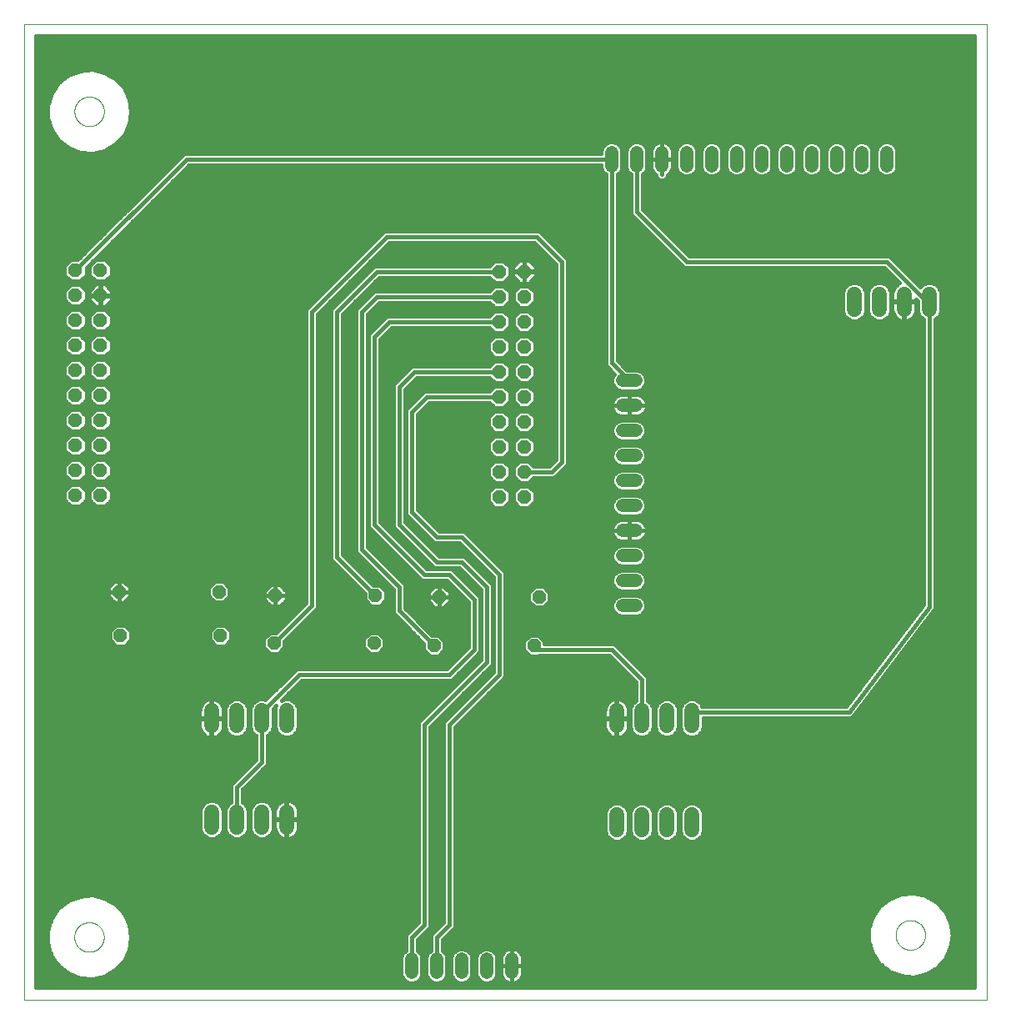
<source format=gbl>
G75*
%MOIN*%
%OFA0B0*%
%FSLAX25Y25*%
%IPPOS*%
%LPD*%
%AMOC8*
5,1,8,0,0,1.08239X$1,22.5*
%
%ADD10C,0.00000*%
%ADD11OC8,0.05200*%
%ADD12C,0.06000*%
%ADD13C,0.05200*%
%ADD14OC8,0.05600*%
%ADD15C,0.01600*%
D10*
X0001800Y0001800D02*
X0386800Y0001800D01*
X0386800Y0391800D01*
X0001800Y0391800D01*
X0001800Y0001800D01*
X0021894Y0026800D02*
X0021896Y0026953D01*
X0021902Y0027107D01*
X0021912Y0027260D01*
X0021926Y0027412D01*
X0021944Y0027565D01*
X0021966Y0027716D01*
X0021991Y0027867D01*
X0022021Y0028018D01*
X0022055Y0028168D01*
X0022092Y0028316D01*
X0022133Y0028464D01*
X0022178Y0028610D01*
X0022227Y0028756D01*
X0022280Y0028900D01*
X0022336Y0029042D01*
X0022396Y0029183D01*
X0022460Y0029323D01*
X0022527Y0029461D01*
X0022598Y0029597D01*
X0022673Y0029731D01*
X0022750Y0029863D01*
X0022832Y0029993D01*
X0022916Y0030121D01*
X0023004Y0030247D01*
X0023095Y0030370D01*
X0023189Y0030491D01*
X0023287Y0030609D01*
X0023387Y0030725D01*
X0023491Y0030838D01*
X0023597Y0030949D01*
X0023706Y0031057D01*
X0023818Y0031162D01*
X0023932Y0031263D01*
X0024050Y0031362D01*
X0024169Y0031458D01*
X0024291Y0031551D01*
X0024416Y0031640D01*
X0024543Y0031727D01*
X0024672Y0031809D01*
X0024803Y0031889D01*
X0024936Y0031965D01*
X0025071Y0032038D01*
X0025208Y0032107D01*
X0025347Y0032172D01*
X0025487Y0032234D01*
X0025629Y0032292D01*
X0025772Y0032347D01*
X0025917Y0032398D01*
X0026063Y0032445D01*
X0026210Y0032488D01*
X0026358Y0032527D01*
X0026507Y0032563D01*
X0026657Y0032594D01*
X0026808Y0032622D01*
X0026959Y0032646D01*
X0027112Y0032666D01*
X0027264Y0032682D01*
X0027417Y0032694D01*
X0027570Y0032702D01*
X0027723Y0032706D01*
X0027877Y0032706D01*
X0028030Y0032702D01*
X0028183Y0032694D01*
X0028336Y0032682D01*
X0028488Y0032666D01*
X0028641Y0032646D01*
X0028792Y0032622D01*
X0028943Y0032594D01*
X0029093Y0032563D01*
X0029242Y0032527D01*
X0029390Y0032488D01*
X0029537Y0032445D01*
X0029683Y0032398D01*
X0029828Y0032347D01*
X0029971Y0032292D01*
X0030113Y0032234D01*
X0030253Y0032172D01*
X0030392Y0032107D01*
X0030529Y0032038D01*
X0030664Y0031965D01*
X0030797Y0031889D01*
X0030928Y0031809D01*
X0031057Y0031727D01*
X0031184Y0031640D01*
X0031309Y0031551D01*
X0031431Y0031458D01*
X0031550Y0031362D01*
X0031668Y0031263D01*
X0031782Y0031162D01*
X0031894Y0031057D01*
X0032003Y0030949D01*
X0032109Y0030838D01*
X0032213Y0030725D01*
X0032313Y0030609D01*
X0032411Y0030491D01*
X0032505Y0030370D01*
X0032596Y0030247D01*
X0032684Y0030121D01*
X0032768Y0029993D01*
X0032850Y0029863D01*
X0032927Y0029731D01*
X0033002Y0029597D01*
X0033073Y0029461D01*
X0033140Y0029323D01*
X0033204Y0029183D01*
X0033264Y0029042D01*
X0033320Y0028900D01*
X0033373Y0028756D01*
X0033422Y0028610D01*
X0033467Y0028464D01*
X0033508Y0028316D01*
X0033545Y0028168D01*
X0033579Y0028018D01*
X0033609Y0027867D01*
X0033634Y0027716D01*
X0033656Y0027565D01*
X0033674Y0027412D01*
X0033688Y0027260D01*
X0033698Y0027107D01*
X0033704Y0026953D01*
X0033706Y0026800D01*
X0033704Y0026647D01*
X0033698Y0026493D01*
X0033688Y0026340D01*
X0033674Y0026188D01*
X0033656Y0026035D01*
X0033634Y0025884D01*
X0033609Y0025733D01*
X0033579Y0025582D01*
X0033545Y0025432D01*
X0033508Y0025284D01*
X0033467Y0025136D01*
X0033422Y0024990D01*
X0033373Y0024844D01*
X0033320Y0024700D01*
X0033264Y0024558D01*
X0033204Y0024417D01*
X0033140Y0024277D01*
X0033073Y0024139D01*
X0033002Y0024003D01*
X0032927Y0023869D01*
X0032850Y0023737D01*
X0032768Y0023607D01*
X0032684Y0023479D01*
X0032596Y0023353D01*
X0032505Y0023230D01*
X0032411Y0023109D01*
X0032313Y0022991D01*
X0032213Y0022875D01*
X0032109Y0022762D01*
X0032003Y0022651D01*
X0031894Y0022543D01*
X0031782Y0022438D01*
X0031668Y0022337D01*
X0031550Y0022238D01*
X0031431Y0022142D01*
X0031309Y0022049D01*
X0031184Y0021960D01*
X0031057Y0021873D01*
X0030928Y0021791D01*
X0030797Y0021711D01*
X0030664Y0021635D01*
X0030529Y0021562D01*
X0030392Y0021493D01*
X0030253Y0021428D01*
X0030113Y0021366D01*
X0029971Y0021308D01*
X0029828Y0021253D01*
X0029683Y0021202D01*
X0029537Y0021155D01*
X0029390Y0021112D01*
X0029242Y0021073D01*
X0029093Y0021037D01*
X0028943Y0021006D01*
X0028792Y0020978D01*
X0028641Y0020954D01*
X0028488Y0020934D01*
X0028336Y0020918D01*
X0028183Y0020906D01*
X0028030Y0020898D01*
X0027877Y0020894D01*
X0027723Y0020894D01*
X0027570Y0020898D01*
X0027417Y0020906D01*
X0027264Y0020918D01*
X0027112Y0020934D01*
X0026959Y0020954D01*
X0026808Y0020978D01*
X0026657Y0021006D01*
X0026507Y0021037D01*
X0026358Y0021073D01*
X0026210Y0021112D01*
X0026063Y0021155D01*
X0025917Y0021202D01*
X0025772Y0021253D01*
X0025629Y0021308D01*
X0025487Y0021366D01*
X0025347Y0021428D01*
X0025208Y0021493D01*
X0025071Y0021562D01*
X0024936Y0021635D01*
X0024803Y0021711D01*
X0024672Y0021791D01*
X0024543Y0021873D01*
X0024416Y0021960D01*
X0024291Y0022049D01*
X0024169Y0022142D01*
X0024050Y0022238D01*
X0023932Y0022337D01*
X0023818Y0022438D01*
X0023706Y0022543D01*
X0023597Y0022651D01*
X0023491Y0022762D01*
X0023387Y0022875D01*
X0023287Y0022991D01*
X0023189Y0023109D01*
X0023095Y0023230D01*
X0023004Y0023353D01*
X0022916Y0023479D01*
X0022832Y0023607D01*
X0022750Y0023737D01*
X0022673Y0023869D01*
X0022598Y0024003D01*
X0022527Y0024139D01*
X0022460Y0024277D01*
X0022396Y0024417D01*
X0022336Y0024558D01*
X0022280Y0024700D01*
X0022227Y0024844D01*
X0022178Y0024990D01*
X0022133Y0025136D01*
X0022092Y0025284D01*
X0022055Y0025432D01*
X0022021Y0025582D01*
X0021991Y0025733D01*
X0021966Y0025884D01*
X0021944Y0026035D01*
X0021926Y0026188D01*
X0021912Y0026340D01*
X0021902Y0026493D01*
X0021896Y0026647D01*
X0021894Y0026800D01*
X0021944Y0356825D02*
X0021946Y0356978D01*
X0021952Y0357132D01*
X0021962Y0357285D01*
X0021976Y0357437D01*
X0021994Y0357590D01*
X0022016Y0357741D01*
X0022041Y0357892D01*
X0022071Y0358043D01*
X0022105Y0358193D01*
X0022142Y0358341D01*
X0022183Y0358489D01*
X0022228Y0358635D01*
X0022277Y0358781D01*
X0022330Y0358925D01*
X0022386Y0359067D01*
X0022446Y0359208D01*
X0022510Y0359348D01*
X0022577Y0359486D01*
X0022648Y0359622D01*
X0022723Y0359756D01*
X0022800Y0359888D01*
X0022882Y0360018D01*
X0022966Y0360146D01*
X0023054Y0360272D01*
X0023145Y0360395D01*
X0023239Y0360516D01*
X0023337Y0360634D01*
X0023437Y0360750D01*
X0023541Y0360863D01*
X0023647Y0360974D01*
X0023756Y0361082D01*
X0023868Y0361187D01*
X0023982Y0361288D01*
X0024100Y0361387D01*
X0024219Y0361483D01*
X0024341Y0361576D01*
X0024466Y0361665D01*
X0024593Y0361752D01*
X0024722Y0361834D01*
X0024853Y0361914D01*
X0024986Y0361990D01*
X0025121Y0362063D01*
X0025258Y0362132D01*
X0025397Y0362197D01*
X0025537Y0362259D01*
X0025679Y0362317D01*
X0025822Y0362372D01*
X0025967Y0362423D01*
X0026113Y0362470D01*
X0026260Y0362513D01*
X0026408Y0362552D01*
X0026557Y0362588D01*
X0026707Y0362619D01*
X0026858Y0362647D01*
X0027009Y0362671D01*
X0027162Y0362691D01*
X0027314Y0362707D01*
X0027467Y0362719D01*
X0027620Y0362727D01*
X0027773Y0362731D01*
X0027927Y0362731D01*
X0028080Y0362727D01*
X0028233Y0362719D01*
X0028386Y0362707D01*
X0028538Y0362691D01*
X0028691Y0362671D01*
X0028842Y0362647D01*
X0028993Y0362619D01*
X0029143Y0362588D01*
X0029292Y0362552D01*
X0029440Y0362513D01*
X0029587Y0362470D01*
X0029733Y0362423D01*
X0029878Y0362372D01*
X0030021Y0362317D01*
X0030163Y0362259D01*
X0030303Y0362197D01*
X0030442Y0362132D01*
X0030579Y0362063D01*
X0030714Y0361990D01*
X0030847Y0361914D01*
X0030978Y0361834D01*
X0031107Y0361752D01*
X0031234Y0361665D01*
X0031359Y0361576D01*
X0031481Y0361483D01*
X0031600Y0361387D01*
X0031718Y0361288D01*
X0031832Y0361187D01*
X0031944Y0361082D01*
X0032053Y0360974D01*
X0032159Y0360863D01*
X0032263Y0360750D01*
X0032363Y0360634D01*
X0032461Y0360516D01*
X0032555Y0360395D01*
X0032646Y0360272D01*
X0032734Y0360146D01*
X0032818Y0360018D01*
X0032900Y0359888D01*
X0032977Y0359756D01*
X0033052Y0359622D01*
X0033123Y0359486D01*
X0033190Y0359348D01*
X0033254Y0359208D01*
X0033314Y0359067D01*
X0033370Y0358925D01*
X0033423Y0358781D01*
X0033472Y0358635D01*
X0033517Y0358489D01*
X0033558Y0358341D01*
X0033595Y0358193D01*
X0033629Y0358043D01*
X0033659Y0357892D01*
X0033684Y0357741D01*
X0033706Y0357590D01*
X0033724Y0357437D01*
X0033738Y0357285D01*
X0033748Y0357132D01*
X0033754Y0356978D01*
X0033756Y0356825D01*
X0033754Y0356672D01*
X0033748Y0356518D01*
X0033738Y0356365D01*
X0033724Y0356213D01*
X0033706Y0356060D01*
X0033684Y0355909D01*
X0033659Y0355758D01*
X0033629Y0355607D01*
X0033595Y0355457D01*
X0033558Y0355309D01*
X0033517Y0355161D01*
X0033472Y0355015D01*
X0033423Y0354869D01*
X0033370Y0354725D01*
X0033314Y0354583D01*
X0033254Y0354442D01*
X0033190Y0354302D01*
X0033123Y0354164D01*
X0033052Y0354028D01*
X0032977Y0353894D01*
X0032900Y0353762D01*
X0032818Y0353632D01*
X0032734Y0353504D01*
X0032646Y0353378D01*
X0032555Y0353255D01*
X0032461Y0353134D01*
X0032363Y0353016D01*
X0032263Y0352900D01*
X0032159Y0352787D01*
X0032053Y0352676D01*
X0031944Y0352568D01*
X0031832Y0352463D01*
X0031718Y0352362D01*
X0031600Y0352263D01*
X0031481Y0352167D01*
X0031359Y0352074D01*
X0031234Y0351985D01*
X0031107Y0351898D01*
X0030978Y0351816D01*
X0030847Y0351736D01*
X0030714Y0351660D01*
X0030579Y0351587D01*
X0030442Y0351518D01*
X0030303Y0351453D01*
X0030163Y0351391D01*
X0030021Y0351333D01*
X0029878Y0351278D01*
X0029733Y0351227D01*
X0029587Y0351180D01*
X0029440Y0351137D01*
X0029292Y0351098D01*
X0029143Y0351062D01*
X0028993Y0351031D01*
X0028842Y0351003D01*
X0028691Y0350979D01*
X0028538Y0350959D01*
X0028386Y0350943D01*
X0028233Y0350931D01*
X0028080Y0350923D01*
X0027927Y0350919D01*
X0027773Y0350919D01*
X0027620Y0350923D01*
X0027467Y0350931D01*
X0027314Y0350943D01*
X0027162Y0350959D01*
X0027009Y0350979D01*
X0026858Y0351003D01*
X0026707Y0351031D01*
X0026557Y0351062D01*
X0026408Y0351098D01*
X0026260Y0351137D01*
X0026113Y0351180D01*
X0025967Y0351227D01*
X0025822Y0351278D01*
X0025679Y0351333D01*
X0025537Y0351391D01*
X0025397Y0351453D01*
X0025258Y0351518D01*
X0025121Y0351587D01*
X0024986Y0351660D01*
X0024853Y0351736D01*
X0024722Y0351816D01*
X0024593Y0351898D01*
X0024466Y0351985D01*
X0024341Y0352074D01*
X0024219Y0352167D01*
X0024100Y0352263D01*
X0023982Y0352362D01*
X0023868Y0352463D01*
X0023756Y0352568D01*
X0023647Y0352676D01*
X0023541Y0352787D01*
X0023437Y0352900D01*
X0023337Y0353016D01*
X0023239Y0353134D01*
X0023145Y0353255D01*
X0023054Y0353378D01*
X0022966Y0353504D01*
X0022882Y0353632D01*
X0022800Y0353762D01*
X0022723Y0353894D01*
X0022648Y0354028D01*
X0022577Y0354164D01*
X0022510Y0354302D01*
X0022446Y0354442D01*
X0022386Y0354583D01*
X0022330Y0354725D01*
X0022277Y0354869D01*
X0022228Y0355015D01*
X0022183Y0355161D01*
X0022142Y0355309D01*
X0022105Y0355457D01*
X0022071Y0355607D01*
X0022041Y0355758D01*
X0022016Y0355909D01*
X0021994Y0356060D01*
X0021976Y0356213D01*
X0021962Y0356365D01*
X0021952Y0356518D01*
X0021946Y0356672D01*
X0021944Y0356825D01*
X0350369Y0027625D02*
X0350371Y0027778D01*
X0350377Y0027932D01*
X0350387Y0028085D01*
X0350401Y0028237D01*
X0350419Y0028390D01*
X0350441Y0028541D01*
X0350466Y0028692D01*
X0350496Y0028843D01*
X0350530Y0028993D01*
X0350567Y0029141D01*
X0350608Y0029289D01*
X0350653Y0029435D01*
X0350702Y0029581D01*
X0350755Y0029725D01*
X0350811Y0029867D01*
X0350871Y0030008D01*
X0350935Y0030148D01*
X0351002Y0030286D01*
X0351073Y0030422D01*
X0351148Y0030556D01*
X0351225Y0030688D01*
X0351307Y0030818D01*
X0351391Y0030946D01*
X0351479Y0031072D01*
X0351570Y0031195D01*
X0351664Y0031316D01*
X0351762Y0031434D01*
X0351862Y0031550D01*
X0351966Y0031663D01*
X0352072Y0031774D01*
X0352181Y0031882D01*
X0352293Y0031987D01*
X0352407Y0032088D01*
X0352525Y0032187D01*
X0352644Y0032283D01*
X0352766Y0032376D01*
X0352891Y0032465D01*
X0353018Y0032552D01*
X0353147Y0032634D01*
X0353278Y0032714D01*
X0353411Y0032790D01*
X0353546Y0032863D01*
X0353683Y0032932D01*
X0353822Y0032997D01*
X0353962Y0033059D01*
X0354104Y0033117D01*
X0354247Y0033172D01*
X0354392Y0033223D01*
X0354538Y0033270D01*
X0354685Y0033313D01*
X0354833Y0033352D01*
X0354982Y0033388D01*
X0355132Y0033419D01*
X0355283Y0033447D01*
X0355434Y0033471D01*
X0355587Y0033491D01*
X0355739Y0033507D01*
X0355892Y0033519D01*
X0356045Y0033527D01*
X0356198Y0033531D01*
X0356352Y0033531D01*
X0356505Y0033527D01*
X0356658Y0033519D01*
X0356811Y0033507D01*
X0356963Y0033491D01*
X0357116Y0033471D01*
X0357267Y0033447D01*
X0357418Y0033419D01*
X0357568Y0033388D01*
X0357717Y0033352D01*
X0357865Y0033313D01*
X0358012Y0033270D01*
X0358158Y0033223D01*
X0358303Y0033172D01*
X0358446Y0033117D01*
X0358588Y0033059D01*
X0358728Y0032997D01*
X0358867Y0032932D01*
X0359004Y0032863D01*
X0359139Y0032790D01*
X0359272Y0032714D01*
X0359403Y0032634D01*
X0359532Y0032552D01*
X0359659Y0032465D01*
X0359784Y0032376D01*
X0359906Y0032283D01*
X0360025Y0032187D01*
X0360143Y0032088D01*
X0360257Y0031987D01*
X0360369Y0031882D01*
X0360478Y0031774D01*
X0360584Y0031663D01*
X0360688Y0031550D01*
X0360788Y0031434D01*
X0360886Y0031316D01*
X0360980Y0031195D01*
X0361071Y0031072D01*
X0361159Y0030946D01*
X0361243Y0030818D01*
X0361325Y0030688D01*
X0361402Y0030556D01*
X0361477Y0030422D01*
X0361548Y0030286D01*
X0361615Y0030148D01*
X0361679Y0030008D01*
X0361739Y0029867D01*
X0361795Y0029725D01*
X0361848Y0029581D01*
X0361897Y0029435D01*
X0361942Y0029289D01*
X0361983Y0029141D01*
X0362020Y0028993D01*
X0362054Y0028843D01*
X0362084Y0028692D01*
X0362109Y0028541D01*
X0362131Y0028390D01*
X0362149Y0028237D01*
X0362163Y0028085D01*
X0362173Y0027932D01*
X0362179Y0027778D01*
X0362181Y0027625D01*
X0362179Y0027472D01*
X0362173Y0027318D01*
X0362163Y0027165D01*
X0362149Y0027013D01*
X0362131Y0026860D01*
X0362109Y0026709D01*
X0362084Y0026558D01*
X0362054Y0026407D01*
X0362020Y0026257D01*
X0361983Y0026109D01*
X0361942Y0025961D01*
X0361897Y0025815D01*
X0361848Y0025669D01*
X0361795Y0025525D01*
X0361739Y0025383D01*
X0361679Y0025242D01*
X0361615Y0025102D01*
X0361548Y0024964D01*
X0361477Y0024828D01*
X0361402Y0024694D01*
X0361325Y0024562D01*
X0361243Y0024432D01*
X0361159Y0024304D01*
X0361071Y0024178D01*
X0360980Y0024055D01*
X0360886Y0023934D01*
X0360788Y0023816D01*
X0360688Y0023700D01*
X0360584Y0023587D01*
X0360478Y0023476D01*
X0360369Y0023368D01*
X0360257Y0023263D01*
X0360143Y0023162D01*
X0360025Y0023063D01*
X0359906Y0022967D01*
X0359784Y0022874D01*
X0359659Y0022785D01*
X0359532Y0022698D01*
X0359403Y0022616D01*
X0359272Y0022536D01*
X0359139Y0022460D01*
X0359004Y0022387D01*
X0358867Y0022318D01*
X0358728Y0022253D01*
X0358588Y0022191D01*
X0358446Y0022133D01*
X0358303Y0022078D01*
X0358158Y0022027D01*
X0358012Y0021980D01*
X0357865Y0021937D01*
X0357717Y0021898D01*
X0357568Y0021862D01*
X0357418Y0021831D01*
X0357267Y0021803D01*
X0357116Y0021779D01*
X0356963Y0021759D01*
X0356811Y0021743D01*
X0356658Y0021731D01*
X0356505Y0021723D01*
X0356352Y0021719D01*
X0356198Y0021719D01*
X0356045Y0021723D01*
X0355892Y0021731D01*
X0355739Y0021743D01*
X0355587Y0021759D01*
X0355434Y0021779D01*
X0355283Y0021803D01*
X0355132Y0021831D01*
X0354982Y0021862D01*
X0354833Y0021898D01*
X0354685Y0021937D01*
X0354538Y0021980D01*
X0354392Y0022027D01*
X0354247Y0022078D01*
X0354104Y0022133D01*
X0353962Y0022191D01*
X0353822Y0022253D01*
X0353683Y0022318D01*
X0353546Y0022387D01*
X0353411Y0022460D01*
X0353278Y0022536D01*
X0353147Y0022616D01*
X0353018Y0022698D01*
X0352891Y0022785D01*
X0352766Y0022874D01*
X0352644Y0022967D01*
X0352525Y0023063D01*
X0352407Y0023162D01*
X0352293Y0023263D01*
X0352181Y0023368D01*
X0352072Y0023476D01*
X0351966Y0023587D01*
X0351862Y0023700D01*
X0351762Y0023816D01*
X0351664Y0023934D01*
X0351570Y0024055D01*
X0351479Y0024178D01*
X0351391Y0024304D01*
X0351307Y0024432D01*
X0351225Y0024562D01*
X0351148Y0024694D01*
X0351073Y0024828D01*
X0351002Y0024964D01*
X0350935Y0025102D01*
X0350871Y0025242D01*
X0350811Y0025383D01*
X0350755Y0025525D01*
X0350702Y0025669D01*
X0350653Y0025815D01*
X0350608Y0025961D01*
X0350567Y0026109D01*
X0350530Y0026257D01*
X0350496Y0026407D01*
X0350466Y0026558D01*
X0350441Y0026709D01*
X0350419Y0026860D01*
X0350401Y0027013D01*
X0350387Y0027165D01*
X0350377Y0027318D01*
X0350371Y0027472D01*
X0350369Y0027625D01*
D11*
X0207800Y0162800D03*
X0205800Y0143300D03*
X0167800Y0162800D03*
X0165800Y0143300D03*
X0141800Y0144300D03*
X0142300Y0163300D03*
X0102300Y0163300D03*
X0101800Y0144300D03*
X0080300Y0147300D03*
X0079800Y0164800D03*
X0039800Y0164800D03*
X0040300Y0147300D03*
D12*
X0076800Y0117300D02*
X0076800Y0111300D01*
X0086800Y0111300D02*
X0086800Y0117300D01*
X0096800Y0117300D02*
X0096800Y0111300D01*
X0106800Y0111300D02*
X0106800Y0117300D01*
X0106800Y0076800D02*
X0106800Y0070800D01*
X0096800Y0070800D02*
X0096800Y0076800D01*
X0086800Y0076800D02*
X0086800Y0070800D01*
X0076800Y0070800D02*
X0076800Y0076800D01*
X0238800Y0075800D02*
X0238800Y0069800D01*
X0248800Y0069800D02*
X0248800Y0075800D01*
X0258800Y0075800D02*
X0258800Y0069800D01*
X0268800Y0069800D02*
X0268800Y0075800D01*
X0268800Y0111300D02*
X0268800Y0117300D01*
X0258800Y0117300D02*
X0258800Y0111300D01*
X0248800Y0111300D02*
X0248800Y0117300D01*
X0238800Y0117300D02*
X0238800Y0111300D01*
X0333800Y0277800D02*
X0333800Y0283800D01*
X0343800Y0283800D02*
X0343800Y0277800D01*
X0353800Y0277800D02*
X0353800Y0283800D01*
X0363800Y0283800D02*
X0363800Y0277800D01*
D13*
X0346800Y0335200D02*
X0346800Y0340400D01*
X0336800Y0340400D02*
X0336800Y0335200D01*
X0326800Y0335200D02*
X0326800Y0340400D01*
X0316800Y0340400D02*
X0316800Y0335200D01*
X0306800Y0335200D02*
X0306800Y0340400D01*
X0296800Y0340400D02*
X0296800Y0335200D01*
X0286800Y0335200D02*
X0286800Y0340400D01*
X0276800Y0340400D02*
X0276800Y0335200D01*
X0266800Y0335200D02*
X0266800Y0340400D01*
X0256800Y0340400D02*
X0256800Y0335200D01*
X0246800Y0335200D02*
X0246800Y0340400D01*
X0236800Y0340400D02*
X0236800Y0335200D01*
X0241200Y0249300D02*
X0246400Y0249300D01*
X0246400Y0239300D02*
X0241200Y0239300D01*
X0241200Y0229300D02*
X0246400Y0229300D01*
X0246400Y0219300D02*
X0241200Y0219300D01*
X0241200Y0209300D02*
X0246400Y0209300D01*
X0246400Y0199300D02*
X0241200Y0199300D01*
X0241200Y0189300D02*
X0246400Y0189300D01*
X0246400Y0179300D02*
X0241200Y0179300D01*
X0241200Y0169300D02*
X0246400Y0169300D01*
X0246400Y0159300D02*
X0241200Y0159300D01*
X0196800Y0017900D02*
X0196800Y0012700D01*
X0186800Y0012700D02*
X0186800Y0017900D01*
X0176800Y0017900D02*
X0176800Y0012700D01*
X0166800Y0012700D02*
X0166800Y0017900D01*
X0156800Y0017900D02*
X0156800Y0012700D01*
D14*
X0191800Y0202800D03*
X0201800Y0202800D03*
X0201800Y0212800D03*
X0201800Y0222800D03*
X0191800Y0222800D03*
X0191800Y0212800D03*
X0191800Y0232800D03*
X0191800Y0242800D03*
X0201800Y0242800D03*
X0201800Y0232800D03*
X0201800Y0252800D03*
X0201800Y0262800D03*
X0191800Y0262800D03*
X0191800Y0252800D03*
X0191800Y0272800D03*
X0191800Y0282800D03*
X0201800Y0282800D03*
X0201800Y0272800D03*
X0201800Y0292800D03*
X0191800Y0292800D03*
X0032300Y0293300D03*
X0032300Y0283300D03*
X0032300Y0273300D03*
X0032300Y0263300D03*
X0032300Y0253300D03*
X0032300Y0243300D03*
X0032300Y0233300D03*
X0032300Y0223300D03*
X0032300Y0213300D03*
X0032300Y0203300D03*
X0022300Y0203300D03*
X0022300Y0213300D03*
X0022300Y0223300D03*
X0022300Y0233300D03*
X0022300Y0243300D03*
X0022300Y0253300D03*
X0022300Y0263300D03*
X0022300Y0273300D03*
X0022300Y0283300D03*
X0022300Y0293300D03*
D15*
X0066800Y0337800D01*
X0236800Y0337800D01*
X0236800Y0256300D01*
X0243800Y0249300D01*
X0242994Y0253500D02*
X0239200Y0257294D01*
X0239200Y0331660D01*
X0240361Y0332821D01*
X0241000Y0334365D01*
X0241000Y0341235D01*
X0240361Y0342779D01*
X0239179Y0343961D01*
X0237635Y0344600D01*
X0235965Y0344600D01*
X0234421Y0343961D01*
X0233239Y0342779D01*
X0232600Y0341235D01*
X0232600Y0340200D01*
X0066323Y0340200D01*
X0065441Y0339835D01*
X0023306Y0297700D01*
X0020477Y0297700D01*
X0017900Y0295123D01*
X0017900Y0291477D01*
X0020477Y0288900D01*
X0024123Y0288900D01*
X0026700Y0291477D01*
X0026700Y0294306D01*
X0067794Y0335400D01*
X0232600Y0335400D01*
X0232600Y0334365D01*
X0233239Y0332821D01*
X0234400Y0331660D01*
X0234400Y0255823D01*
X0234765Y0254941D01*
X0237833Y0251873D01*
X0237639Y0251679D01*
X0237000Y0250135D01*
X0237000Y0248465D01*
X0237639Y0246921D01*
X0238821Y0245739D01*
X0240365Y0245100D01*
X0247235Y0245100D01*
X0248779Y0245739D01*
X0249961Y0246921D01*
X0250600Y0248465D01*
X0250600Y0250135D01*
X0249961Y0251679D01*
X0248779Y0252861D01*
X0247235Y0253500D01*
X0242994Y0253500D01*
X0242743Y0253751D02*
X0361400Y0253751D01*
X0361400Y0252153D02*
X0249487Y0252153D01*
X0250426Y0250554D02*
X0361400Y0250554D01*
X0361400Y0248956D02*
X0250600Y0248956D01*
X0250141Y0247357D02*
X0361400Y0247357D01*
X0361400Y0245759D02*
X0248799Y0245759D01*
X0248089Y0243378D02*
X0247430Y0243592D01*
X0246746Y0243700D01*
X0243800Y0243700D01*
X0243800Y0239300D01*
X0243800Y0239300D01*
X0250800Y0239300D01*
X0250800Y0239646D01*
X0250692Y0240330D01*
X0250478Y0240989D01*
X0250163Y0241606D01*
X0249756Y0242166D01*
X0249266Y0242656D01*
X0248706Y0243063D01*
X0248089Y0243378D01*
X0249361Y0242562D02*
X0361400Y0242562D01*
X0361400Y0244160D02*
X0219200Y0244160D01*
X0219200Y0242562D02*
X0238239Y0242562D01*
X0238334Y0242656D02*
X0237844Y0242166D01*
X0237437Y0241606D01*
X0237122Y0240989D01*
X0236908Y0240330D01*
X0236800Y0239646D01*
X0236800Y0239300D01*
X0243800Y0239300D01*
X0243800Y0239300D01*
X0243800Y0243700D01*
X0240854Y0243700D01*
X0240170Y0243592D01*
X0239511Y0243378D01*
X0238894Y0243063D01*
X0238334Y0242656D01*
X0237114Y0240963D02*
X0219200Y0240963D01*
X0219200Y0239365D02*
X0236800Y0239365D01*
X0236800Y0239300D02*
X0236800Y0238954D01*
X0236908Y0238270D01*
X0237122Y0237611D01*
X0237437Y0236994D01*
X0237844Y0236434D01*
X0238334Y0235944D01*
X0238894Y0235537D01*
X0239511Y0235222D01*
X0240170Y0235008D01*
X0240854Y0234900D01*
X0243800Y0234900D01*
X0246746Y0234900D01*
X0247430Y0235008D01*
X0248089Y0235222D01*
X0248706Y0235537D01*
X0249266Y0235944D01*
X0249756Y0236434D01*
X0250163Y0236994D01*
X0250478Y0237611D01*
X0250692Y0238270D01*
X0250800Y0238954D01*
X0250800Y0239300D01*
X0243800Y0239300D01*
X0243800Y0234900D01*
X0243800Y0239300D01*
X0243800Y0239300D01*
X0243800Y0239300D01*
X0236800Y0239300D01*
X0237072Y0237766D02*
X0219200Y0237766D01*
X0219200Y0236168D02*
X0238110Y0236168D01*
X0239087Y0232971D02*
X0219200Y0232971D01*
X0219200Y0234569D02*
X0361400Y0234569D01*
X0361400Y0232971D02*
X0248513Y0232971D01*
X0248779Y0232861D02*
X0247235Y0233500D01*
X0240365Y0233500D01*
X0238821Y0232861D01*
X0237639Y0231679D01*
X0237000Y0230135D01*
X0237000Y0228465D01*
X0237639Y0226921D01*
X0238821Y0225739D01*
X0240365Y0225100D01*
X0247235Y0225100D01*
X0248779Y0225739D01*
X0249961Y0226921D01*
X0250600Y0228465D01*
X0250600Y0230135D01*
X0249961Y0231679D01*
X0248779Y0232861D01*
X0250088Y0231372D02*
X0361400Y0231372D01*
X0361400Y0229774D02*
X0250600Y0229774D01*
X0250480Y0228175D02*
X0361400Y0228175D01*
X0361400Y0226577D02*
X0249616Y0226577D01*
X0248779Y0222861D02*
X0247235Y0223500D01*
X0240365Y0223500D01*
X0238821Y0222861D01*
X0237639Y0221679D01*
X0237000Y0220135D01*
X0237000Y0218465D01*
X0237639Y0216921D01*
X0238821Y0215739D01*
X0240365Y0215100D01*
X0247235Y0215100D01*
X0248779Y0215739D01*
X0249961Y0216921D01*
X0250600Y0218465D01*
X0250600Y0220135D01*
X0249961Y0221679D01*
X0248779Y0222861D01*
X0247526Y0223380D02*
X0361400Y0223380D01*
X0361400Y0224978D02*
X0219200Y0224978D01*
X0219200Y0223380D02*
X0240074Y0223380D01*
X0237741Y0221781D02*
X0219200Y0221781D01*
X0219200Y0220183D02*
X0237020Y0220183D01*
X0237000Y0218584D02*
X0219200Y0218584D01*
X0219200Y0216986D02*
X0237613Y0216986D01*
X0239671Y0215387D02*
X0218781Y0215387D01*
X0218835Y0215441D02*
X0219200Y0216323D01*
X0219200Y0297277D01*
X0218835Y0298159D01*
X0208835Y0308159D01*
X0208159Y0308835D01*
X0207277Y0309200D01*
X0146323Y0309200D01*
X0145441Y0308835D01*
X0115441Y0278835D01*
X0114765Y0278159D01*
X0114400Y0277277D01*
X0114400Y0160294D01*
X0102606Y0148500D01*
X0100060Y0148500D01*
X0097600Y0146040D01*
X0097600Y0142560D01*
X0100060Y0140100D01*
X0103540Y0140100D01*
X0106000Y0142560D01*
X0106000Y0145106D01*
X0118835Y0157941D01*
X0119200Y0158823D01*
X0119200Y0275806D01*
X0147794Y0304400D01*
X0205806Y0304400D01*
X0214400Y0295806D01*
X0214400Y0217794D01*
X0211806Y0215200D01*
X0205623Y0215200D01*
X0203623Y0217200D01*
X0199977Y0217200D01*
X0197400Y0214623D01*
X0197400Y0210977D01*
X0199977Y0208400D01*
X0203623Y0208400D01*
X0205623Y0210400D01*
X0213277Y0210400D01*
X0214159Y0210765D01*
X0218159Y0214765D01*
X0218835Y0215441D01*
X0217183Y0213789D02*
X0361400Y0213789D01*
X0361400Y0215387D02*
X0247929Y0215387D01*
X0247235Y0213500D02*
X0240365Y0213500D01*
X0238821Y0212861D01*
X0237639Y0211679D01*
X0237000Y0210135D01*
X0237000Y0208465D01*
X0237639Y0206921D01*
X0238821Y0205739D01*
X0240365Y0205100D01*
X0247235Y0205100D01*
X0248779Y0205739D01*
X0249961Y0206921D01*
X0250600Y0208465D01*
X0250600Y0210135D01*
X0249961Y0211679D01*
X0248779Y0212861D01*
X0247235Y0213500D01*
X0249450Y0212190D02*
X0361400Y0212190D01*
X0361400Y0210592D02*
X0250411Y0210592D01*
X0250600Y0208993D02*
X0361400Y0208993D01*
X0361400Y0207395D02*
X0250157Y0207395D01*
X0248836Y0205796D02*
X0361400Y0205796D01*
X0361400Y0204198D02*
X0206200Y0204198D01*
X0206200Y0204623D02*
X0203623Y0207200D01*
X0199977Y0207200D01*
X0197400Y0204623D01*
X0197400Y0200977D01*
X0199977Y0198400D01*
X0203623Y0198400D01*
X0206200Y0200977D01*
X0206200Y0204623D01*
X0205026Y0205796D02*
X0238764Y0205796D01*
X0237443Y0207395D02*
X0159200Y0207395D01*
X0159200Y0208993D02*
X0189384Y0208993D01*
X0189977Y0208400D02*
X0187400Y0210977D01*
X0187400Y0214623D01*
X0189977Y0217200D01*
X0193623Y0217200D01*
X0196200Y0214623D01*
X0196200Y0210977D01*
X0193623Y0208400D01*
X0189977Y0208400D01*
X0189977Y0207200D02*
X0187400Y0204623D01*
X0187400Y0200977D01*
X0189977Y0198400D01*
X0193623Y0198400D01*
X0196200Y0200977D01*
X0196200Y0204623D01*
X0193623Y0207200D01*
X0189977Y0207200D01*
X0188574Y0205796D02*
X0159200Y0205796D01*
X0159200Y0204198D02*
X0187400Y0204198D01*
X0187400Y0202599D02*
X0159200Y0202599D01*
X0159200Y0201001D02*
X0187400Y0201001D01*
X0188975Y0199402D02*
X0159200Y0199402D01*
X0159200Y0197803D02*
X0237274Y0197803D01*
X0237000Y0198465D02*
X0237639Y0196921D01*
X0238821Y0195739D01*
X0240365Y0195100D01*
X0247235Y0195100D01*
X0248779Y0195739D01*
X0249961Y0196921D01*
X0250600Y0198465D01*
X0250600Y0200135D01*
X0249961Y0201679D01*
X0248779Y0202861D01*
X0247235Y0203500D01*
X0240365Y0203500D01*
X0238821Y0202861D01*
X0237639Y0201679D01*
X0237000Y0200135D01*
X0237000Y0198465D01*
X0237000Y0199402D02*
X0204625Y0199402D01*
X0206200Y0201001D02*
X0237358Y0201001D01*
X0238559Y0202599D02*
X0206200Y0202599D01*
X0204216Y0208993D02*
X0237000Y0208993D01*
X0237189Y0210592D02*
X0213740Y0210592D01*
X0212800Y0212800D02*
X0216800Y0216800D01*
X0216800Y0296800D01*
X0206800Y0306800D01*
X0146800Y0306800D01*
X0116800Y0276800D01*
X0116800Y0159300D01*
X0101800Y0144300D01*
X0105295Y0141856D02*
X0138305Y0141856D01*
X0137600Y0142560D02*
X0140060Y0140100D01*
X0143540Y0140100D01*
X0146000Y0142560D01*
X0146000Y0146040D01*
X0143540Y0148500D01*
X0140060Y0148500D01*
X0137600Y0146040D01*
X0137600Y0142560D01*
X0137600Y0143454D02*
X0106000Y0143454D01*
X0106000Y0145053D02*
X0137600Y0145053D01*
X0138211Y0146651D02*
X0107545Y0146651D01*
X0109144Y0148250D02*
X0139810Y0148250D01*
X0143790Y0148250D02*
X0157456Y0148250D01*
X0155858Y0149848D02*
X0110742Y0149848D01*
X0112341Y0151447D02*
X0154259Y0151447D01*
X0152661Y0153045D02*
X0113939Y0153045D01*
X0115538Y0154644D02*
X0151062Y0154644D01*
X0149765Y0155941D02*
X0161600Y0144106D01*
X0161600Y0141560D01*
X0164060Y0139100D01*
X0167540Y0139100D01*
X0170000Y0141560D01*
X0170000Y0145040D01*
X0167540Y0147500D01*
X0164994Y0147500D01*
X0154200Y0158294D01*
X0154200Y0167277D01*
X0153835Y0168159D01*
X0153159Y0168835D01*
X0139200Y0182794D01*
X0139200Y0275806D01*
X0143794Y0280400D01*
X0187977Y0280400D01*
X0189977Y0278400D01*
X0193623Y0278400D01*
X0196200Y0280977D01*
X0196200Y0284623D01*
X0193623Y0287200D01*
X0189977Y0287200D01*
X0187977Y0285200D01*
X0142323Y0285200D01*
X0141441Y0284835D01*
X0135441Y0278835D01*
X0134765Y0278159D01*
X0134400Y0277277D01*
X0134400Y0181323D01*
X0134765Y0180441D01*
X0149400Y0165806D01*
X0149400Y0156823D01*
X0149765Y0155941D01*
X0149640Y0156242D02*
X0117136Y0156242D01*
X0118735Y0157841D02*
X0149400Y0157841D01*
X0149400Y0159439D02*
X0144379Y0159439D01*
X0144040Y0159100D02*
X0146500Y0161560D01*
X0146500Y0165040D01*
X0144040Y0167500D01*
X0141494Y0167500D01*
X0129200Y0179794D01*
X0129200Y0275806D01*
X0143794Y0290400D01*
X0187977Y0290400D01*
X0189977Y0288400D01*
X0193623Y0288400D01*
X0196200Y0290977D01*
X0196200Y0294623D01*
X0193623Y0297200D01*
X0189977Y0297200D01*
X0187977Y0295200D01*
X0142323Y0295200D01*
X0141441Y0294835D01*
X0125441Y0278835D01*
X0124765Y0278159D01*
X0124400Y0277277D01*
X0124400Y0178323D01*
X0124765Y0177441D01*
X0138100Y0164106D01*
X0138100Y0161560D01*
X0140560Y0159100D01*
X0144040Y0159100D01*
X0145977Y0161038D02*
X0149400Y0161038D01*
X0149400Y0162636D02*
X0146500Y0162636D01*
X0146500Y0164235D02*
X0149400Y0164235D01*
X0149373Y0165833D02*
X0145706Y0165833D01*
X0144108Y0167432D02*
X0147774Y0167432D01*
X0146176Y0169030D02*
X0139964Y0169030D01*
X0138365Y0170629D02*
X0144577Y0170629D01*
X0142979Y0172227D02*
X0136767Y0172227D01*
X0135168Y0173826D02*
X0141380Y0173826D01*
X0139782Y0175424D02*
X0133570Y0175424D01*
X0131971Y0177023D02*
X0138183Y0177023D01*
X0136585Y0178621D02*
X0130373Y0178621D01*
X0129200Y0180220D02*
X0134986Y0180220D01*
X0134400Y0181818D02*
X0129200Y0181818D01*
X0129200Y0183417D02*
X0134400Y0183417D01*
X0134400Y0185015D02*
X0129200Y0185015D01*
X0129200Y0186614D02*
X0134400Y0186614D01*
X0134400Y0188212D02*
X0129200Y0188212D01*
X0129200Y0189811D02*
X0134400Y0189811D01*
X0134400Y0191409D02*
X0129200Y0191409D01*
X0129200Y0193008D02*
X0134400Y0193008D01*
X0134400Y0194606D02*
X0129200Y0194606D01*
X0129200Y0196205D02*
X0134400Y0196205D01*
X0134400Y0197803D02*
X0129200Y0197803D01*
X0129200Y0199402D02*
X0134400Y0199402D01*
X0134400Y0201001D02*
X0129200Y0201001D01*
X0129200Y0202599D02*
X0134400Y0202599D01*
X0134400Y0204198D02*
X0129200Y0204198D01*
X0129200Y0205796D02*
X0134400Y0205796D01*
X0134400Y0207395D02*
X0129200Y0207395D01*
X0129200Y0208993D02*
X0134400Y0208993D01*
X0134400Y0210592D02*
X0129200Y0210592D01*
X0129200Y0212190D02*
X0134400Y0212190D01*
X0134400Y0213789D02*
X0129200Y0213789D01*
X0129200Y0215387D02*
X0134400Y0215387D01*
X0134400Y0216986D02*
X0129200Y0216986D01*
X0129200Y0218584D02*
X0134400Y0218584D01*
X0134400Y0220183D02*
X0129200Y0220183D01*
X0129200Y0221781D02*
X0134400Y0221781D01*
X0134400Y0223380D02*
X0129200Y0223380D01*
X0129200Y0224978D02*
X0134400Y0224978D01*
X0134400Y0226577D02*
X0129200Y0226577D01*
X0129200Y0228175D02*
X0134400Y0228175D01*
X0134400Y0229774D02*
X0129200Y0229774D01*
X0129200Y0231372D02*
X0134400Y0231372D01*
X0134400Y0232971D02*
X0129200Y0232971D01*
X0129200Y0234569D02*
X0134400Y0234569D01*
X0134400Y0236168D02*
X0129200Y0236168D01*
X0129200Y0237766D02*
X0134400Y0237766D01*
X0134400Y0239365D02*
X0129200Y0239365D01*
X0129200Y0240963D02*
X0134400Y0240963D01*
X0134400Y0242562D02*
X0129200Y0242562D01*
X0129200Y0244160D02*
X0134400Y0244160D01*
X0134400Y0245759D02*
X0129200Y0245759D01*
X0129200Y0247357D02*
X0134400Y0247357D01*
X0134400Y0248956D02*
X0129200Y0248956D01*
X0129200Y0250554D02*
X0134400Y0250554D01*
X0134400Y0252153D02*
X0129200Y0252153D01*
X0129200Y0253751D02*
X0134400Y0253751D01*
X0134400Y0255350D02*
X0129200Y0255350D01*
X0129200Y0256948D02*
X0134400Y0256948D01*
X0134400Y0258547D02*
X0129200Y0258547D01*
X0129200Y0260145D02*
X0134400Y0260145D01*
X0134400Y0261744D02*
X0129200Y0261744D01*
X0129200Y0263342D02*
X0134400Y0263342D01*
X0134400Y0264941D02*
X0129200Y0264941D01*
X0129200Y0266539D02*
X0134400Y0266539D01*
X0134400Y0268138D02*
X0129200Y0268138D01*
X0129200Y0269737D02*
X0134400Y0269737D01*
X0134400Y0271335D02*
X0129200Y0271335D01*
X0129200Y0272934D02*
X0134400Y0272934D01*
X0134400Y0274532D02*
X0129200Y0274532D01*
X0129525Y0276131D02*
X0134400Y0276131D01*
X0134587Y0277729D02*
X0131123Y0277729D01*
X0132722Y0279328D02*
X0135933Y0279328D01*
X0137532Y0280926D02*
X0134320Y0280926D01*
X0135919Y0282525D02*
X0139130Y0282525D01*
X0140729Y0284123D02*
X0137517Y0284123D01*
X0139116Y0285722D02*
X0188499Y0285722D01*
X0189459Y0288919D02*
X0142313Y0288919D01*
X0140714Y0287320D02*
X0214400Y0287320D01*
X0214400Y0285722D02*
X0205101Y0285722D01*
X0206200Y0284623D02*
X0203623Y0287200D01*
X0199977Y0287200D01*
X0197400Y0284623D01*
X0197400Y0280977D01*
X0199977Y0278400D01*
X0203623Y0278400D01*
X0206200Y0280977D01*
X0206200Y0284623D01*
X0206200Y0284123D02*
X0214400Y0284123D01*
X0214400Y0282525D02*
X0206200Y0282525D01*
X0206149Y0280926D02*
X0214400Y0280926D01*
X0214400Y0279328D02*
X0204550Y0279328D01*
X0203623Y0277200D02*
X0199977Y0277200D01*
X0197400Y0274623D01*
X0197400Y0270977D01*
X0199977Y0268400D01*
X0203623Y0268400D01*
X0206200Y0270977D01*
X0206200Y0274623D01*
X0203623Y0277200D01*
X0204692Y0276131D02*
X0214400Y0276131D01*
X0214400Y0277729D02*
X0141123Y0277729D01*
X0139525Y0276131D02*
X0188908Y0276131D01*
X0187977Y0275200D02*
X0189977Y0277200D01*
X0193623Y0277200D01*
X0196200Y0274623D01*
X0196200Y0270977D01*
X0193623Y0268400D01*
X0189977Y0268400D01*
X0187977Y0270400D01*
X0148794Y0270400D01*
X0144200Y0265806D01*
X0144200Y0192794D01*
X0162794Y0174200D01*
X0172277Y0174200D01*
X0173159Y0173835D01*
X0183159Y0163835D01*
X0183835Y0163159D01*
X0184200Y0162277D01*
X0184200Y0141323D01*
X0183835Y0140441D01*
X0173835Y0130441D01*
X0173159Y0129765D01*
X0172277Y0129400D01*
X0112794Y0129400D01*
X0104876Y0121482D01*
X0105885Y0121900D01*
X0107715Y0121900D01*
X0109406Y0121200D01*
X0110700Y0119906D01*
X0111400Y0118215D01*
X0111400Y0110385D01*
X0110700Y0108694D01*
X0109406Y0107400D01*
X0107715Y0106700D01*
X0105885Y0106700D01*
X0104194Y0107400D01*
X0102900Y0108694D01*
X0102200Y0110385D01*
X0102200Y0118215D01*
X0102618Y0119224D01*
X0101400Y0118006D01*
X0101400Y0110385D01*
X0100700Y0108694D01*
X0099406Y0107400D01*
X0099200Y0107315D01*
X0099200Y0096323D01*
X0098835Y0095441D01*
X0098159Y0094765D01*
X0098159Y0094765D01*
X0089200Y0085806D01*
X0089200Y0080785D01*
X0089406Y0080700D01*
X0090700Y0079406D01*
X0091400Y0077715D01*
X0091400Y0069885D01*
X0090700Y0068194D01*
X0089406Y0066900D01*
X0087715Y0066200D01*
X0085885Y0066200D01*
X0084194Y0066900D01*
X0082900Y0068194D01*
X0082200Y0069885D01*
X0082200Y0077715D01*
X0082900Y0079406D01*
X0084194Y0080700D01*
X0084400Y0080785D01*
X0084400Y0087277D01*
X0084765Y0088159D01*
X0085441Y0088835D01*
X0085441Y0088835D01*
X0094400Y0097794D01*
X0094400Y0107315D01*
X0094194Y0107400D01*
X0092900Y0108694D01*
X0092200Y0110385D01*
X0092200Y0118215D01*
X0092900Y0119906D01*
X0094194Y0121200D01*
X0095885Y0121900D01*
X0097715Y0121900D01*
X0098274Y0121668D01*
X0110441Y0133835D01*
X0111323Y0134200D01*
X0170806Y0134200D01*
X0179400Y0142794D01*
X0179400Y0160806D01*
X0170806Y0169400D01*
X0161323Y0169400D01*
X0160441Y0169765D01*
X0159765Y0170441D01*
X0139765Y0190441D01*
X0139400Y0191323D01*
X0139400Y0267277D01*
X0139765Y0268159D01*
X0140441Y0268835D01*
X0146441Y0274835D01*
X0147323Y0275200D01*
X0187977Y0275200D01*
X0189050Y0279328D02*
X0142722Y0279328D01*
X0142800Y0282800D02*
X0136800Y0276800D01*
X0136800Y0181800D01*
X0151800Y0166800D01*
X0151800Y0157300D01*
X0165800Y0143300D01*
X0168697Y0140257D02*
X0176863Y0140257D01*
X0175264Y0138659D02*
X0006600Y0138659D01*
X0006600Y0140257D02*
X0099903Y0140257D01*
X0098305Y0141856D02*
X0006600Y0141856D01*
X0006600Y0143454D02*
X0038206Y0143454D01*
X0038560Y0143100D02*
X0042040Y0143100D01*
X0044500Y0145560D01*
X0044500Y0149040D01*
X0042040Y0151500D01*
X0038560Y0151500D01*
X0036100Y0149040D01*
X0036100Y0145560D01*
X0038560Y0143100D01*
X0036608Y0145053D02*
X0006600Y0145053D01*
X0006600Y0146651D02*
X0036100Y0146651D01*
X0036100Y0148250D02*
X0006600Y0148250D01*
X0006600Y0149848D02*
X0036908Y0149848D01*
X0038507Y0151447D02*
X0006600Y0151447D01*
X0006600Y0153045D02*
X0107151Y0153045D01*
X0105553Y0151447D02*
X0082093Y0151447D01*
X0082040Y0151500D02*
X0078560Y0151500D01*
X0076100Y0149040D01*
X0076100Y0145560D01*
X0078560Y0143100D01*
X0082040Y0143100D01*
X0084500Y0145560D01*
X0084500Y0149040D01*
X0082040Y0151500D01*
X0083692Y0149848D02*
X0103954Y0149848D01*
X0099810Y0148250D02*
X0084500Y0148250D01*
X0084500Y0146651D02*
X0098211Y0146651D01*
X0097600Y0145053D02*
X0083992Y0145053D01*
X0082394Y0143454D02*
X0097600Y0143454D01*
X0103697Y0140257D02*
X0139903Y0140257D01*
X0143697Y0140257D02*
X0162903Y0140257D01*
X0161600Y0141856D02*
X0145295Y0141856D01*
X0146000Y0143454D02*
X0161600Y0143454D01*
X0160653Y0145053D02*
X0146000Y0145053D01*
X0145389Y0146651D02*
X0159055Y0146651D01*
X0162646Y0149848D02*
X0179400Y0149848D01*
X0179400Y0148250D02*
X0164244Y0148250D01*
X0168389Y0146651D02*
X0179400Y0146651D01*
X0179400Y0145053D02*
X0169987Y0145053D01*
X0170000Y0143454D02*
X0179400Y0143454D01*
X0178461Y0141856D02*
X0170000Y0141856D01*
X0173666Y0137060D02*
X0006600Y0137060D01*
X0006600Y0135462D02*
X0172067Y0135462D01*
X0171800Y0131800D02*
X0111800Y0131800D01*
X0096800Y0116800D01*
X0096800Y0114300D01*
X0096800Y0096800D01*
X0086800Y0086800D01*
X0086800Y0073800D01*
X0091400Y0073120D02*
X0092200Y0073120D01*
X0092200Y0074718D02*
X0091400Y0074718D01*
X0091400Y0076317D02*
X0092200Y0076317D01*
X0092200Y0077715D02*
X0092200Y0069885D01*
X0092900Y0068194D01*
X0094194Y0066900D01*
X0095885Y0066200D01*
X0097715Y0066200D01*
X0099406Y0066900D01*
X0100700Y0068194D01*
X0101400Y0069885D01*
X0101400Y0077715D01*
X0100700Y0079406D01*
X0099406Y0080700D01*
X0097715Y0081400D01*
X0095885Y0081400D01*
X0094194Y0080700D01*
X0092900Y0079406D01*
X0092200Y0077715D01*
X0092283Y0077915D02*
X0091317Y0077915D01*
X0090592Y0079514D02*
X0093008Y0079514D01*
X0095190Y0081112D02*
X0089200Y0081112D01*
X0089200Y0082711D02*
X0159400Y0082711D01*
X0159400Y0084309D02*
X0089200Y0084309D01*
X0089302Y0085908D02*
X0159400Y0085908D01*
X0159400Y0087506D02*
X0090900Y0087506D01*
X0092499Y0089105D02*
X0159400Y0089105D01*
X0159400Y0090703D02*
X0094097Y0090703D01*
X0095696Y0092302D02*
X0159400Y0092302D01*
X0159400Y0093900D02*
X0097294Y0093900D01*
X0098859Y0095499D02*
X0159400Y0095499D01*
X0159400Y0097097D02*
X0099200Y0097097D01*
X0099200Y0098696D02*
X0159400Y0098696D01*
X0159400Y0100294D02*
X0099200Y0100294D01*
X0099200Y0101893D02*
X0159400Y0101893D01*
X0159400Y0103491D02*
X0099200Y0103491D01*
X0099200Y0105090D02*
X0159400Y0105090D01*
X0159400Y0106688D02*
X0099200Y0106688D01*
X0100292Y0108287D02*
X0103308Y0108287D01*
X0102407Y0109885D02*
X0101193Y0109885D01*
X0101400Y0111484D02*
X0102200Y0111484D01*
X0102200Y0113082D02*
X0101400Y0113082D01*
X0101400Y0114681D02*
X0102200Y0114681D01*
X0102200Y0116279D02*
X0101400Y0116279D01*
X0101400Y0117878D02*
X0102200Y0117878D01*
X0099279Y0122673D02*
X0006600Y0122673D01*
X0006600Y0121075D02*
X0073830Y0121075D01*
X0073673Y0120961D02*
X0073139Y0120427D01*
X0072695Y0119816D01*
X0072352Y0119143D01*
X0072118Y0118424D01*
X0072000Y0117678D01*
X0072000Y0114500D01*
X0076600Y0114500D01*
X0076600Y0122100D01*
X0076422Y0122100D01*
X0075676Y0121982D01*
X0074957Y0121748D01*
X0074284Y0121405D01*
X0073673Y0120961D01*
X0072522Y0119476D02*
X0006600Y0119476D01*
X0006600Y0117878D02*
X0072032Y0117878D01*
X0072000Y0116279D02*
X0006600Y0116279D01*
X0006600Y0114681D02*
X0072000Y0114681D01*
X0072000Y0114100D02*
X0072000Y0110922D01*
X0072118Y0110176D01*
X0072352Y0109457D01*
X0072695Y0108784D01*
X0073139Y0108173D01*
X0073673Y0107639D01*
X0074284Y0107195D01*
X0074957Y0106852D01*
X0075676Y0106618D01*
X0076422Y0106500D01*
X0076600Y0106500D01*
X0076600Y0114100D01*
X0077000Y0114100D01*
X0077000Y0114500D01*
X0081600Y0114500D01*
X0081600Y0117678D01*
X0081482Y0118424D01*
X0081248Y0119143D01*
X0080905Y0119816D01*
X0080461Y0120427D01*
X0079927Y0120961D01*
X0079316Y0121405D01*
X0078643Y0121748D01*
X0077924Y0121982D01*
X0077178Y0122100D01*
X0077000Y0122100D01*
X0077000Y0114500D01*
X0076600Y0114500D01*
X0076600Y0114100D01*
X0072000Y0114100D01*
X0072000Y0113082D02*
X0006600Y0113082D01*
X0006600Y0111484D02*
X0072000Y0111484D01*
X0072213Y0109885D02*
X0006600Y0109885D01*
X0006600Y0108287D02*
X0073056Y0108287D01*
X0075460Y0106688D02*
X0006600Y0106688D01*
X0006600Y0105090D02*
X0094400Y0105090D01*
X0094400Y0106688D02*
X0078140Y0106688D01*
X0077924Y0106618D02*
X0078643Y0106852D01*
X0079316Y0107195D01*
X0079927Y0107639D01*
X0080461Y0108173D01*
X0080905Y0108784D01*
X0081248Y0109457D01*
X0081482Y0110176D01*
X0081600Y0110922D01*
X0081600Y0114100D01*
X0077000Y0114100D01*
X0077000Y0106500D01*
X0077178Y0106500D01*
X0077924Y0106618D01*
X0077000Y0106688D02*
X0076600Y0106688D01*
X0076600Y0108287D02*
X0077000Y0108287D01*
X0077000Y0109885D02*
X0076600Y0109885D01*
X0076600Y0111484D02*
X0077000Y0111484D01*
X0077000Y0113082D02*
X0076600Y0113082D01*
X0076600Y0114681D02*
X0077000Y0114681D01*
X0077000Y0116279D02*
X0076600Y0116279D01*
X0076600Y0117878D02*
X0077000Y0117878D01*
X0077000Y0119476D02*
X0076600Y0119476D01*
X0076600Y0121075D02*
X0077000Y0121075D01*
X0079770Y0121075D02*
X0084070Y0121075D01*
X0084194Y0121200D02*
X0082900Y0119906D01*
X0082200Y0118215D01*
X0082200Y0110385D01*
X0082900Y0108694D01*
X0084194Y0107400D01*
X0085885Y0106700D01*
X0087715Y0106700D01*
X0089406Y0107400D01*
X0090700Y0108694D01*
X0091400Y0110385D01*
X0091400Y0118215D01*
X0090700Y0119906D01*
X0089406Y0121200D01*
X0087715Y0121900D01*
X0085885Y0121900D01*
X0084194Y0121200D01*
X0082723Y0119476D02*
X0081078Y0119476D01*
X0081568Y0117878D02*
X0082200Y0117878D01*
X0082200Y0116279D02*
X0081600Y0116279D01*
X0081600Y0114681D02*
X0082200Y0114681D01*
X0082200Y0113082D02*
X0081600Y0113082D01*
X0081600Y0111484D02*
X0082200Y0111484D01*
X0082407Y0109885D02*
X0081387Y0109885D01*
X0080544Y0108287D02*
X0083308Y0108287D01*
X0090292Y0108287D02*
X0093308Y0108287D01*
X0092407Y0109885D02*
X0091193Y0109885D01*
X0091400Y0111484D02*
X0092200Y0111484D01*
X0092200Y0113082D02*
X0091400Y0113082D01*
X0091400Y0114681D02*
X0092200Y0114681D01*
X0092200Y0116279D02*
X0091400Y0116279D01*
X0091400Y0117878D02*
X0092200Y0117878D01*
X0092723Y0119476D02*
X0090877Y0119476D01*
X0089530Y0121075D02*
X0094070Y0121075D01*
X0100878Y0124272D02*
X0006600Y0124272D01*
X0006600Y0125870D02*
X0102476Y0125870D01*
X0104075Y0127469D02*
X0006600Y0127469D01*
X0006600Y0129068D02*
X0105673Y0129068D01*
X0107272Y0130666D02*
X0006600Y0130666D01*
X0006600Y0132265D02*
X0108870Y0132265D01*
X0110509Y0133863D02*
X0006600Y0133863D01*
X0006600Y0154644D02*
X0108750Y0154644D01*
X0110348Y0156242D02*
X0006600Y0156242D01*
X0006600Y0157841D02*
X0111947Y0157841D01*
X0113545Y0159439D02*
X0104662Y0159439D01*
X0104123Y0158900D02*
X0106700Y0161477D01*
X0106700Y0163300D01*
X0106700Y0165123D01*
X0104123Y0167700D01*
X0102300Y0167700D01*
X0102300Y0163300D01*
X0106700Y0163300D01*
X0102300Y0163300D01*
X0102300Y0163300D01*
X0102300Y0163300D01*
X0102300Y0158900D01*
X0104123Y0158900D01*
X0102300Y0158900D02*
X0102300Y0163300D01*
X0102300Y0163300D01*
X0102300Y0163300D01*
X0097900Y0163300D01*
X0097900Y0165123D01*
X0100477Y0167700D01*
X0102300Y0167700D01*
X0102300Y0163300D01*
X0097900Y0163300D01*
X0097900Y0161477D01*
X0100477Y0158900D01*
X0102300Y0158900D01*
X0102300Y0159439D02*
X0102300Y0159439D01*
X0102300Y0161038D02*
X0102300Y0161038D01*
X0102300Y0162636D02*
X0102300Y0162636D01*
X0102300Y0164235D02*
X0102300Y0164235D01*
X0102300Y0165833D02*
X0102300Y0165833D01*
X0102300Y0167432D02*
X0102300Y0167432D01*
X0104391Y0167432D02*
X0114400Y0167432D01*
X0114400Y0169030D02*
X0041792Y0169030D01*
X0041623Y0169200D02*
X0039800Y0169200D01*
X0039800Y0164800D01*
X0044200Y0164800D01*
X0044200Y0166623D01*
X0041623Y0169200D01*
X0039800Y0169200D02*
X0037977Y0169200D01*
X0035400Y0166623D01*
X0035400Y0164800D01*
X0039800Y0164800D01*
X0039800Y0164800D01*
X0039800Y0164800D01*
X0044200Y0164800D01*
X0044200Y0162977D01*
X0041623Y0160400D01*
X0039800Y0160400D01*
X0039800Y0164800D01*
X0039800Y0164800D01*
X0039800Y0164800D01*
X0039800Y0169200D01*
X0039800Y0169030D02*
X0039800Y0169030D01*
X0039800Y0167432D02*
X0039800Y0167432D01*
X0039800Y0165833D02*
X0039800Y0165833D01*
X0039800Y0164800D02*
X0035400Y0164800D01*
X0035400Y0162977D01*
X0037977Y0160400D01*
X0039800Y0160400D01*
X0039800Y0164800D01*
X0039800Y0164235D02*
X0039800Y0164235D01*
X0039800Y0162636D02*
X0039800Y0162636D01*
X0039800Y0161038D02*
X0039800Y0161038D01*
X0042260Y0161038D02*
X0077623Y0161038D01*
X0078060Y0160600D02*
X0075600Y0163060D01*
X0075600Y0166540D01*
X0078060Y0169000D01*
X0081540Y0169000D01*
X0084000Y0166540D01*
X0084000Y0163060D01*
X0081540Y0160600D01*
X0078060Y0160600D01*
X0076024Y0162636D02*
X0043859Y0162636D01*
X0044200Y0164235D02*
X0075600Y0164235D01*
X0075600Y0165833D02*
X0044200Y0165833D01*
X0043391Y0167432D02*
X0076492Y0167432D01*
X0083108Y0167432D02*
X0100209Y0167432D01*
X0098611Y0165833D02*
X0084000Y0165833D01*
X0084000Y0164235D02*
X0097900Y0164235D01*
X0097900Y0162636D02*
X0083576Y0162636D01*
X0081977Y0161038D02*
X0098340Y0161038D01*
X0099938Y0159439D02*
X0006600Y0159439D01*
X0006600Y0161038D02*
X0037340Y0161038D01*
X0035741Y0162636D02*
X0006600Y0162636D01*
X0006600Y0164235D02*
X0035400Y0164235D01*
X0035400Y0165833D02*
X0006600Y0165833D01*
X0006600Y0167432D02*
X0036209Y0167432D01*
X0037808Y0169030D02*
X0006600Y0169030D01*
X0006600Y0170629D02*
X0114400Y0170629D01*
X0114400Y0172227D02*
X0006600Y0172227D01*
X0006600Y0173826D02*
X0114400Y0173826D01*
X0114400Y0175424D02*
X0006600Y0175424D01*
X0006600Y0177023D02*
X0114400Y0177023D01*
X0114400Y0178621D02*
X0006600Y0178621D01*
X0006600Y0180220D02*
X0114400Y0180220D01*
X0114400Y0181818D02*
X0006600Y0181818D01*
X0006600Y0183417D02*
X0114400Y0183417D01*
X0114400Y0185015D02*
X0006600Y0185015D01*
X0006600Y0186614D02*
X0114400Y0186614D01*
X0114400Y0188212D02*
X0006600Y0188212D01*
X0006600Y0189811D02*
X0114400Y0189811D01*
X0114400Y0191409D02*
X0006600Y0191409D01*
X0006600Y0193008D02*
X0114400Y0193008D01*
X0114400Y0194606D02*
X0006600Y0194606D01*
X0006600Y0196205D02*
X0114400Y0196205D01*
X0114400Y0197803D02*
X0006600Y0197803D01*
X0006600Y0199402D02*
X0019975Y0199402D01*
X0020477Y0198900D02*
X0024123Y0198900D01*
X0026700Y0201477D01*
X0026700Y0205123D01*
X0024123Y0207700D01*
X0020477Y0207700D01*
X0017900Y0205123D01*
X0017900Y0201477D01*
X0020477Y0198900D01*
X0018377Y0201001D02*
X0006600Y0201001D01*
X0006600Y0202599D02*
X0017900Y0202599D01*
X0017900Y0204198D02*
X0006600Y0204198D01*
X0006600Y0205796D02*
X0018574Y0205796D01*
X0020172Y0207395D02*
X0006600Y0207395D01*
X0006600Y0208993D02*
X0020384Y0208993D01*
X0020477Y0208900D02*
X0024123Y0208900D01*
X0026700Y0211477D01*
X0026700Y0215123D01*
X0024123Y0217700D01*
X0020477Y0217700D01*
X0017900Y0215123D01*
X0017900Y0211477D01*
X0020477Y0208900D01*
X0018786Y0210592D02*
X0006600Y0210592D01*
X0006600Y0212190D02*
X0017900Y0212190D01*
X0017900Y0213789D02*
X0006600Y0213789D01*
X0006600Y0215387D02*
X0018165Y0215387D01*
X0019763Y0216986D02*
X0006600Y0216986D01*
X0006600Y0218584D02*
X0114400Y0218584D01*
X0114400Y0216986D02*
X0034837Y0216986D01*
X0034123Y0217700D02*
X0030477Y0217700D01*
X0027900Y0215123D01*
X0027900Y0211477D01*
X0030477Y0208900D01*
X0034123Y0208900D01*
X0036700Y0211477D01*
X0036700Y0215123D01*
X0034123Y0217700D01*
X0034123Y0218900D02*
X0036700Y0221477D01*
X0036700Y0225123D01*
X0034123Y0227700D01*
X0030477Y0227700D01*
X0027900Y0225123D01*
X0027900Y0221477D01*
X0030477Y0218900D01*
X0034123Y0218900D01*
X0035405Y0220183D02*
X0114400Y0220183D01*
X0114400Y0221781D02*
X0036700Y0221781D01*
X0036700Y0223380D02*
X0114400Y0223380D01*
X0114400Y0224978D02*
X0036700Y0224978D01*
X0035246Y0226577D02*
X0114400Y0226577D01*
X0114400Y0228175D02*
X0006600Y0228175D01*
X0006600Y0226577D02*
X0019354Y0226577D01*
X0020477Y0227700D02*
X0017900Y0225123D01*
X0017900Y0221477D01*
X0020477Y0218900D01*
X0024123Y0218900D01*
X0026700Y0221477D01*
X0026700Y0225123D01*
X0024123Y0227700D01*
X0020477Y0227700D01*
X0020477Y0228900D02*
X0017900Y0231477D01*
X0017900Y0235123D01*
X0020477Y0237700D01*
X0024123Y0237700D01*
X0026700Y0235123D01*
X0026700Y0231477D01*
X0024123Y0228900D01*
X0020477Y0228900D01*
X0019604Y0229774D02*
X0006600Y0229774D01*
X0006600Y0231372D02*
X0018005Y0231372D01*
X0017900Y0232971D02*
X0006600Y0232971D01*
X0006600Y0234569D02*
X0017900Y0234569D01*
X0018945Y0236168D02*
X0006600Y0236168D01*
X0006600Y0237766D02*
X0114400Y0237766D01*
X0114400Y0236168D02*
X0035655Y0236168D01*
X0036700Y0235123D02*
X0034123Y0237700D01*
X0030477Y0237700D01*
X0027900Y0235123D01*
X0027900Y0231477D01*
X0030477Y0228900D01*
X0034123Y0228900D01*
X0036700Y0231477D01*
X0036700Y0235123D01*
X0036700Y0234569D02*
X0114400Y0234569D01*
X0114400Y0232971D02*
X0036700Y0232971D01*
X0036595Y0231372D02*
X0114400Y0231372D01*
X0114400Y0229774D02*
X0034996Y0229774D01*
X0029604Y0229774D02*
X0024996Y0229774D01*
X0026595Y0231372D02*
X0028005Y0231372D01*
X0027900Y0232971D02*
X0026700Y0232971D01*
X0026700Y0234569D02*
X0027900Y0234569D01*
X0028945Y0236168D02*
X0025655Y0236168D01*
X0024123Y0238900D02*
X0026700Y0241477D01*
X0026700Y0245123D01*
X0024123Y0247700D01*
X0020477Y0247700D01*
X0017900Y0245123D01*
X0017900Y0241477D01*
X0020477Y0238900D01*
X0024123Y0238900D01*
X0024587Y0239365D02*
X0030013Y0239365D01*
X0030477Y0238900D02*
X0034123Y0238900D01*
X0036700Y0241477D01*
X0036700Y0245123D01*
X0034123Y0247700D01*
X0030477Y0247700D01*
X0027900Y0245123D01*
X0027900Y0241477D01*
X0030477Y0238900D01*
X0028414Y0240963D02*
X0026186Y0240963D01*
X0026700Y0242562D02*
X0027900Y0242562D01*
X0027900Y0244160D02*
X0026700Y0244160D01*
X0026064Y0245759D02*
X0028536Y0245759D01*
X0030135Y0247357D02*
X0024465Y0247357D01*
X0024123Y0248900D02*
X0020477Y0248900D01*
X0017900Y0251477D01*
X0017900Y0255123D01*
X0020477Y0257700D01*
X0024123Y0257700D01*
X0026700Y0255123D01*
X0026700Y0251477D01*
X0024123Y0248900D01*
X0024178Y0248956D02*
X0030422Y0248956D01*
X0030477Y0248900D02*
X0034123Y0248900D01*
X0036700Y0251477D01*
X0036700Y0255123D01*
X0034123Y0257700D01*
X0030477Y0257700D01*
X0027900Y0255123D01*
X0027900Y0251477D01*
X0030477Y0248900D01*
X0028823Y0250554D02*
X0025777Y0250554D01*
X0026700Y0252153D02*
X0027900Y0252153D01*
X0027900Y0253751D02*
X0026700Y0253751D01*
X0026473Y0255350D02*
X0028127Y0255350D01*
X0029726Y0256948D02*
X0024874Y0256948D01*
X0024123Y0258900D02*
X0026700Y0261477D01*
X0026700Y0265123D01*
X0024123Y0267700D01*
X0020477Y0267700D01*
X0017900Y0265123D01*
X0017900Y0261477D01*
X0020477Y0258900D01*
X0024123Y0258900D01*
X0025368Y0260145D02*
X0029232Y0260145D01*
X0030477Y0258900D02*
X0027900Y0261477D01*
X0027900Y0265123D01*
X0030477Y0267700D01*
X0034123Y0267700D01*
X0036700Y0265123D01*
X0036700Y0261477D01*
X0034123Y0258900D01*
X0030477Y0258900D01*
X0027900Y0261744D02*
X0026700Y0261744D01*
X0026700Y0263342D02*
X0027900Y0263342D01*
X0027900Y0264941D02*
X0026700Y0264941D01*
X0025283Y0266539D02*
X0029317Y0266539D01*
X0030477Y0268900D02*
X0034123Y0268900D01*
X0036700Y0271477D01*
X0036700Y0275123D01*
X0034123Y0277700D01*
X0030477Y0277700D01*
X0027900Y0275123D01*
X0027900Y0271477D01*
X0030477Y0268900D01*
X0029641Y0269737D02*
X0024959Y0269737D01*
X0024123Y0268900D02*
X0026700Y0271477D01*
X0026700Y0275123D01*
X0024123Y0277700D01*
X0020477Y0277700D01*
X0017900Y0275123D01*
X0017900Y0271477D01*
X0020477Y0268900D01*
X0024123Y0268900D01*
X0026558Y0271335D02*
X0028042Y0271335D01*
X0027900Y0272934D02*
X0026700Y0272934D01*
X0026700Y0274532D02*
X0027900Y0274532D01*
X0028908Y0276131D02*
X0025692Y0276131D01*
X0024123Y0278900D02*
X0026700Y0281477D01*
X0026700Y0285123D01*
X0024123Y0287700D01*
X0020477Y0287700D01*
X0017900Y0285123D01*
X0017900Y0281477D01*
X0020477Y0278900D01*
X0024123Y0278900D01*
X0024550Y0279328D02*
X0029767Y0279328D01*
X0030395Y0278700D02*
X0027700Y0281395D01*
X0027700Y0283200D01*
X0032200Y0283200D01*
X0032200Y0283400D01*
X0032200Y0287900D01*
X0030395Y0287900D01*
X0027700Y0285205D01*
X0027700Y0283400D01*
X0032200Y0283400D01*
X0032400Y0283400D01*
X0032400Y0287900D01*
X0034205Y0287900D01*
X0036900Y0285205D01*
X0036900Y0283400D01*
X0032400Y0283400D01*
X0032400Y0283200D01*
X0036900Y0283200D01*
X0036900Y0281395D01*
X0034205Y0278700D01*
X0032400Y0278700D01*
X0032400Y0283200D01*
X0032200Y0283200D01*
X0032200Y0278700D01*
X0030395Y0278700D01*
X0032200Y0279328D02*
X0032400Y0279328D01*
X0032400Y0280926D02*
X0032200Y0280926D01*
X0032200Y0282525D02*
X0032400Y0282525D01*
X0032400Y0284123D02*
X0032200Y0284123D01*
X0032200Y0285722D02*
X0032400Y0285722D01*
X0032400Y0287320D02*
X0032200Y0287320D01*
X0030477Y0288900D02*
X0034123Y0288900D01*
X0036700Y0291477D01*
X0036700Y0295123D01*
X0034123Y0297700D01*
X0030477Y0297700D01*
X0027900Y0295123D01*
X0027900Y0291477D01*
X0030477Y0288900D01*
X0030459Y0288919D02*
X0024141Y0288919D01*
X0024502Y0287320D02*
X0029815Y0287320D01*
X0028216Y0285722D02*
X0026101Y0285722D01*
X0026700Y0284123D02*
X0027700Y0284123D01*
X0027700Y0282525D02*
X0026700Y0282525D01*
X0026149Y0280926D02*
X0028169Y0280926D01*
X0034833Y0279328D02*
X0115933Y0279328D01*
X0114587Y0277729D02*
X0006600Y0277729D01*
X0006600Y0276131D02*
X0018908Y0276131D01*
X0017900Y0274532D02*
X0006600Y0274532D01*
X0006600Y0272934D02*
X0017900Y0272934D01*
X0018042Y0271335D02*
X0006600Y0271335D01*
X0006600Y0269737D02*
X0019641Y0269737D01*
X0019317Y0266539D02*
X0006600Y0266539D01*
X0006600Y0264941D02*
X0017900Y0264941D01*
X0017900Y0263342D02*
X0006600Y0263342D01*
X0006600Y0261744D02*
X0017900Y0261744D01*
X0019232Y0260145D02*
X0006600Y0260145D01*
X0006600Y0258547D02*
X0114400Y0258547D01*
X0114400Y0260145D02*
X0035368Y0260145D01*
X0036700Y0261744D02*
X0114400Y0261744D01*
X0114400Y0263342D02*
X0036700Y0263342D01*
X0036700Y0264941D02*
X0114400Y0264941D01*
X0114400Y0266539D02*
X0035283Y0266539D01*
X0034959Y0269737D02*
X0114400Y0269737D01*
X0114400Y0271335D02*
X0036558Y0271335D01*
X0036700Y0272934D02*
X0114400Y0272934D01*
X0114400Y0274532D02*
X0036700Y0274532D01*
X0035692Y0276131D02*
X0114400Y0276131D01*
X0119200Y0274532D02*
X0124400Y0274532D01*
X0124400Y0272934D02*
X0119200Y0272934D01*
X0119200Y0271335D02*
X0124400Y0271335D01*
X0124400Y0269737D02*
X0119200Y0269737D01*
X0119200Y0268138D02*
X0124400Y0268138D01*
X0124400Y0266539D02*
X0119200Y0266539D01*
X0119200Y0264941D02*
X0124400Y0264941D01*
X0124400Y0263342D02*
X0119200Y0263342D01*
X0119200Y0261744D02*
X0124400Y0261744D01*
X0124400Y0260145D02*
X0119200Y0260145D01*
X0119200Y0258547D02*
X0124400Y0258547D01*
X0124400Y0256948D02*
X0119200Y0256948D01*
X0119200Y0255350D02*
X0124400Y0255350D01*
X0124400Y0253751D02*
X0119200Y0253751D01*
X0119200Y0252153D02*
X0124400Y0252153D01*
X0124400Y0250554D02*
X0119200Y0250554D01*
X0119200Y0248956D02*
X0124400Y0248956D01*
X0124400Y0247357D02*
X0119200Y0247357D01*
X0119200Y0245759D02*
X0124400Y0245759D01*
X0124400Y0244160D02*
X0119200Y0244160D01*
X0119200Y0242562D02*
X0124400Y0242562D01*
X0124400Y0240963D02*
X0119200Y0240963D01*
X0119200Y0239365D02*
X0124400Y0239365D01*
X0124400Y0237766D02*
X0119200Y0237766D01*
X0119200Y0236168D02*
X0124400Y0236168D01*
X0124400Y0234569D02*
X0119200Y0234569D01*
X0119200Y0232971D02*
X0124400Y0232971D01*
X0124400Y0231372D02*
X0119200Y0231372D01*
X0119200Y0229774D02*
X0124400Y0229774D01*
X0124400Y0228175D02*
X0119200Y0228175D01*
X0119200Y0226577D02*
X0124400Y0226577D01*
X0124400Y0224978D02*
X0119200Y0224978D01*
X0119200Y0223380D02*
X0124400Y0223380D01*
X0124400Y0221781D02*
X0119200Y0221781D01*
X0119200Y0220183D02*
X0124400Y0220183D01*
X0124400Y0218584D02*
X0119200Y0218584D01*
X0119200Y0216986D02*
X0124400Y0216986D01*
X0124400Y0215387D02*
X0119200Y0215387D01*
X0119200Y0213789D02*
X0124400Y0213789D01*
X0124400Y0212190D02*
X0119200Y0212190D01*
X0119200Y0210592D02*
X0124400Y0210592D01*
X0124400Y0208993D02*
X0119200Y0208993D01*
X0119200Y0207395D02*
X0124400Y0207395D01*
X0124400Y0205796D02*
X0119200Y0205796D01*
X0119200Y0204198D02*
X0124400Y0204198D01*
X0124400Y0202599D02*
X0119200Y0202599D01*
X0119200Y0201001D02*
X0124400Y0201001D01*
X0124400Y0199402D02*
X0119200Y0199402D01*
X0119200Y0197803D02*
X0124400Y0197803D01*
X0124400Y0196205D02*
X0119200Y0196205D01*
X0119200Y0194606D02*
X0124400Y0194606D01*
X0124400Y0193008D02*
X0119200Y0193008D01*
X0119200Y0191409D02*
X0124400Y0191409D01*
X0124400Y0189811D02*
X0119200Y0189811D01*
X0119200Y0188212D02*
X0124400Y0188212D01*
X0124400Y0186614D02*
X0119200Y0186614D01*
X0119200Y0185015D02*
X0124400Y0185015D01*
X0124400Y0183417D02*
X0119200Y0183417D01*
X0119200Y0181818D02*
X0124400Y0181818D01*
X0124400Y0180220D02*
X0119200Y0180220D01*
X0119200Y0178621D02*
X0124400Y0178621D01*
X0125183Y0177023D02*
X0119200Y0177023D01*
X0119200Y0175424D02*
X0126782Y0175424D01*
X0128380Y0173826D02*
X0119200Y0173826D01*
X0119200Y0172227D02*
X0129979Y0172227D01*
X0131577Y0170629D02*
X0119200Y0170629D01*
X0119200Y0169030D02*
X0133176Y0169030D01*
X0134774Y0167432D02*
X0119200Y0167432D01*
X0119200Y0165833D02*
X0136373Y0165833D01*
X0137971Y0164235D02*
X0119200Y0164235D01*
X0119200Y0162636D02*
X0138100Y0162636D01*
X0138623Y0161038D02*
X0119200Y0161038D01*
X0119200Y0159439D02*
X0140221Y0159439D01*
X0142300Y0163300D02*
X0126800Y0178800D01*
X0126800Y0276800D01*
X0142800Y0292800D01*
X0191800Y0292800D01*
X0196200Y0292116D02*
X0197200Y0292116D01*
X0197200Y0292700D02*
X0197200Y0290895D01*
X0199895Y0288200D01*
X0201700Y0288200D01*
X0201700Y0292700D01*
X0197200Y0292700D01*
X0197200Y0292900D02*
X0201700Y0292900D01*
X0201700Y0297400D01*
X0199895Y0297400D01*
X0197200Y0294705D01*
X0197200Y0292900D01*
X0197200Y0293714D02*
X0196200Y0293714D01*
X0195510Y0295313D02*
X0197807Y0295313D01*
X0199406Y0296911D02*
X0193911Y0296911D01*
X0189689Y0296911D02*
X0140305Y0296911D01*
X0138707Y0295313D02*
X0188090Y0295313D01*
X0194141Y0288919D02*
X0199176Y0288919D01*
X0197577Y0290517D02*
X0195740Y0290517D01*
X0195101Y0285722D02*
X0198499Y0285722D01*
X0197400Y0284123D02*
X0196200Y0284123D01*
X0196200Y0282525D02*
X0197400Y0282525D01*
X0197451Y0280926D02*
X0196149Y0280926D01*
X0194550Y0279328D02*
X0199050Y0279328D01*
X0198908Y0276131D02*
X0194692Y0276131D01*
X0196200Y0274532D02*
X0197400Y0274532D01*
X0197400Y0272934D02*
X0196200Y0272934D01*
X0196200Y0271335D02*
X0197400Y0271335D01*
X0198641Y0269737D02*
X0194959Y0269737D01*
X0193623Y0267200D02*
X0189977Y0267200D01*
X0187400Y0264623D01*
X0187400Y0260977D01*
X0189977Y0258400D01*
X0193623Y0258400D01*
X0196200Y0260977D01*
X0196200Y0264623D01*
X0193623Y0267200D01*
X0194283Y0266539D02*
X0199317Y0266539D01*
X0199977Y0267200D02*
X0197400Y0264623D01*
X0197400Y0260977D01*
X0199977Y0258400D01*
X0203623Y0258400D01*
X0206200Y0260977D01*
X0206200Y0264623D01*
X0203623Y0267200D01*
X0199977Y0267200D01*
X0197718Y0264941D02*
X0195882Y0264941D01*
X0196200Y0263342D02*
X0197400Y0263342D01*
X0197400Y0261744D02*
X0196200Y0261744D01*
X0195368Y0260145D02*
X0198232Y0260145D01*
X0199831Y0258547D02*
X0193769Y0258547D01*
X0193623Y0257200D02*
X0189977Y0257200D01*
X0187977Y0255200D01*
X0157323Y0255200D01*
X0156441Y0254835D01*
X0150441Y0248835D01*
X0149765Y0248159D01*
X0149400Y0247277D01*
X0149400Y0191323D01*
X0149765Y0190441D01*
X0164765Y0175441D01*
X0165441Y0174765D01*
X0166323Y0174400D01*
X0175806Y0174400D01*
X0184400Y0165806D01*
X0184400Y0137794D01*
X0160441Y0113835D01*
X0159765Y0113159D01*
X0159400Y0112277D01*
X0159400Y0032794D01*
X0155441Y0028835D01*
X0154765Y0028159D01*
X0154400Y0027277D01*
X0154400Y0021440D01*
X0153239Y0020279D01*
X0152600Y0018735D01*
X0152600Y0011865D01*
X0153239Y0010321D01*
X0154421Y0009139D01*
X0155965Y0008500D01*
X0157635Y0008500D01*
X0159179Y0009139D01*
X0160361Y0010321D01*
X0161000Y0011865D01*
X0161000Y0018735D01*
X0160361Y0020279D01*
X0159200Y0021440D01*
X0159200Y0025806D01*
X0163835Y0030441D01*
X0164200Y0031323D01*
X0164200Y0110806D01*
X0188835Y0135441D01*
X0189200Y0136323D01*
X0189200Y0167277D01*
X0188835Y0168159D01*
X0188159Y0168835D01*
X0178159Y0178835D01*
X0177277Y0179200D01*
X0167794Y0179200D01*
X0154200Y0192794D01*
X0154200Y0245806D01*
X0158794Y0250400D01*
X0187977Y0250400D01*
X0189977Y0248400D01*
X0193623Y0248400D01*
X0196200Y0250977D01*
X0196200Y0254623D01*
X0193623Y0257200D01*
X0193874Y0256948D02*
X0199726Y0256948D01*
X0199977Y0257200D02*
X0197400Y0254623D01*
X0197400Y0250977D01*
X0199977Y0248400D01*
X0203623Y0248400D01*
X0206200Y0250977D01*
X0206200Y0254623D01*
X0203623Y0257200D01*
X0199977Y0257200D01*
X0198127Y0255350D02*
X0195473Y0255350D01*
X0196200Y0253751D02*
X0197400Y0253751D01*
X0197400Y0252153D02*
X0196200Y0252153D01*
X0195777Y0250554D02*
X0197823Y0250554D01*
X0199422Y0248956D02*
X0194178Y0248956D01*
X0193623Y0247200D02*
X0189977Y0247200D01*
X0187977Y0245200D01*
X0162323Y0245200D01*
X0161441Y0244835D01*
X0155441Y0238835D01*
X0154765Y0238159D01*
X0154400Y0237277D01*
X0154400Y0196323D01*
X0154765Y0195441D01*
X0164765Y0185441D01*
X0165441Y0184765D01*
X0166323Y0184400D01*
X0175806Y0184400D01*
X0189400Y0170806D01*
X0189400Y0132794D01*
X0170441Y0113835D01*
X0170441Y0113835D01*
X0169765Y0113159D01*
X0169400Y0112277D01*
X0169400Y0032794D01*
X0165441Y0028835D01*
X0164765Y0028159D01*
X0164400Y0027277D01*
X0164400Y0021440D01*
X0163239Y0020279D01*
X0162600Y0018735D01*
X0162600Y0011865D01*
X0163239Y0010321D01*
X0164421Y0009139D01*
X0165965Y0008500D01*
X0167635Y0008500D01*
X0169179Y0009139D01*
X0170361Y0010321D01*
X0171000Y0011865D01*
X0171000Y0018735D01*
X0170361Y0020279D01*
X0169200Y0021440D01*
X0169200Y0025806D01*
X0173835Y0030441D01*
X0174200Y0031323D01*
X0174200Y0110806D01*
X0193835Y0130441D01*
X0194200Y0131323D01*
X0194200Y0172277D01*
X0193835Y0173159D01*
X0178159Y0188835D01*
X0177277Y0189200D01*
X0167794Y0189200D01*
X0159200Y0197794D01*
X0159200Y0235806D01*
X0163794Y0240400D01*
X0187977Y0240400D01*
X0189977Y0238400D01*
X0193623Y0238400D01*
X0196200Y0240977D01*
X0196200Y0244623D01*
X0193623Y0247200D01*
X0195064Y0245759D02*
X0198536Y0245759D01*
X0197400Y0244623D02*
X0199977Y0247200D01*
X0203623Y0247200D01*
X0206200Y0244623D01*
X0206200Y0240977D01*
X0203623Y0238400D01*
X0199977Y0238400D01*
X0197400Y0240977D01*
X0197400Y0244623D01*
X0197400Y0244160D02*
X0196200Y0244160D01*
X0196200Y0242562D02*
X0197400Y0242562D01*
X0197414Y0240963D02*
X0196186Y0240963D01*
X0194587Y0239365D02*
X0199013Y0239365D01*
X0199977Y0237200D02*
X0197400Y0234623D01*
X0197400Y0230977D01*
X0199977Y0228400D01*
X0203623Y0228400D01*
X0206200Y0230977D01*
X0206200Y0234623D01*
X0203623Y0237200D01*
X0199977Y0237200D01*
X0198945Y0236168D02*
X0194655Y0236168D01*
X0193623Y0237200D02*
X0196200Y0234623D01*
X0196200Y0230977D01*
X0193623Y0228400D01*
X0189977Y0228400D01*
X0187400Y0230977D01*
X0187400Y0234623D01*
X0189977Y0237200D01*
X0193623Y0237200D01*
X0196200Y0234569D02*
X0197400Y0234569D01*
X0197400Y0232971D02*
X0196200Y0232971D01*
X0196200Y0231372D02*
X0197400Y0231372D01*
X0198604Y0229774D02*
X0194996Y0229774D01*
X0193623Y0227200D02*
X0189977Y0227200D01*
X0187400Y0224623D01*
X0187400Y0220977D01*
X0189977Y0218400D01*
X0193623Y0218400D01*
X0196200Y0220977D01*
X0196200Y0224623D01*
X0193623Y0227200D01*
X0194246Y0226577D02*
X0199354Y0226577D01*
X0199977Y0227200D02*
X0197400Y0224623D01*
X0197400Y0220977D01*
X0199977Y0218400D01*
X0203623Y0218400D01*
X0206200Y0220977D01*
X0206200Y0224623D01*
X0203623Y0227200D01*
X0199977Y0227200D01*
X0197756Y0224978D02*
X0195844Y0224978D01*
X0196200Y0223380D02*
X0197400Y0223380D01*
X0197400Y0221781D02*
X0196200Y0221781D01*
X0195405Y0220183D02*
X0198195Y0220183D01*
X0199793Y0218584D02*
X0193807Y0218584D01*
X0193837Y0216986D02*
X0199763Y0216986D01*
X0198165Y0215387D02*
X0195435Y0215387D01*
X0196200Y0213789D02*
X0197400Y0213789D01*
X0197400Y0212190D02*
X0196200Y0212190D01*
X0195814Y0210592D02*
X0197786Y0210592D01*
X0199384Y0208993D02*
X0194216Y0208993D01*
X0195026Y0205796D02*
X0198574Y0205796D01*
X0197400Y0204198D02*
X0196200Y0204198D01*
X0196200Y0202599D02*
X0197400Y0202599D01*
X0197400Y0201001D02*
X0196200Y0201001D01*
X0194625Y0199402D02*
X0198975Y0199402D01*
X0187786Y0210592D02*
X0159200Y0210592D01*
X0159200Y0212190D02*
X0187400Y0212190D01*
X0187400Y0213789D02*
X0159200Y0213789D01*
X0159200Y0215387D02*
X0188165Y0215387D01*
X0189763Y0216986D02*
X0159200Y0216986D01*
X0159200Y0218584D02*
X0189793Y0218584D01*
X0188195Y0220183D02*
X0159200Y0220183D01*
X0159200Y0221781D02*
X0187400Y0221781D01*
X0187400Y0223380D02*
X0159200Y0223380D01*
X0159200Y0224978D02*
X0187756Y0224978D01*
X0189354Y0226577D02*
X0159200Y0226577D01*
X0159200Y0228175D02*
X0214400Y0228175D01*
X0214400Y0226577D02*
X0204246Y0226577D01*
X0205844Y0224978D02*
X0214400Y0224978D01*
X0214400Y0223380D02*
X0206200Y0223380D01*
X0206200Y0221781D02*
X0214400Y0221781D01*
X0214400Y0220183D02*
X0205405Y0220183D01*
X0203807Y0218584D02*
X0214400Y0218584D01*
X0213592Y0216986D02*
X0203837Y0216986D01*
X0205435Y0215387D02*
X0211993Y0215387D01*
X0212800Y0212800D02*
X0201800Y0212800D01*
X0215584Y0212190D02*
X0238150Y0212190D01*
X0249987Y0216986D02*
X0361400Y0216986D01*
X0361400Y0218584D02*
X0250600Y0218584D01*
X0250580Y0220183D02*
X0361400Y0220183D01*
X0361400Y0221781D02*
X0249859Y0221781D01*
X0237984Y0226577D02*
X0219200Y0226577D01*
X0219200Y0228175D02*
X0237120Y0228175D01*
X0237000Y0229774D02*
X0219200Y0229774D01*
X0219200Y0231372D02*
X0237512Y0231372D01*
X0243800Y0236168D02*
X0243800Y0236168D01*
X0243800Y0237766D02*
X0243800Y0237766D01*
X0243800Y0239365D02*
X0243800Y0239365D01*
X0243800Y0240963D02*
X0243800Y0240963D01*
X0243800Y0242562D02*
X0243800Y0242562D01*
X0238801Y0245759D02*
X0219200Y0245759D01*
X0219200Y0247357D02*
X0237459Y0247357D01*
X0237000Y0248956D02*
X0219200Y0248956D01*
X0219200Y0250554D02*
X0237174Y0250554D01*
X0237553Y0252153D02*
X0219200Y0252153D01*
X0219200Y0253751D02*
X0235954Y0253751D01*
X0234596Y0255350D02*
X0219200Y0255350D01*
X0219200Y0256948D02*
X0234400Y0256948D01*
X0234400Y0258547D02*
X0219200Y0258547D01*
X0219200Y0260145D02*
X0234400Y0260145D01*
X0234400Y0261744D02*
X0219200Y0261744D01*
X0219200Y0263342D02*
X0234400Y0263342D01*
X0234400Y0264941D02*
X0219200Y0264941D01*
X0219200Y0266539D02*
X0234400Y0266539D01*
X0234400Y0268138D02*
X0219200Y0268138D01*
X0219200Y0269737D02*
X0234400Y0269737D01*
X0234400Y0271335D02*
X0219200Y0271335D01*
X0219200Y0272934D02*
X0234400Y0272934D01*
X0234400Y0274532D02*
X0219200Y0274532D01*
X0219200Y0276131D02*
X0234400Y0276131D01*
X0234400Y0277729D02*
X0219200Y0277729D01*
X0219200Y0279328D02*
X0234400Y0279328D01*
X0234400Y0280926D02*
X0219200Y0280926D01*
X0219200Y0282525D02*
X0234400Y0282525D01*
X0234400Y0284123D02*
X0219200Y0284123D01*
X0219200Y0285722D02*
X0234400Y0285722D01*
X0234400Y0287320D02*
X0219200Y0287320D01*
X0219200Y0288919D02*
X0234400Y0288919D01*
X0234400Y0290517D02*
X0219200Y0290517D01*
X0219200Y0292116D02*
X0234400Y0292116D01*
X0234400Y0293714D02*
X0219200Y0293714D01*
X0219200Y0295313D02*
X0234400Y0295313D01*
X0234400Y0296911D02*
X0219200Y0296911D01*
X0218484Y0298510D02*
X0234400Y0298510D01*
X0234400Y0300108D02*
X0216886Y0300108D01*
X0215287Y0301707D02*
X0234400Y0301707D01*
X0234400Y0303305D02*
X0213689Y0303305D01*
X0212090Y0304904D02*
X0234400Y0304904D01*
X0234400Y0306502D02*
X0210492Y0306502D01*
X0208893Y0308101D02*
X0234400Y0308101D01*
X0234400Y0309699D02*
X0042093Y0309699D01*
X0040495Y0308101D02*
X0144707Y0308101D01*
X0143108Y0306502D02*
X0038896Y0306502D01*
X0037298Y0304904D02*
X0141510Y0304904D01*
X0139911Y0303305D02*
X0035699Y0303305D01*
X0034101Y0301707D02*
X0138313Y0301707D01*
X0136714Y0300108D02*
X0032502Y0300108D01*
X0030904Y0298510D02*
X0135116Y0298510D01*
X0133517Y0296911D02*
X0034911Y0296911D01*
X0036510Y0295313D02*
X0131919Y0295313D01*
X0130320Y0293714D02*
X0036700Y0293714D01*
X0036700Y0292116D02*
X0128722Y0292116D01*
X0127123Y0290517D02*
X0035740Y0290517D01*
X0034141Y0288919D02*
X0125525Y0288919D01*
X0123926Y0287320D02*
X0034785Y0287320D01*
X0036384Y0285722D02*
X0122328Y0285722D01*
X0120729Y0284123D02*
X0036900Y0284123D01*
X0036900Y0282525D02*
X0119130Y0282525D01*
X0117532Y0280926D02*
X0036431Y0280926D01*
X0028860Y0290517D02*
X0025740Y0290517D01*
X0026700Y0292116D02*
X0027900Y0292116D01*
X0027900Y0293714D02*
X0026700Y0293714D01*
X0027707Y0295313D02*
X0028090Y0295313D01*
X0029305Y0296911D02*
X0029689Y0296911D01*
X0025714Y0300108D02*
X0006600Y0300108D01*
X0006600Y0298510D02*
X0024116Y0298510D01*
X0027313Y0301707D02*
X0006600Y0301707D01*
X0006600Y0303305D02*
X0028911Y0303305D01*
X0030510Y0304904D02*
X0006600Y0304904D01*
X0006600Y0306502D02*
X0032108Y0306502D01*
X0033707Y0308101D02*
X0006600Y0308101D01*
X0006600Y0309699D02*
X0035305Y0309699D01*
X0036904Y0311298D02*
X0006600Y0311298D01*
X0006600Y0312896D02*
X0038502Y0312896D01*
X0040101Y0314495D02*
X0006600Y0314495D01*
X0006600Y0316093D02*
X0041699Y0316093D01*
X0043298Y0317692D02*
X0006600Y0317692D01*
X0006600Y0319290D02*
X0044896Y0319290D01*
X0046495Y0320889D02*
X0006600Y0320889D01*
X0006600Y0322487D02*
X0048093Y0322487D01*
X0049692Y0324086D02*
X0006600Y0324086D01*
X0006600Y0325684D02*
X0051290Y0325684D01*
X0052889Y0327283D02*
X0006600Y0327283D01*
X0006600Y0328881D02*
X0054487Y0328881D01*
X0056086Y0330480D02*
X0006600Y0330480D01*
X0006600Y0332078D02*
X0057684Y0332078D01*
X0059283Y0333677D02*
X0006600Y0333677D01*
X0006600Y0335275D02*
X0060881Y0335275D01*
X0062480Y0336874D02*
X0006600Y0336874D01*
X0006600Y0338472D02*
X0064078Y0338472D01*
X0066011Y0340071D02*
X0006600Y0340071D01*
X0006600Y0341670D02*
X0020995Y0341670D01*
X0019450Y0342276D02*
X0024112Y0340446D01*
X0029105Y0340072D01*
X0029105Y0340072D01*
X0033988Y0341186D01*
X0038325Y0343690D01*
X0041731Y0347361D01*
X0043904Y0351873D01*
X0044650Y0356825D01*
X0043904Y0361777D01*
X0041731Y0366289D01*
X0038325Y0369960D01*
X0038325Y0369960D01*
X0033988Y0372464D01*
X0033988Y0372464D01*
X0029105Y0373578D01*
X0024112Y0373204D01*
X0024112Y0373204D01*
X0019450Y0371374D01*
X0015535Y0368252D01*
X0015535Y0368252D01*
X0015535Y0368252D01*
X0012714Y0364114D01*
X0011238Y0359329D01*
X0011238Y0354321D01*
X0012714Y0349536D01*
X0012714Y0349536D01*
X0015535Y0345398D01*
X0019450Y0342276D01*
X0019450Y0342276D01*
X0018206Y0343268D02*
X0006600Y0343268D01*
X0006600Y0344867D02*
X0016201Y0344867D01*
X0015535Y0345398D02*
X0015535Y0345398D01*
X0015535Y0345398D01*
X0014807Y0346465D02*
X0006600Y0346465D01*
X0006600Y0348064D02*
X0013717Y0348064D01*
X0012675Y0349662D02*
X0006600Y0349662D01*
X0006600Y0351261D02*
X0012182Y0351261D01*
X0011689Y0352859D02*
X0006600Y0352859D01*
X0006600Y0354458D02*
X0011238Y0354458D01*
X0011238Y0356056D02*
X0006600Y0356056D01*
X0006600Y0357655D02*
X0011238Y0357655D01*
X0011238Y0359253D02*
X0006600Y0359253D01*
X0006600Y0360852D02*
X0011707Y0360852D01*
X0012200Y0362450D02*
X0006600Y0362450D01*
X0006600Y0364049D02*
X0012694Y0364049D01*
X0012714Y0364114D02*
X0012714Y0364114D01*
X0013759Y0365647D02*
X0006600Y0365647D01*
X0006600Y0367246D02*
X0014849Y0367246D01*
X0016277Y0368844D02*
X0006600Y0368844D01*
X0006600Y0370443D02*
X0018282Y0370443D01*
X0019450Y0371374D02*
X0019450Y0371374D01*
X0021150Y0372041D02*
X0006600Y0372041D01*
X0006600Y0373640D02*
X0382000Y0373640D01*
X0382000Y0375238D02*
X0006600Y0375238D01*
X0006600Y0376837D02*
X0382000Y0376837D01*
X0382000Y0378435D02*
X0006600Y0378435D01*
X0006600Y0380034D02*
X0382000Y0380034D01*
X0382000Y0381632D02*
X0006600Y0381632D01*
X0006600Y0383231D02*
X0382000Y0383231D01*
X0382000Y0384829D02*
X0006600Y0384829D01*
X0006600Y0386428D02*
X0382000Y0386428D01*
X0382000Y0387000D02*
X0382000Y0006600D01*
X0006600Y0006600D01*
X0006600Y0387000D01*
X0382000Y0387000D01*
X0382000Y0372041D02*
X0034719Y0372041D01*
X0037488Y0370443D02*
X0382000Y0370443D01*
X0382000Y0368844D02*
X0039360Y0368844D01*
X0040843Y0367246D02*
X0382000Y0367246D01*
X0382000Y0365647D02*
X0042040Y0365647D01*
X0041731Y0366289D02*
X0041731Y0366289D01*
X0042810Y0364049D02*
X0382000Y0364049D01*
X0382000Y0362450D02*
X0043579Y0362450D01*
X0043904Y0361777D02*
X0043904Y0361777D01*
X0044043Y0360852D02*
X0382000Y0360852D01*
X0382000Y0359253D02*
X0044284Y0359253D01*
X0044525Y0357655D02*
X0382000Y0357655D01*
X0382000Y0356056D02*
X0044534Y0356056D01*
X0044293Y0354458D02*
X0382000Y0354458D01*
X0382000Y0352859D02*
X0044052Y0352859D01*
X0043904Y0351873D02*
X0043904Y0351873D01*
X0043609Y0351261D02*
X0382000Y0351261D01*
X0382000Y0349662D02*
X0042839Y0349662D01*
X0042069Y0348064D02*
X0382000Y0348064D01*
X0382000Y0346465D02*
X0040899Y0346465D01*
X0041731Y0347361D02*
X0041731Y0347361D01*
X0039416Y0344867D02*
X0382000Y0344867D01*
X0382000Y0343268D02*
X0349872Y0343268D01*
X0350361Y0342779D02*
X0349179Y0343961D01*
X0347635Y0344600D01*
X0345965Y0344600D01*
X0344421Y0343961D01*
X0343239Y0342779D01*
X0342600Y0341235D01*
X0342600Y0334365D01*
X0343239Y0332821D01*
X0344421Y0331639D01*
X0345965Y0331000D01*
X0347635Y0331000D01*
X0349179Y0331639D01*
X0350361Y0332821D01*
X0351000Y0334365D01*
X0351000Y0341235D01*
X0350361Y0342779D01*
X0350820Y0341670D02*
X0382000Y0341670D01*
X0382000Y0340071D02*
X0351000Y0340071D01*
X0351000Y0338472D02*
X0382000Y0338472D01*
X0382000Y0336874D02*
X0351000Y0336874D01*
X0351000Y0335275D02*
X0382000Y0335275D01*
X0382000Y0333677D02*
X0350715Y0333677D01*
X0349618Y0332078D02*
X0382000Y0332078D01*
X0382000Y0330480D02*
X0258851Y0330480D01*
X0258835Y0330441D02*
X0259200Y0331323D01*
X0259200Y0331505D01*
X0259666Y0331844D01*
X0260156Y0332334D01*
X0260563Y0332894D01*
X0260878Y0333511D01*
X0261092Y0334170D01*
X0261200Y0334854D01*
X0261200Y0337800D01*
X0261200Y0340746D01*
X0261092Y0341430D01*
X0260878Y0342089D01*
X0260563Y0342706D01*
X0260156Y0343266D01*
X0259666Y0343756D01*
X0259106Y0344163D01*
X0258489Y0344478D01*
X0257830Y0344692D01*
X0257146Y0344800D01*
X0256800Y0344800D01*
X0256800Y0339200D01*
X0256800Y0339200D01*
X0256800Y0344800D01*
X0256454Y0344800D01*
X0255770Y0344692D01*
X0255111Y0344478D01*
X0254494Y0344163D01*
X0253934Y0343756D01*
X0253444Y0343266D01*
X0253037Y0342706D01*
X0252722Y0342089D01*
X0252508Y0341430D01*
X0252400Y0340746D01*
X0252400Y0337800D01*
X0254617Y0337800D01*
X0254616Y0337800D01*
X0252400Y0337800D01*
X0252400Y0334854D01*
X0252508Y0334170D01*
X0252722Y0333511D01*
X0253037Y0332894D01*
X0253444Y0332334D01*
X0253934Y0331844D01*
X0254400Y0331505D01*
X0254400Y0331323D01*
X0254765Y0330441D01*
X0255441Y0329765D01*
X0256323Y0329400D01*
X0257277Y0329400D01*
X0258159Y0329765D01*
X0258835Y0330441D01*
X0259901Y0332078D02*
X0263982Y0332078D01*
X0264421Y0331639D02*
X0263239Y0332821D01*
X0262600Y0334365D01*
X0262600Y0341235D01*
X0263239Y0342779D01*
X0264421Y0343961D01*
X0265965Y0344600D01*
X0267635Y0344600D01*
X0269179Y0343961D01*
X0270361Y0342779D01*
X0271000Y0341235D01*
X0271000Y0334365D01*
X0270361Y0332821D01*
X0269179Y0331639D01*
X0267635Y0331000D01*
X0265965Y0331000D01*
X0264421Y0331639D01*
X0262885Y0333677D02*
X0260932Y0333677D01*
X0261200Y0335275D02*
X0262600Y0335275D01*
X0262600Y0336874D02*
X0261200Y0336874D01*
X0261200Y0337800D02*
X0258984Y0337800D01*
X0258983Y0337800D01*
X0261200Y0337800D01*
X0261200Y0338472D02*
X0262600Y0338472D01*
X0262600Y0340071D02*
X0261200Y0340071D01*
X0261014Y0341670D02*
X0262780Y0341670D01*
X0263728Y0343268D02*
X0260155Y0343268D01*
X0256800Y0343268D02*
X0256800Y0343268D01*
X0256800Y0341670D02*
X0256800Y0341670D01*
X0256800Y0340071D02*
X0256800Y0340071D01*
X0256800Y0336800D02*
X0256800Y0331800D01*
X0254749Y0330480D02*
X0249200Y0330480D01*
X0249200Y0331660D02*
X0250361Y0332821D01*
X0251000Y0334365D01*
X0251000Y0341235D01*
X0250361Y0342779D01*
X0249179Y0343961D01*
X0247635Y0344600D01*
X0245965Y0344600D01*
X0244421Y0343961D01*
X0243239Y0342779D01*
X0242600Y0341235D01*
X0242600Y0334365D01*
X0243239Y0332821D01*
X0244400Y0331660D01*
X0244400Y0316323D01*
X0244765Y0315441D01*
X0264765Y0295441D01*
X0265441Y0294765D01*
X0266323Y0294400D01*
X0345806Y0294400D01*
X0351958Y0288248D01*
X0351957Y0288248D01*
X0351284Y0287905D01*
X0350673Y0287461D01*
X0350139Y0286927D01*
X0349695Y0286316D01*
X0349352Y0285643D01*
X0349118Y0284924D01*
X0349000Y0284178D01*
X0349000Y0281000D01*
X0353600Y0281000D01*
X0353600Y0280600D01*
X0354000Y0280600D01*
X0354000Y0281000D01*
X0358600Y0281000D01*
X0358600Y0281606D01*
X0359200Y0281006D01*
X0359200Y0276885D01*
X0359900Y0275194D01*
X0361194Y0273900D01*
X0361400Y0273815D01*
X0361400Y0159610D01*
X0330611Y0119200D01*
X0272992Y0119200D01*
X0272700Y0119906D01*
X0271406Y0121200D01*
X0269715Y0121900D01*
X0267885Y0121900D01*
X0266194Y0121200D01*
X0264900Y0119906D01*
X0264200Y0118215D01*
X0264200Y0110385D01*
X0264900Y0108694D01*
X0266194Y0107400D01*
X0267885Y0106700D01*
X0269715Y0106700D01*
X0271406Y0107400D01*
X0272700Y0108694D01*
X0273400Y0110385D01*
X0273400Y0114400D01*
X0331488Y0114400D01*
X0331648Y0114358D01*
X0331961Y0114400D01*
X0332277Y0114400D01*
X0332430Y0114463D01*
X0332594Y0114486D01*
X0332868Y0114644D01*
X0333159Y0114765D01*
X0333277Y0114882D01*
X0333420Y0114966D01*
X0333611Y0115217D01*
X0333835Y0115441D01*
X0333898Y0115593D01*
X0365611Y0157217D01*
X0365835Y0157441D01*
X0365898Y0157594D01*
X0365998Y0157725D01*
X0366079Y0158031D01*
X0366200Y0158323D01*
X0366200Y0158488D01*
X0366242Y0158648D01*
X0366200Y0158961D01*
X0366200Y0273815D01*
X0366406Y0273900D01*
X0367700Y0275194D01*
X0368400Y0276885D01*
X0368400Y0284715D01*
X0367700Y0286406D01*
X0366406Y0287700D01*
X0364715Y0288400D01*
X0362885Y0288400D01*
X0361194Y0287700D01*
X0360244Y0286750D01*
X0348159Y0298835D01*
X0347277Y0299200D01*
X0267794Y0299200D01*
X0249200Y0317794D01*
X0249200Y0331660D01*
X0249618Y0332078D02*
X0253699Y0332078D01*
X0252668Y0333677D02*
X0250715Y0333677D01*
X0251000Y0335275D02*
X0252400Y0335275D01*
X0252400Y0336874D02*
X0251000Y0336874D01*
X0251000Y0338472D02*
X0252400Y0338472D01*
X0252400Y0340071D02*
X0251000Y0340071D01*
X0250820Y0341670D02*
X0252586Y0341670D01*
X0253445Y0343268D02*
X0249872Y0343268D01*
X0243728Y0343268D02*
X0239872Y0343268D01*
X0240820Y0341670D02*
X0242780Y0341670D01*
X0242600Y0340071D02*
X0241000Y0340071D01*
X0241000Y0338472D02*
X0242600Y0338472D01*
X0242600Y0336874D02*
X0241000Y0336874D01*
X0241000Y0335275D02*
X0242600Y0335275D01*
X0242885Y0333677D02*
X0240715Y0333677D01*
X0239618Y0332078D02*
X0243982Y0332078D01*
X0244400Y0330480D02*
X0239200Y0330480D01*
X0239200Y0328881D02*
X0244400Y0328881D01*
X0244400Y0327283D02*
X0239200Y0327283D01*
X0239200Y0325684D02*
X0244400Y0325684D01*
X0244400Y0324086D02*
X0239200Y0324086D01*
X0239200Y0322487D02*
X0244400Y0322487D01*
X0244400Y0320889D02*
X0239200Y0320889D01*
X0239200Y0319290D02*
X0244400Y0319290D01*
X0244400Y0317692D02*
X0239200Y0317692D01*
X0239200Y0316093D02*
X0244495Y0316093D01*
X0245711Y0314495D02*
X0239200Y0314495D01*
X0239200Y0312896D02*
X0247310Y0312896D01*
X0248908Y0311298D02*
X0239200Y0311298D01*
X0239200Y0309699D02*
X0250507Y0309699D01*
X0252105Y0308101D02*
X0239200Y0308101D01*
X0239200Y0306502D02*
X0253704Y0306502D01*
X0255302Y0304904D02*
X0239200Y0304904D01*
X0239200Y0303305D02*
X0256901Y0303305D01*
X0258499Y0301707D02*
X0239200Y0301707D01*
X0239200Y0300108D02*
X0260098Y0300108D01*
X0261696Y0298510D02*
X0239200Y0298510D01*
X0239200Y0296911D02*
X0263295Y0296911D01*
X0264893Y0295313D02*
X0239200Y0295313D01*
X0239200Y0293714D02*
X0346492Y0293714D01*
X0348090Y0292116D02*
X0239200Y0292116D01*
X0239200Y0290517D02*
X0349689Y0290517D01*
X0351287Y0288919D02*
X0239200Y0288919D01*
X0239200Y0287320D02*
X0330815Y0287320D01*
X0331194Y0287700D02*
X0329900Y0286406D01*
X0329200Y0284715D01*
X0329200Y0276885D01*
X0329900Y0275194D01*
X0331194Y0273900D01*
X0332885Y0273200D01*
X0334715Y0273200D01*
X0336406Y0273900D01*
X0337700Y0275194D01*
X0338400Y0276885D01*
X0338400Y0284715D01*
X0337700Y0286406D01*
X0336406Y0287700D01*
X0334715Y0288400D01*
X0332885Y0288400D01*
X0331194Y0287700D01*
X0329617Y0285722D02*
X0239200Y0285722D01*
X0239200Y0284123D02*
X0329200Y0284123D01*
X0329200Y0282525D02*
X0239200Y0282525D01*
X0239200Y0280926D02*
X0329200Y0280926D01*
X0329200Y0279328D02*
X0239200Y0279328D01*
X0239200Y0277729D02*
X0329200Y0277729D01*
X0329513Y0276131D02*
X0239200Y0276131D01*
X0239200Y0274532D02*
X0330563Y0274532D01*
X0337037Y0274532D02*
X0340563Y0274532D01*
X0341194Y0273900D02*
X0342885Y0273200D01*
X0344715Y0273200D01*
X0346406Y0273900D01*
X0347700Y0275194D01*
X0348400Y0276885D01*
X0348400Y0284715D01*
X0347700Y0286406D01*
X0346406Y0287700D01*
X0344715Y0288400D01*
X0342885Y0288400D01*
X0341194Y0287700D01*
X0339900Y0286406D01*
X0339200Y0284715D01*
X0339200Y0276885D01*
X0339900Y0275194D01*
X0341194Y0273900D01*
X0339513Y0276131D02*
X0338087Y0276131D01*
X0338400Y0277729D02*
X0339200Y0277729D01*
X0339200Y0279328D02*
X0338400Y0279328D01*
X0338400Y0280926D02*
X0339200Y0280926D01*
X0339200Y0282525D02*
X0338400Y0282525D01*
X0338400Y0284123D02*
X0339200Y0284123D01*
X0339617Y0285722D02*
X0337983Y0285722D01*
X0336785Y0287320D02*
X0340815Y0287320D01*
X0346785Y0287320D02*
X0350532Y0287320D01*
X0349392Y0285722D02*
X0347983Y0285722D01*
X0348400Y0284123D02*
X0349000Y0284123D01*
X0349000Y0282525D02*
X0348400Y0282525D01*
X0348400Y0280926D02*
X0353600Y0280926D01*
X0353600Y0280600D02*
X0349000Y0280600D01*
X0349000Y0277422D01*
X0349118Y0276676D01*
X0349352Y0275957D01*
X0349695Y0275284D01*
X0350139Y0274673D01*
X0350673Y0274139D01*
X0351284Y0273695D01*
X0351957Y0273352D01*
X0352676Y0273118D01*
X0353422Y0273000D01*
X0353600Y0273000D01*
X0353600Y0280600D01*
X0354000Y0280600D02*
X0354000Y0273000D01*
X0354178Y0273000D01*
X0354924Y0273118D01*
X0355643Y0273352D01*
X0356316Y0273695D01*
X0356927Y0274139D01*
X0357461Y0274673D01*
X0357905Y0275284D01*
X0358248Y0275957D01*
X0358482Y0276676D01*
X0358600Y0277422D01*
X0358600Y0280600D01*
X0354000Y0280600D01*
X0354000Y0280926D02*
X0359200Y0280926D01*
X0359200Y0279328D02*
X0358600Y0279328D01*
X0358600Y0277729D02*
X0359200Y0277729D01*
X0359512Y0276131D02*
X0358305Y0276131D01*
X0357320Y0274532D02*
X0360563Y0274532D01*
X0361400Y0272934D02*
X0239200Y0272934D01*
X0239200Y0271335D02*
X0361400Y0271335D01*
X0361400Y0269737D02*
X0239200Y0269737D01*
X0239200Y0268138D02*
X0361400Y0268138D01*
X0361400Y0266539D02*
X0239200Y0266539D01*
X0239200Y0264941D02*
X0361400Y0264941D01*
X0361400Y0263342D02*
X0239200Y0263342D01*
X0239200Y0261744D02*
X0361400Y0261744D01*
X0361400Y0260145D02*
X0239200Y0260145D01*
X0239200Y0258547D02*
X0361400Y0258547D01*
X0361400Y0256948D02*
X0239546Y0256948D01*
X0241144Y0255350D02*
X0361400Y0255350D01*
X0366200Y0255350D02*
X0382000Y0255350D01*
X0382000Y0256948D02*
X0366200Y0256948D01*
X0366200Y0258547D02*
X0382000Y0258547D01*
X0382000Y0260145D02*
X0366200Y0260145D01*
X0366200Y0261744D02*
X0382000Y0261744D01*
X0382000Y0263342D02*
X0366200Y0263342D01*
X0366200Y0264941D02*
X0382000Y0264941D01*
X0382000Y0266539D02*
X0366200Y0266539D01*
X0366200Y0268138D02*
X0382000Y0268138D01*
X0382000Y0269737D02*
X0366200Y0269737D01*
X0366200Y0271335D02*
X0382000Y0271335D01*
X0382000Y0272934D02*
X0366200Y0272934D01*
X0367037Y0274532D02*
X0382000Y0274532D01*
X0382000Y0276131D02*
X0368087Y0276131D01*
X0368400Y0277729D02*
X0382000Y0277729D01*
X0382000Y0279328D02*
X0368400Y0279328D01*
X0368400Y0280926D02*
X0382000Y0280926D01*
X0382000Y0282525D02*
X0368400Y0282525D01*
X0368400Y0284123D02*
X0382000Y0284123D01*
X0382000Y0285722D02*
X0367983Y0285722D01*
X0366785Y0287320D02*
X0382000Y0287320D01*
X0382000Y0288919D02*
X0358075Y0288919D01*
X0356477Y0290517D02*
X0382000Y0290517D01*
X0382000Y0292116D02*
X0354878Y0292116D01*
X0353280Y0293714D02*
X0382000Y0293714D01*
X0382000Y0295313D02*
X0351681Y0295313D01*
X0350083Y0296911D02*
X0382000Y0296911D01*
X0382000Y0298510D02*
X0348484Y0298510D01*
X0346800Y0296800D02*
X0361800Y0281800D01*
X0363800Y0280800D02*
X0363800Y0158800D01*
X0331800Y0116800D01*
X0271300Y0116800D01*
X0268800Y0114300D01*
X0273400Y0113082D02*
X0382000Y0113082D01*
X0382000Y0111484D02*
X0273400Y0111484D01*
X0273193Y0109885D02*
X0382000Y0109885D01*
X0382000Y0108287D02*
X0272292Y0108287D01*
X0265308Y0108287D02*
X0262292Y0108287D01*
X0262700Y0108694D02*
X0263400Y0110385D01*
X0263400Y0118215D01*
X0262700Y0119906D01*
X0261406Y0121200D01*
X0259715Y0121900D01*
X0257885Y0121900D01*
X0256194Y0121200D01*
X0254900Y0119906D01*
X0254200Y0118215D01*
X0254200Y0110385D01*
X0254900Y0108694D01*
X0256194Y0107400D01*
X0257885Y0106700D01*
X0259715Y0106700D01*
X0261406Y0107400D01*
X0262700Y0108694D01*
X0263193Y0109885D02*
X0264407Y0109885D01*
X0264200Y0111484D02*
X0263400Y0111484D01*
X0263400Y0113082D02*
X0264200Y0113082D01*
X0264200Y0114681D02*
X0263400Y0114681D01*
X0263400Y0116279D02*
X0264200Y0116279D01*
X0264200Y0117878D02*
X0263400Y0117878D01*
X0262877Y0119476D02*
X0264723Y0119476D01*
X0266070Y0121075D02*
X0261530Y0121075D01*
X0256070Y0121075D02*
X0251530Y0121075D01*
X0251406Y0121200D02*
X0251200Y0121285D01*
X0251200Y0130277D01*
X0250835Y0131159D01*
X0238835Y0143159D01*
X0238159Y0143835D01*
X0237277Y0144200D01*
X0210000Y0144200D01*
X0210000Y0145040D01*
X0207540Y0147500D01*
X0204060Y0147500D01*
X0201600Y0145040D01*
X0201600Y0141560D01*
X0204060Y0139100D01*
X0207540Y0139100D01*
X0207840Y0139400D01*
X0235806Y0139400D01*
X0246400Y0128806D01*
X0246400Y0121285D01*
X0246194Y0121200D01*
X0244900Y0119906D01*
X0244200Y0118215D01*
X0244200Y0110385D01*
X0244900Y0108694D01*
X0246194Y0107400D01*
X0247885Y0106700D01*
X0249715Y0106700D01*
X0251406Y0107400D01*
X0252700Y0108694D01*
X0253400Y0110385D01*
X0253400Y0118215D01*
X0252700Y0119906D01*
X0251406Y0121200D01*
X0251200Y0122673D02*
X0333258Y0122673D01*
X0332040Y0121075D02*
X0271530Y0121075D01*
X0272877Y0119476D02*
X0330822Y0119476D01*
X0334421Y0116279D02*
X0382000Y0116279D01*
X0382000Y0114681D02*
X0332956Y0114681D01*
X0335638Y0117878D02*
X0382000Y0117878D01*
X0382000Y0119476D02*
X0336856Y0119476D01*
X0338074Y0121075D02*
X0382000Y0121075D01*
X0382000Y0122673D02*
X0339292Y0122673D01*
X0340510Y0124272D02*
X0382000Y0124272D01*
X0382000Y0125870D02*
X0341728Y0125870D01*
X0342946Y0127469D02*
X0382000Y0127469D01*
X0382000Y0129068D02*
X0344164Y0129068D01*
X0345382Y0130666D02*
X0382000Y0130666D01*
X0382000Y0132265D02*
X0346600Y0132265D01*
X0347818Y0133863D02*
X0382000Y0133863D01*
X0382000Y0135462D02*
X0349036Y0135462D01*
X0350253Y0137060D02*
X0382000Y0137060D01*
X0382000Y0138659D02*
X0351471Y0138659D01*
X0352689Y0140257D02*
X0382000Y0140257D01*
X0382000Y0141856D02*
X0353907Y0141856D01*
X0355125Y0143454D02*
X0382000Y0143454D01*
X0382000Y0145053D02*
X0356343Y0145053D01*
X0357561Y0146651D02*
X0382000Y0146651D01*
X0382000Y0148250D02*
X0358779Y0148250D01*
X0359997Y0149848D02*
X0382000Y0149848D01*
X0382000Y0151447D02*
X0361215Y0151447D01*
X0362433Y0153045D02*
X0382000Y0153045D01*
X0382000Y0154644D02*
X0363650Y0154644D01*
X0364868Y0156242D02*
X0382000Y0156242D01*
X0382000Y0157841D02*
X0366029Y0157841D01*
X0366200Y0159439D02*
X0382000Y0159439D01*
X0382000Y0161038D02*
X0366200Y0161038D01*
X0366200Y0162636D02*
X0382000Y0162636D01*
X0382000Y0164235D02*
X0366200Y0164235D01*
X0366200Y0165833D02*
X0382000Y0165833D01*
X0382000Y0167432D02*
X0366200Y0167432D01*
X0366200Y0169030D02*
X0382000Y0169030D01*
X0382000Y0170629D02*
X0366200Y0170629D01*
X0366200Y0172227D02*
X0382000Y0172227D01*
X0382000Y0173826D02*
X0366200Y0173826D01*
X0366200Y0175424D02*
X0382000Y0175424D01*
X0382000Y0177023D02*
X0366200Y0177023D01*
X0366200Y0178621D02*
X0382000Y0178621D01*
X0382000Y0180220D02*
X0366200Y0180220D01*
X0366200Y0181818D02*
X0382000Y0181818D01*
X0382000Y0183417D02*
X0366200Y0183417D01*
X0366200Y0185015D02*
X0382000Y0185015D01*
X0382000Y0186614D02*
X0366200Y0186614D01*
X0366200Y0188212D02*
X0382000Y0188212D01*
X0382000Y0189811D02*
X0366200Y0189811D01*
X0366200Y0191409D02*
X0382000Y0191409D01*
X0382000Y0193008D02*
X0366200Y0193008D01*
X0366200Y0194606D02*
X0382000Y0194606D01*
X0382000Y0196205D02*
X0366200Y0196205D01*
X0366200Y0197803D02*
X0382000Y0197803D01*
X0382000Y0199402D02*
X0366200Y0199402D01*
X0366200Y0201001D02*
X0382000Y0201001D01*
X0382000Y0202599D02*
X0366200Y0202599D01*
X0366200Y0204198D02*
X0382000Y0204198D01*
X0382000Y0205796D02*
X0366200Y0205796D01*
X0366200Y0207395D02*
X0382000Y0207395D01*
X0382000Y0208993D02*
X0366200Y0208993D01*
X0366200Y0210592D02*
X0382000Y0210592D01*
X0382000Y0212190D02*
X0366200Y0212190D01*
X0366200Y0213789D02*
X0382000Y0213789D01*
X0382000Y0215387D02*
X0366200Y0215387D01*
X0366200Y0216986D02*
X0382000Y0216986D01*
X0382000Y0218584D02*
X0366200Y0218584D01*
X0366200Y0220183D02*
X0382000Y0220183D01*
X0382000Y0221781D02*
X0366200Y0221781D01*
X0366200Y0223380D02*
X0382000Y0223380D01*
X0382000Y0224978D02*
X0366200Y0224978D01*
X0366200Y0226577D02*
X0382000Y0226577D01*
X0382000Y0228175D02*
X0366200Y0228175D01*
X0366200Y0229774D02*
X0382000Y0229774D01*
X0382000Y0231372D02*
X0366200Y0231372D01*
X0366200Y0232971D02*
X0382000Y0232971D01*
X0382000Y0234569D02*
X0366200Y0234569D01*
X0366200Y0236168D02*
X0382000Y0236168D01*
X0382000Y0237766D02*
X0366200Y0237766D01*
X0366200Y0239365D02*
X0382000Y0239365D01*
X0382000Y0240963D02*
X0366200Y0240963D01*
X0366200Y0242562D02*
X0382000Y0242562D01*
X0382000Y0244160D02*
X0366200Y0244160D01*
X0366200Y0245759D02*
X0382000Y0245759D01*
X0382000Y0247357D02*
X0366200Y0247357D01*
X0366200Y0248956D02*
X0382000Y0248956D01*
X0382000Y0250554D02*
X0366200Y0250554D01*
X0366200Y0252153D02*
X0382000Y0252153D01*
X0382000Y0253751D02*
X0366200Y0253751D01*
X0361400Y0240963D02*
X0250486Y0240963D01*
X0250800Y0239365D02*
X0361400Y0239365D01*
X0361400Y0237766D02*
X0250528Y0237766D01*
X0249490Y0236168D02*
X0361400Y0236168D01*
X0361400Y0202599D02*
X0249041Y0202599D01*
X0250242Y0201001D02*
X0361400Y0201001D01*
X0361400Y0199402D02*
X0250600Y0199402D01*
X0250326Y0197803D02*
X0361400Y0197803D01*
X0361400Y0196205D02*
X0249245Y0196205D01*
X0248089Y0193378D02*
X0248706Y0193063D01*
X0249266Y0192656D01*
X0249756Y0192166D01*
X0250163Y0191606D01*
X0250478Y0190989D01*
X0250692Y0190330D01*
X0250800Y0189646D01*
X0250800Y0189300D01*
X0243800Y0189300D01*
X0243800Y0189300D01*
X0243800Y0193700D01*
X0246746Y0193700D01*
X0247430Y0193592D01*
X0248089Y0193378D01*
X0248782Y0193008D02*
X0361400Y0193008D01*
X0361400Y0194606D02*
X0162388Y0194606D01*
X0163986Y0193008D02*
X0238818Y0193008D01*
X0238894Y0193063D02*
X0238334Y0192656D01*
X0237844Y0192166D01*
X0237437Y0191606D01*
X0237122Y0190989D01*
X0236908Y0190330D01*
X0236800Y0189646D01*
X0236800Y0189300D01*
X0243800Y0189300D01*
X0243800Y0189300D01*
X0243800Y0193700D01*
X0240854Y0193700D01*
X0240170Y0193592D01*
X0239511Y0193378D01*
X0238894Y0193063D01*
X0237337Y0191409D02*
X0165585Y0191409D01*
X0167183Y0189811D02*
X0236826Y0189811D01*
X0236800Y0189300D02*
X0236800Y0188954D01*
X0236908Y0188270D01*
X0237122Y0187611D01*
X0237437Y0186994D01*
X0237844Y0186434D01*
X0238334Y0185944D01*
X0238894Y0185537D01*
X0239511Y0185222D01*
X0240170Y0185008D01*
X0240854Y0184900D01*
X0243800Y0184900D01*
X0246746Y0184900D01*
X0247430Y0185008D01*
X0248089Y0185222D01*
X0248706Y0185537D01*
X0249266Y0185944D01*
X0249756Y0186434D01*
X0250163Y0186994D01*
X0250478Y0187611D01*
X0250692Y0188270D01*
X0250800Y0188954D01*
X0250800Y0189300D01*
X0243800Y0189300D01*
X0243800Y0184900D01*
X0243800Y0189300D01*
X0243800Y0189300D01*
X0243800Y0189300D01*
X0236800Y0189300D01*
X0236927Y0188212D02*
X0178782Y0188212D01*
X0180380Y0186614D02*
X0237713Y0186614D01*
X0240148Y0185015D02*
X0181979Y0185015D01*
X0183577Y0183417D02*
X0240164Y0183417D01*
X0240365Y0183500D02*
X0238821Y0182861D01*
X0237639Y0181679D01*
X0237000Y0180135D01*
X0237000Y0178465D01*
X0237639Y0176921D01*
X0238821Y0175739D01*
X0240365Y0175100D01*
X0247235Y0175100D01*
X0248779Y0175739D01*
X0249961Y0176921D01*
X0250600Y0178465D01*
X0250600Y0180135D01*
X0249961Y0181679D01*
X0248779Y0182861D01*
X0247235Y0183500D01*
X0240365Y0183500D01*
X0237779Y0181818D02*
X0185176Y0181818D01*
X0186774Y0180220D02*
X0237035Y0180220D01*
X0237000Y0178621D02*
X0188373Y0178621D01*
X0189971Y0177023D02*
X0237597Y0177023D01*
X0239582Y0175424D02*
X0191570Y0175424D01*
X0193168Y0173826D02*
X0361400Y0173826D01*
X0361400Y0175424D02*
X0248018Y0175424D01*
X0247235Y0173500D02*
X0240365Y0173500D01*
X0238821Y0172861D01*
X0237639Y0171679D01*
X0237000Y0170135D01*
X0237000Y0168465D01*
X0237639Y0166921D01*
X0238821Y0165739D01*
X0240365Y0165100D01*
X0247235Y0165100D01*
X0248779Y0165739D01*
X0249961Y0166921D01*
X0250600Y0168465D01*
X0250600Y0170135D01*
X0249961Y0171679D01*
X0248779Y0172861D01*
X0247235Y0173500D01*
X0249412Y0172227D02*
X0361400Y0172227D01*
X0361400Y0170629D02*
X0250396Y0170629D01*
X0250600Y0169030D02*
X0361400Y0169030D01*
X0361400Y0167432D02*
X0250172Y0167432D01*
X0248873Y0165833D02*
X0361400Y0165833D01*
X0361400Y0164235D02*
X0212000Y0164235D01*
X0212000Y0164540D02*
X0209540Y0167000D01*
X0206060Y0167000D01*
X0203600Y0164540D01*
X0203600Y0161060D01*
X0206060Y0158600D01*
X0209540Y0158600D01*
X0212000Y0161060D01*
X0212000Y0164540D01*
X0210706Y0165833D02*
X0238727Y0165833D01*
X0237428Y0167432D02*
X0194200Y0167432D01*
X0194200Y0169030D02*
X0237000Y0169030D01*
X0237204Y0170629D02*
X0194200Y0170629D01*
X0194200Y0172227D02*
X0238188Y0172227D01*
X0240365Y0163500D02*
X0238821Y0162861D01*
X0237639Y0161679D01*
X0237000Y0160135D01*
X0237000Y0158465D01*
X0237639Y0156921D01*
X0238821Y0155739D01*
X0240365Y0155100D01*
X0247235Y0155100D01*
X0248779Y0155739D01*
X0249961Y0156921D01*
X0250600Y0158465D01*
X0250600Y0160135D01*
X0249961Y0161679D01*
X0248779Y0162861D01*
X0247235Y0163500D01*
X0240365Y0163500D01*
X0238597Y0162636D02*
X0212000Y0162636D01*
X0211977Y0161038D02*
X0237374Y0161038D01*
X0237000Y0159439D02*
X0210379Y0159439D01*
X0205221Y0159439D02*
X0194200Y0159439D01*
X0194200Y0157841D02*
X0237258Y0157841D01*
X0238318Y0156242D02*
X0194200Y0156242D01*
X0194200Y0154644D02*
X0357616Y0154644D01*
X0358834Y0156242D02*
X0249282Y0156242D01*
X0250342Y0157841D02*
X0360052Y0157841D01*
X0361270Y0159439D02*
X0250600Y0159439D01*
X0250226Y0161038D02*
X0361400Y0161038D01*
X0361400Y0162636D02*
X0249003Y0162636D01*
X0250003Y0177023D02*
X0361400Y0177023D01*
X0361400Y0178621D02*
X0250600Y0178621D01*
X0250565Y0180220D02*
X0361400Y0180220D01*
X0361400Y0181818D02*
X0249821Y0181818D01*
X0247436Y0183417D02*
X0361400Y0183417D01*
X0361400Y0185015D02*
X0247452Y0185015D01*
X0249887Y0186614D02*
X0361400Y0186614D01*
X0361400Y0188212D02*
X0250673Y0188212D01*
X0250774Y0189811D02*
X0361400Y0189811D01*
X0361400Y0191409D02*
X0250263Y0191409D01*
X0243800Y0191409D02*
X0243800Y0191409D01*
X0243800Y0189811D02*
X0243800Y0189811D01*
X0243800Y0188212D02*
X0243800Y0188212D01*
X0243800Y0186614D02*
X0243800Y0186614D01*
X0243800Y0185015D02*
X0243800Y0185015D01*
X0243800Y0193008D02*
X0243800Y0193008D01*
X0238355Y0196205D02*
X0160789Y0196205D01*
X0156800Y0196800D02*
X0166800Y0186800D01*
X0176800Y0186800D01*
X0191800Y0171800D01*
X0191800Y0131800D01*
X0171800Y0111800D01*
X0171800Y0031800D01*
X0166800Y0026800D01*
X0166800Y0015300D01*
X0162600Y0015573D02*
X0161000Y0015573D01*
X0161000Y0013975D02*
X0162600Y0013975D01*
X0162600Y0012376D02*
X0161000Y0012376D01*
X0160550Y0010778D02*
X0163050Y0010778D01*
X0164381Y0009179D02*
X0159219Y0009179D01*
X0154381Y0009179D02*
X0006600Y0009179D01*
X0006600Y0007581D02*
X0382000Y0007581D01*
X0382000Y0009179D02*
X0199440Y0009179D01*
X0199666Y0009344D02*
X0200156Y0009834D01*
X0200563Y0010394D01*
X0200878Y0011011D01*
X0201092Y0011670D01*
X0201200Y0012354D01*
X0201200Y0015300D01*
X0201200Y0018246D01*
X0201092Y0018930D01*
X0200878Y0019589D01*
X0200563Y0020206D01*
X0200156Y0020766D01*
X0199666Y0021256D01*
X0199106Y0021663D01*
X0198489Y0021978D01*
X0197830Y0022192D01*
X0197146Y0022300D01*
X0196800Y0022300D01*
X0196800Y0015300D01*
X0201200Y0015300D01*
X0196800Y0015300D01*
X0196800Y0015300D01*
X0196800Y0015300D01*
X0196800Y0008300D01*
X0197146Y0008300D01*
X0197830Y0008408D01*
X0198489Y0008622D01*
X0199106Y0008937D01*
X0199666Y0009344D01*
X0200759Y0010778D02*
X0382000Y0010778D01*
X0382000Y0012376D02*
X0363088Y0012376D01*
X0362413Y0011986D02*
X0366750Y0014490D01*
X0370156Y0018161D01*
X0372329Y0022673D01*
X0373075Y0027625D01*
X0372329Y0032577D01*
X0370156Y0037089D01*
X0366750Y0040760D01*
X0366750Y0040760D01*
X0362413Y0043264D01*
X0362413Y0043264D01*
X0357530Y0044378D01*
X0352537Y0044004D01*
X0352537Y0044004D01*
X0347875Y0042174D01*
X0343960Y0039052D01*
X0343960Y0039052D01*
X0341139Y0034914D01*
X0339663Y0030129D01*
X0339663Y0025121D01*
X0341139Y0020336D01*
X0343960Y0016198D01*
X0347875Y0013076D01*
X0352537Y0011246D01*
X0357530Y0010872D01*
X0357530Y0010872D01*
X0362413Y0011986D01*
X0362413Y0011986D01*
X0365857Y0013975D02*
X0382000Y0013975D01*
X0382000Y0015573D02*
X0367754Y0015573D01*
X0366750Y0014490D02*
X0366750Y0014490D01*
X0369238Y0017172D02*
X0382000Y0017172D01*
X0382000Y0018770D02*
X0370449Y0018770D01*
X0370156Y0018161D02*
X0370156Y0018161D01*
X0371219Y0020369D02*
X0382000Y0020369D01*
X0382000Y0021967D02*
X0371989Y0021967D01*
X0372329Y0022673D02*
X0372329Y0022673D01*
X0372463Y0023566D02*
X0382000Y0023566D01*
X0382000Y0025164D02*
X0372704Y0025164D01*
X0372945Y0026763D02*
X0382000Y0026763D01*
X0382000Y0028361D02*
X0372964Y0028361D01*
X0372723Y0029960D02*
X0382000Y0029960D01*
X0382000Y0031558D02*
X0372482Y0031558D01*
X0372329Y0032577D02*
X0372329Y0032577D01*
X0372049Y0033157D02*
X0382000Y0033157D01*
X0382000Y0034755D02*
X0371280Y0034755D01*
X0370510Y0036354D02*
X0382000Y0036354D01*
X0382000Y0037952D02*
X0369355Y0037952D01*
X0370156Y0037089D02*
X0370156Y0037089D01*
X0367871Y0039551D02*
X0382000Y0039551D01*
X0382000Y0041149D02*
X0366075Y0041149D01*
X0363306Y0042748D02*
X0382000Y0042748D01*
X0382000Y0044346D02*
X0357669Y0044346D01*
X0357530Y0044378D02*
X0357530Y0044378D01*
X0357109Y0044346D02*
X0174200Y0044346D01*
X0174200Y0042748D02*
X0349337Y0042748D01*
X0347875Y0042174D02*
X0347875Y0042174D01*
X0346590Y0041149D02*
X0174200Y0041149D01*
X0174200Y0039551D02*
X0344585Y0039551D01*
X0343210Y0037952D02*
X0174200Y0037952D01*
X0174200Y0036354D02*
X0342120Y0036354D01*
X0341139Y0034914D02*
X0341139Y0034914D01*
X0341090Y0034755D02*
X0174200Y0034755D01*
X0174200Y0033157D02*
X0340597Y0033157D01*
X0340104Y0031558D02*
X0174200Y0031558D01*
X0173354Y0029960D02*
X0339663Y0029960D01*
X0339663Y0028361D02*
X0171755Y0028361D01*
X0170157Y0026763D02*
X0339663Y0026763D01*
X0339663Y0025164D02*
X0169200Y0025164D01*
X0169200Y0023566D02*
X0340142Y0023566D01*
X0340635Y0021967D02*
X0198509Y0021967D01*
X0196800Y0021967D02*
X0196800Y0021967D01*
X0196800Y0022300D02*
X0196454Y0022300D01*
X0195770Y0022192D01*
X0195111Y0021978D01*
X0194494Y0021663D01*
X0193934Y0021256D01*
X0193444Y0020766D01*
X0193037Y0020206D01*
X0192722Y0019589D01*
X0192508Y0018930D01*
X0192400Y0018246D01*
X0192400Y0015300D01*
X0196800Y0015300D01*
X0196800Y0015300D01*
X0196800Y0015300D01*
X0196800Y0022300D01*
X0195091Y0021967D02*
X0187956Y0021967D01*
X0187635Y0022100D02*
X0185965Y0022100D01*
X0184421Y0021461D01*
X0183239Y0020279D01*
X0182600Y0018735D01*
X0182600Y0011865D01*
X0183239Y0010321D01*
X0184421Y0009139D01*
X0185965Y0008500D01*
X0187635Y0008500D01*
X0189179Y0009139D01*
X0190361Y0010321D01*
X0191000Y0011865D01*
X0191000Y0018735D01*
X0190361Y0020279D01*
X0189179Y0021461D01*
X0187635Y0022100D01*
X0185644Y0021967D02*
X0177956Y0021967D01*
X0177635Y0022100D02*
X0175965Y0022100D01*
X0174421Y0021461D01*
X0173239Y0020279D01*
X0172600Y0018735D01*
X0172600Y0011865D01*
X0173239Y0010321D01*
X0174421Y0009139D01*
X0175965Y0008500D01*
X0177635Y0008500D01*
X0179179Y0009139D01*
X0180361Y0010321D01*
X0181000Y0011865D01*
X0181000Y0018735D01*
X0180361Y0020279D01*
X0179179Y0021461D01*
X0177635Y0022100D01*
X0175644Y0021967D02*
X0169200Y0021967D01*
X0170271Y0020369D02*
X0173329Y0020369D01*
X0172614Y0018770D02*
X0170986Y0018770D01*
X0171000Y0017172D02*
X0172600Y0017172D01*
X0172600Y0015573D02*
X0171000Y0015573D01*
X0171000Y0013975D02*
X0172600Y0013975D01*
X0172600Y0012376D02*
X0171000Y0012376D01*
X0170550Y0010778D02*
X0173050Y0010778D01*
X0174381Y0009179D02*
X0169219Y0009179D01*
X0162600Y0017172D02*
X0161000Y0017172D01*
X0160986Y0018770D02*
X0162614Y0018770D01*
X0163329Y0020369D02*
X0160271Y0020369D01*
X0159200Y0021967D02*
X0164400Y0021967D01*
X0164400Y0023566D02*
X0159200Y0023566D01*
X0159200Y0025164D02*
X0164400Y0025164D01*
X0164400Y0026763D02*
X0160157Y0026763D01*
X0161755Y0028361D02*
X0164967Y0028361D01*
X0166566Y0029960D02*
X0163354Y0029960D01*
X0164200Y0031558D02*
X0168164Y0031558D01*
X0169400Y0033157D02*
X0164200Y0033157D01*
X0164200Y0034755D02*
X0169400Y0034755D01*
X0169400Y0036354D02*
X0164200Y0036354D01*
X0164200Y0037952D02*
X0169400Y0037952D01*
X0169400Y0039551D02*
X0164200Y0039551D01*
X0164200Y0041149D02*
X0169400Y0041149D01*
X0169400Y0042748D02*
X0164200Y0042748D01*
X0164200Y0044346D02*
X0169400Y0044346D01*
X0169400Y0045945D02*
X0164200Y0045945D01*
X0164200Y0047543D02*
X0169400Y0047543D01*
X0169400Y0049142D02*
X0164200Y0049142D01*
X0164200Y0050740D02*
X0169400Y0050740D01*
X0169400Y0052339D02*
X0164200Y0052339D01*
X0164200Y0053937D02*
X0169400Y0053937D01*
X0169400Y0055536D02*
X0164200Y0055536D01*
X0164200Y0057134D02*
X0169400Y0057134D01*
X0169400Y0058733D02*
X0164200Y0058733D01*
X0164200Y0060332D02*
X0169400Y0060332D01*
X0169400Y0061930D02*
X0164200Y0061930D01*
X0164200Y0063529D02*
X0169400Y0063529D01*
X0169400Y0065127D02*
X0164200Y0065127D01*
X0164200Y0066726D02*
X0169400Y0066726D01*
X0169400Y0068324D02*
X0164200Y0068324D01*
X0164200Y0069923D02*
X0169400Y0069923D01*
X0169400Y0071521D02*
X0164200Y0071521D01*
X0164200Y0073120D02*
X0169400Y0073120D01*
X0169400Y0074718D02*
X0164200Y0074718D01*
X0164200Y0076317D02*
X0169400Y0076317D01*
X0169400Y0077915D02*
X0164200Y0077915D01*
X0164200Y0079514D02*
X0169400Y0079514D01*
X0169400Y0081112D02*
X0164200Y0081112D01*
X0164200Y0082711D02*
X0169400Y0082711D01*
X0169400Y0084309D02*
X0164200Y0084309D01*
X0164200Y0085908D02*
X0169400Y0085908D01*
X0169400Y0087506D02*
X0164200Y0087506D01*
X0164200Y0089105D02*
X0169400Y0089105D01*
X0169400Y0090703D02*
X0164200Y0090703D01*
X0164200Y0092302D02*
X0169400Y0092302D01*
X0169400Y0093900D02*
X0164200Y0093900D01*
X0164200Y0095499D02*
X0169400Y0095499D01*
X0169400Y0097097D02*
X0164200Y0097097D01*
X0164200Y0098696D02*
X0169400Y0098696D01*
X0169400Y0100294D02*
X0164200Y0100294D01*
X0164200Y0101893D02*
X0169400Y0101893D01*
X0169400Y0103491D02*
X0164200Y0103491D01*
X0164200Y0105090D02*
X0169400Y0105090D01*
X0169400Y0106688D02*
X0164200Y0106688D01*
X0164200Y0108287D02*
X0169400Y0108287D01*
X0169400Y0109885D02*
X0164200Y0109885D01*
X0164878Y0111484D02*
X0169400Y0111484D01*
X0169733Y0113082D02*
X0166477Y0113082D01*
X0168075Y0114681D02*
X0171287Y0114681D01*
X0172885Y0116279D02*
X0169674Y0116279D01*
X0171272Y0117878D02*
X0174484Y0117878D01*
X0176082Y0119476D02*
X0172871Y0119476D01*
X0174469Y0121075D02*
X0177681Y0121075D01*
X0179279Y0122673D02*
X0176068Y0122673D01*
X0177666Y0124272D02*
X0180878Y0124272D01*
X0182476Y0125870D02*
X0179265Y0125870D01*
X0180863Y0127469D02*
X0184075Y0127469D01*
X0185673Y0129068D02*
X0182462Y0129068D01*
X0184060Y0130666D02*
X0187272Y0130666D01*
X0188870Y0132265D02*
X0185659Y0132265D01*
X0187257Y0133863D02*
X0189400Y0133863D01*
X0189400Y0135462D02*
X0188843Y0135462D01*
X0189200Y0137060D02*
X0189400Y0137060D01*
X0189400Y0138659D02*
X0189200Y0138659D01*
X0189200Y0140257D02*
X0189400Y0140257D01*
X0189400Y0141856D02*
X0189200Y0141856D01*
X0189200Y0143454D02*
X0189400Y0143454D01*
X0189400Y0145053D02*
X0189200Y0145053D01*
X0189200Y0146651D02*
X0189400Y0146651D01*
X0189400Y0148250D02*
X0189200Y0148250D01*
X0189200Y0149848D02*
X0189400Y0149848D01*
X0189400Y0151447D02*
X0189200Y0151447D01*
X0189200Y0153045D02*
X0189400Y0153045D01*
X0189400Y0154644D02*
X0189200Y0154644D01*
X0189200Y0156242D02*
X0189400Y0156242D01*
X0189400Y0157841D02*
X0189200Y0157841D01*
X0189200Y0159439D02*
X0189400Y0159439D01*
X0189400Y0161038D02*
X0189200Y0161038D01*
X0189200Y0162636D02*
X0189400Y0162636D01*
X0189400Y0164235D02*
X0189200Y0164235D01*
X0189200Y0165833D02*
X0189400Y0165833D01*
X0189400Y0167432D02*
X0189136Y0167432D01*
X0189400Y0169030D02*
X0187964Y0169030D01*
X0189400Y0170629D02*
X0186365Y0170629D01*
X0184767Y0172227D02*
X0187979Y0172227D01*
X0186380Y0173826D02*
X0183168Y0173826D01*
X0181570Y0175424D02*
X0184782Y0175424D01*
X0183183Y0177023D02*
X0179971Y0177023D01*
X0178373Y0178621D02*
X0181585Y0178621D01*
X0179986Y0180220D02*
X0166774Y0180220D01*
X0165176Y0181818D02*
X0178387Y0181818D01*
X0176789Y0183417D02*
X0163577Y0183417D01*
X0161979Y0185015D02*
X0165190Y0185015D01*
X0163592Y0186614D02*
X0160380Y0186614D01*
X0158782Y0188212D02*
X0161993Y0188212D01*
X0160395Y0189811D02*
X0157183Y0189811D01*
X0155585Y0191409D02*
X0158796Y0191409D01*
X0157198Y0193008D02*
X0154200Y0193008D01*
X0154200Y0194606D02*
X0155599Y0194606D01*
X0154449Y0196205D02*
X0154200Y0196205D01*
X0154200Y0197803D02*
X0154400Y0197803D01*
X0154400Y0199402D02*
X0154200Y0199402D01*
X0154200Y0201001D02*
X0154400Y0201001D01*
X0154400Y0202599D02*
X0154200Y0202599D01*
X0154200Y0204198D02*
X0154400Y0204198D01*
X0154400Y0205796D02*
X0154200Y0205796D01*
X0154200Y0207395D02*
X0154400Y0207395D01*
X0154400Y0208993D02*
X0154200Y0208993D01*
X0154200Y0210592D02*
X0154400Y0210592D01*
X0154400Y0212190D02*
X0154200Y0212190D01*
X0154200Y0213789D02*
X0154400Y0213789D01*
X0154400Y0215387D02*
X0154200Y0215387D01*
X0154200Y0216986D02*
X0154400Y0216986D01*
X0154400Y0218584D02*
X0154200Y0218584D01*
X0154200Y0220183D02*
X0154400Y0220183D01*
X0154400Y0221781D02*
X0154200Y0221781D01*
X0154200Y0223380D02*
X0154400Y0223380D01*
X0154400Y0224978D02*
X0154200Y0224978D01*
X0154200Y0226577D02*
X0154400Y0226577D01*
X0154400Y0228175D02*
X0154200Y0228175D01*
X0154200Y0229774D02*
X0154400Y0229774D01*
X0154400Y0231372D02*
X0154200Y0231372D01*
X0154200Y0232971D02*
X0154400Y0232971D01*
X0154400Y0234569D02*
X0154200Y0234569D01*
X0154200Y0236168D02*
X0154400Y0236168D01*
X0154200Y0237766D02*
X0154603Y0237766D01*
X0154200Y0239365D02*
X0155971Y0239365D01*
X0157569Y0240963D02*
X0154200Y0240963D01*
X0154200Y0242562D02*
X0159168Y0242562D01*
X0160766Y0244160D02*
X0154200Y0244160D01*
X0154200Y0245759D02*
X0188536Y0245759D01*
X0189422Y0248956D02*
X0157350Y0248956D01*
X0155751Y0247357D02*
X0214400Y0247357D01*
X0214400Y0245759D02*
X0205064Y0245759D01*
X0206200Y0244160D02*
X0214400Y0244160D01*
X0214400Y0242562D02*
X0206200Y0242562D01*
X0206186Y0240963D02*
X0214400Y0240963D01*
X0214400Y0239365D02*
X0204587Y0239365D01*
X0204655Y0236168D02*
X0214400Y0236168D01*
X0214400Y0237766D02*
X0161160Y0237766D01*
X0159562Y0236168D02*
X0188945Y0236168D01*
X0187400Y0234569D02*
X0159200Y0234569D01*
X0159200Y0232971D02*
X0187400Y0232971D01*
X0187400Y0231372D02*
X0159200Y0231372D01*
X0159200Y0229774D02*
X0188604Y0229774D01*
X0189013Y0239365D02*
X0162759Y0239365D01*
X0162800Y0242800D02*
X0156800Y0236800D01*
X0156800Y0196800D01*
X0151800Y0191800D02*
X0166800Y0176800D01*
X0176800Y0176800D01*
X0186800Y0166800D01*
X0186800Y0136800D01*
X0161800Y0111800D01*
X0161800Y0031800D01*
X0156800Y0026800D01*
X0156800Y0015300D01*
X0152600Y0015573D02*
X0040045Y0015573D01*
X0038562Y0013975D02*
X0152600Y0013975D01*
X0152600Y0012376D02*
X0036042Y0012376D01*
X0033938Y0011161D02*
X0038275Y0013665D01*
X0041681Y0017336D01*
X0043854Y0021848D01*
X0044600Y0026800D01*
X0043854Y0031752D01*
X0041681Y0036264D01*
X0038275Y0039935D01*
X0038275Y0039935D01*
X0033938Y0042439D01*
X0033938Y0042439D01*
X0029055Y0043553D01*
X0024062Y0043179D01*
X0024062Y0043179D01*
X0019400Y0041349D01*
X0015485Y0038227D01*
X0015485Y0038227D01*
X0015485Y0038227D01*
X0012664Y0034089D01*
X0011188Y0029304D01*
X0011188Y0024296D01*
X0012664Y0019511D01*
X0012664Y0019511D01*
X0015485Y0015373D01*
X0019400Y0012251D01*
X0024062Y0010421D01*
X0029055Y0010047D01*
X0029055Y0010047D01*
X0033938Y0011161D01*
X0033938Y0011161D01*
X0032257Y0010778D02*
X0153050Y0010778D01*
X0152600Y0017172D02*
X0041528Y0017172D01*
X0041681Y0017336D02*
X0041681Y0017336D01*
X0042371Y0018770D02*
X0152614Y0018770D01*
X0153329Y0020369D02*
X0043141Y0020369D01*
X0043854Y0021848D02*
X0043854Y0021848D01*
X0043872Y0021967D02*
X0154400Y0021967D01*
X0154400Y0023566D02*
X0044112Y0023566D01*
X0044353Y0025164D02*
X0154400Y0025164D01*
X0154400Y0026763D02*
X0044594Y0026763D01*
X0044365Y0028361D02*
X0154967Y0028361D01*
X0156566Y0029960D02*
X0044124Y0029960D01*
X0043883Y0031558D02*
X0158164Y0031558D01*
X0159400Y0033157D02*
X0043177Y0033157D01*
X0043854Y0031752D02*
X0043854Y0031752D01*
X0042407Y0034755D02*
X0159400Y0034755D01*
X0159400Y0036354D02*
X0041597Y0036354D01*
X0041681Y0036264D02*
X0041681Y0036264D01*
X0040114Y0037952D02*
X0159400Y0037952D01*
X0159400Y0039551D02*
X0038631Y0039551D01*
X0036171Y0041149D02*
X0159400Y0041149D01*
X0159400Y0042748D02*
X0032583Y0042748D01*
X0029055Y0043553D02*
X0029055Y0043553D01*
X0022964Y0042748D02*
X0006600Y0042748D01*
X0006600Y0044346D02*
X0159400Y0044346D01*
X0159400Y0045945D02*
X0006600Y0045945D01*
X0006600Y0047543D02*
X0159400Y0047543D01*
X0159400Y0049142D02*
X0006600Y0049142D01*
X0006600Y0050740D02*
X0159400Y0050740D01*
X0159400Y0052339D02*
X0006600Y0052339D01*
X0006600Y0053937D02*
X0159400Y0053937D01*
X0159400Y0055536D02*
X0006600Y0055536D01*
X0006600Y0057134D02*
X0159400Y0057134D01*
X0159400Y0058733D02*
X0006600Y0058733D01*
X0006600Y0060332D02*
X0159400Y0060332D01*
X0159400Y0061930D02*
X0006600Y0061930D01*
X0006600Y0063529D02*
X0159400Y0063529D01*
X0159400Y0065127D02*
X0006600Y0065127D01*
X0006600Y0066726D02*
X0074616Y0066726D01*
X0074194Y0066900D02*
X0075885Y0066200D01*
X0077715Y0066200D01*
X0079406Y0066900D01*
X0080700Y0068194D01*
X0081400Y0069885D01*
X0081400Y0077715D01*
X0080700Y0079406D01*
X0079406Y0080700D01*
X0077715Y0081400D01*
X0075885Y0081400D01*
X0074194Y0080700D01*
X0072900Y0079406D01*
X0072200Y0077715D01*
X0072200Y0069885D01*
X0072900Y0068194D01*
X0074194Y0066900D01*
X0072847Y0068324D02*
X0006600Y0068324D01*
X0006600Y0069923D02*
X0072200Y0069923D01*
X0072200Y0071521D02*
X0006600Y0071521D01*
X0006600Y0073120D02*
X0072200Y0073120D01*
X0072200Y0074718D02*
X0006600Y0074718D01*
X0006600Y0076317D02*
X0072200Y0076317D01*
X0072283Y0077915D02*
X0006600Y0077915D01*
X0006600Y0079514D02*
X0073008Y0079514D01*
X0075190Y0081112D02*
X0006600Y0081112D01*
X0006600Y0082711D02*
X0084400Y0082711D01*
X0084400Y0084309D02*
X0006600Y0084309D01*
X0006600Y0085908D02*
X0084400Y0085908D01*
X0084495Y0087506D02*
X0006600Y0087506D01*
X0006600Y0089105D02*
X0085711Y0089105D01*
X0087309Y0090703D02*
X0006600Y0090703D01*
X0006600Y0092302D02*
X0088908Y0092302D01*
X0090506Y0093900D02*
X0006600Y0093900D01*
X0006600Y0095499D02*
X0092105Y0095499D01*
X0093703Y0097097D02*
X0006600Y0097097D01*
X0006600Y0098696D02*
X0094400Y0098696D01*
X0094400Y0100294D02*
X0006600Y0100294D01*
X0006600Y0101893D02*
X0094400Y0101893D01*
X0094400Y0103491D02*
X0006600Y0103491D01*
X0042394Y0143454D02*
X0078206Y0143454D01*
X0076608Y0145053D02*
X0043992Y0145053D01*
X0044500Y0146651D02*
X0076100Y0146651D01*
X0076100Y0148250D02*
X0044500Y0148250D01*
X0043692Y0149848D02*
X0076908Y0149848D01*
X0078507Y0151447D02*
X0042093Y0151447D01*
X0034123Y0198900D02*
X0030477Y0198900D01*
X0027900Y0201477D01*
X0027900Y0205123D01*
X0030477Y0207700D01*
X0034123Y0207700D01*
X0036700Y0205123D01*
X0036700Y0201477D01*
X0034123Y0198900D01*
X0034625Y0199402D02*
X0114400Y0199402D01*
X0114400Y0201001D02*
X0036223Y0201001D01*
X0036700Y0202599D02*
X0114400Y0202599D01*
X0114400Y0204198D02*
X0036700Y0204198D01*
X0036026Y0205796D02*
X0114400Y0205796D01*
X0114400Y0207395D02*
X0034428Y0207395D01*
X0034216Y0208993D02*
X0114400Y0208993D01*
X0114400Y0210592D02*
X0035814Y0210592D01*
X0036700Y0212190D02*
X0114400Y0212190D01*
X0114400Y0213789D02*
X0036700Y0213789D01*
X0036435Y0215387D02*
X0114400Y0215387D01*
X0114400Y0239365D02*
X0034587Y0239365D01*
X0036186Y0240963D02*
X0114400Y0240963D01*
X0114400Y0242562D02*
X0036700Y0242562D01*
X0036700Y0244160D02*
X0114400Y0244160D01*
X0114400Y0245759D02*
X0036064Y0245759D01*
X0034465Y0247357D02*
X0114400Y0247357D01*
X0114400Y0248956D02*
X0034178Y0248956D01*
X0035777Y0250554D02*
X0114400Y0250554D01*
X0114400Y0252153D02*
X0036700Y0252153D01*
X0036700Y0253751D02*
X0114400Y0253751D01*
X0114400Y0255350D02*
X0036473Y0255350D01*
X0034874Y0256948D02*
X0114400Y0256948D01*
X0114400Y0268138D02*
X0006600Y0268138D01*
X0006600Y0279328D02*
X0020050Y0279328D01*
X0018451Y0280926D02*
X0006600Y0280926D01*
X0006600Y0282525D02*
X0017900Y0282525D01*
X0017900Y0284123D02*
X0006600Y0284123D01*
X0006600Y0285722D02*
X0018499Y0285722D01*
X0020098Y0287320D02*
X0006600Y0287320D01*
X0006600Y0288919D02*
X0020459Y0288919D01*
X0018860Y0290517D02*
X0006600Y0290517D01*
X0006600Y0292116D02*
X0017900Y0292116D01*
X0017900Y0293714D02*
X0006600Y0293714D01*
X0006600Y0295313D02*
X0018090Y0295313D01*
X0019689Y0296911D02*
X0006600Y0296911D01*
X0043692Y0311298D02*
X0234400Y0311298D01*
X0234400Y0312896D02*
X0045290Y0312896D01*
X0046889Y0314495D02*
X0234400Y0314495D01*
X0234400Y0316093D02*
X0048487Y0316093D01*
X0050086Y0317692D02*
X0234400Y0317692D01*
X0234400Y0319290D02*
X0051684Y0319290D01*
X0053283Y0320889D02*
X0234400Y0320889D01*
X0234400Y0322487D02*
X0054881Y0322487D01*
X0056480Y0324086D02*
X0234400Y0324086D01*
X0234400Y0325684D02*
X0058078Y0325684D01*
X0059677Y0327283D02*
X0234400Y0327283D01*
X0234400Y0328881D02*
X0061276Y0328881D01*
X0062874Y0330480D02*
X0234400Y0330480D01*
X0233982Y0332078D02*
X0064473Y0332078D01*
X0066071Y0333677D02*
X0232885Y0333677D01*
X0232600Y0335275D02*
X0067670Y0335275D01*
X0038325Y0343690D02*
X0038325Y0343690D01*
X0038325Y0343690D01*
X0037593Y0343268D02*
X0233728Y0343268D01*
X0232780Y0341670D02*
X0034825Y0341670D01*
X0033988Y0341186D02*
X0033988Y0341186D01*
X0024112Y0340446D02*
X0024112Y0340446D01*
X0029105Y0373578D02*
X0029105Y0373578D01*
X0122722Y0279328D02*
X0125933Y0279328D01*
X0124587Y0277729D02*
X0121123Y0277729D01*
X0119525Y0276131D02*
X0124400Y0276131D01*
X0124320Y0280926D02*
X0127532Y0280926D01*
X0129130Y0282525D02*
X0125919Y0282525D01*
X0127517Y0284123D02*
X0130729Y0284123D01*
X0132328Y0285722D02*
X0129116Y0285722D01*
X0130714Y0287320D02*
X0133926Y0287320D01*
X0135525Y0288919D02*
X0132313Y0288919D01*
X0133911Y0290517D02*
X0137123Y0290517D01*
X0138722Y0292116D02*
X0135510Y0292116D01*
X0137108Y0293714D02*
X0140320Y0293714D01*
X0141904Y0298510D02*
X0211696Y0298510D01*
X0210098Y0300108D02*
X0143502Y0300108D01*
X0145101Y0301707D02*
X0208499Y0301707D01*
X0206901Y0303305D02*
X0146699Y0303305D01*
X0142800Y0282800D02*
X0191800Y0282800D01*
X0191800Y0272800D02*
X0147800Y0272800D01*
X0141800Y0266800D01*
X0141800Y0191800D01*
X0161800Y0171800D01*
X0171800Y0171800D01*
X0181800Y0161800D01*
X0181800Y0141800D01*
X0171800Y0131800D01*
X0174060Y0130666D02*
X0177272Y0130666D01*
X0178870Y0132265D02*
X0175659Y0132265D01*
X0177257Y0133863D02*
X0180469Y0133863D01*
X0182067Y0135462D02*
X0178856Y0135462D01*
X0180454Y0137060D02*
X0183666Y0137060D01*
X0184400Y0138659D02*
X0182053Y0138659D01*
X0183651Y0140257D02*
X0184400Y0140257D01*
X0184400Y0141856D02*
X0184200Y0141856D01*
X0184200Y0143454D02*
X0184400Y0143454D01*
X0184400Y0145053D02*
X0184200Y0145053D01*
X0184200Y0146651D02*
X0184400Y0146651D01*
X0184400Y0148250D02*
X0184200Y0148250D01*
X0184200Y0149848D02*
X0184400Y0149848D01*
X0184400Y0151447D02*
X0184200Y0151447D01*
X0184200Y0153045D02*
X0184400Y0153045D01*
X0184400Y0154644D02*
X0184200Y0154644D01*
X0184200Y0156242D02*
X0184400Y0156242D01*
X0184400Y0157841D02*
X0184200Y0157841D01*
X0184200Y0159439D02*
X0184400Y0159439D01*
X0184400Y0161038D02*
X0184200Y0161038D01*
X0184051Y0162636D02*
X0184400Y0162636D01*
X0184400Y0164235D02*
X0182759Y0164235D01*
X0181161Y0165833D02*
X0184373Y0165833D01*
X0182774Y0167432D02*
X0179562Y0167432D01*
X0177964Y0169030D02*
X0181176Y0169030D01*
X0179577Y0170629D02*
X0176365Y0170629D01*
X0174767Y0172227D02*
X0177979Y0172227D01*
X0176380Y0173826D02*
X0173168Y0173826D01*
X0171176Y0169030D02*
X0152964Y0169030D01*
X0154136Y0167432D02*
X0172774Y0167432D01*
X0174373Y0165833D02*
X0170989Y0165833D01*
X0172200Y0164623D02*
X0169623Y0167200D01*
X0167800Y0167200D01*
X0167800Y0162800D01*
X0172200Y0162800D01*
X0172200Y0164623D01*
X0172200Y0164235D02*
X0175971Y0164235D01*
X0177570Y0162636D02*
X0172200Y0162636D01*
X0172200Y0162800D02*
X0167800Y0162800D01*
X0167800Y0162800D01*
X0167800Y0162800D01*
X0167800Y0158400D01*
X0169623Y0158400D01*
X0172200Y0160977D01*
X0172200Y0162800D01*
X0172200Y0161038D02*
X0179168Y0161038D01*
X0179400Y0159439D02*
X0170662Y0159439D01*
X0167800Y0159439D02*
X0167800Y0159439D01*
X0167800Y0158400D02*
X0167800Y0162800D01*
X0167800Y0162800D01*
X0167800Y0162800D01*
X0163400Y0162800D01*
X0163400Y0164623D01*
X0165977Y0167200D01*
X0167800Y0167200D01*
X0167800Y0162800D01*
X0163400Y0162800D01*
X0163400Y0160977D01*
X0165977Y0158400D01*
X0167800Y0158400D01*
X0167800Y0161038D02*
X0167800Y0161038D01*
X0167800Y0162636D02*
X0167800Y0162636D01*
X0167800Y0164235D02*
X0167800Y0164235D01*
X0167800Y0165833D02*
X0167800Y0165833D01*
X0164611Y0165833D02*
X0154200Y0165833D01*
X0154200Y0164235D02*
X0163400Y0164235D01*
X0163400Y0162636D02*
X0154200Y0162636D01*
X0154200Y0161038D02*
X0163400Y0161038D01*
X0164938Y0159439D02*
X0154200Y0159439D01*
X0154653Y0157841D02*
X0179400Y0157841D01*
X0179400Y0156242D02*
X0156252Y0156242D01*
X0157850Y0154644D02*
X0179400Y0154644D01*
X0179400Y0153045D02*
X0159449Y0153045D01*
X0161047Y0151447D02*
X0179400Y0151447D01*
X0194200Y0151447D02*
X0355180Y0151447D01*
X0356398Y0153045D02*
X0194200Y0153045D01*
X0194200Y0149848D02*
X0353962Y0149848D01*
X0352744Y0148250D02*
X0194200Y0148250D01*
X0194200Y0146651D02*
X0203211Y0146651D01*
X0201613Y0145053D02*
X0194200Y0145053D01*
X0194200Y0143454D02*
X0201600Y0143454D01*
X0201600Y0141856D02*
X0194200Y0141856D01*
X0194200Y0140257D02*
X0202903Y0140257D01*
X0205800Y0143300D02*
X0207300Y0141800D01*
X0236800Y0141800D01*
X0248800Y0129800D01*
X0248800Y0114300D01*
X0253400Y0114681D02*
X0254200Y0114681D01*
X0254200Y0116279D02*
X0253400Y0116279D01*
X0253400Y0117878D02*
X0254200Y0117878D01*
X0254723Y0119476D02*
X0252877Y0119476D01*
X0251200Y0124272D02*
X0334476Y0124272D01*
X0335694Y0125870D02*
X0251200Y0125870D01*
X0251200Y0127469D02*
X0336912Y0127469D01*
X0338129Y0129068D02*
X0251200Y0129068D01*
X0251039Y0130666D02*
X0339347Y0130666D01*
X0340565Y0132265D02*
X0249730Y0132265D01*
X0248131Y0133863D02*
X0341783Y0133863D01*
X0343001Y0135462D02*
X0246533Y0135462D01*
X0244934Y0137060D02*
X0344219Y0137060D01*
X0345437Y0138659D02*
X0243336Y0138659D01*
X0241737Y0140257D02*
X0346655Y0140257D01*
X0347873Y0141856D02*
X0240138Y0141856D01*
X0238540Y0143454D02*
X0349091Y0143454D01*
X0350309Y0145053D02*
X0209987Y0145053D01*
X0208389Y0146651D02*
X0351527Y0146651D01*
X0382000Y0106688D02*
X0240140Y0106688D01*
X0239924Y0106618D02*
X0240643Y0106852D01*
X0241316Y0107195D01*
X0241927Y0107639D01*
X0242461Y0108173D01*
X0242905Y0108784D01*
X0243248Y0109457D01*
X0243482Y0110176D01*
X0243600Y0110922D01*
X0243600Y0114100D01*
X0239000Y0114100D01*
X0239000Y0114500D01*
X0243600Y0114500D01*
X0243600Y0117678D01*
X0243482Y0118424D01*
X0243248Y0119143D01*
X0242905Y0119816D01*
X0242461Y0120427D01*
X0241927Y0120961D01*
X0241316Y0121405D01*
X0240643Y0121748D01*
X0239924Y0121982D01*
X0239178Y0122100D01*
X0239000Y0122100D01*
X0239000Y0114500D01*
X0238600Y0114500D01*
X0238600Y0122100D01*
X0238422Y0122100D01*
X0237676Y0121982D01*
X0236957Y0121748D01*
X0236284Y0121405D01*
X0235673Y0120961D01*
X0235139Y0120427D01*
X0234695Y0119816D01*
X0234352Y0119143D01*
X0234118Y0118424D01*
X0234000Y0117678D01*
X0234000Y0114500D01*
X0238600Y0114500D01*
X0238600Y0114100D01*
X0239000Y0114100D01*
X0239000Y0106500D01*
X0239178Y0106500D01*
X0239924Y0106618D01*
X0239000Y0106688D02*
X0238600Y0106688D01*
X0238600Y0106500D02*
X0238600Y0114100D01*
X0234000Y0114100D01*
X0234000Y0110922D01*
X0234118Y0110176D01*
X0234352Y0109457D01*
X0234695Y0108784D01*
X0235139Y0108173D01*
X0235673Y0107639D01*
X0236284Y0107195D01*
X0236957Y0106852D01*
X0237676Y0106618D01*
X0238422Y0106500D01*
X0238600Y0106500D01*
X0237460Y0106688D02*
X0174200Y0106688D01*
X0174200Y0105090D02*
X0382000Y0105090D01*
X0382000Y0103491D02*
X0174200Y0103491D01*
X0174200Y0101893D02*
X0382000Y0101893D01*
X0382000Y0100294D02*
X0174200Y0100294D01*
X0174200Y0098696D02*
X0382000Y0098696D01*
X0382000Y0097097D02*
X0174200Y0097097D01*
X0174200Y0095499D02*
X0382000Y0095499D01*
X0382000Y0093900D02*
X0174200Y0093900D01*
X0174200Y0092302D02*
X0382000Y0092302D01*
X0382000Y0090703D02*
X0174200Y0090703D01*
X0174200Y0089105D02*
X0382000Y0089105D01*
X0382000Y0087506D02*
X0174200Y0087506D01*
X0174200Y0085908D02*
X0382000Y0085908D01*
X0382000Y0084309D02*
X0174200Y0084309D01*
X0174200Y0082711D02*
X0382000Y0082711D01*
X0382000Y0081112D02*
X0174200Y0081112D01*
X0174200Y0079514D02*
X0236008Y0079514D01*
X0236194Y0079700D02*
X0234900Y0078406D01*
X0234200Y0076715D01*
X0234200Y0068885D01*
X0234900Y0067194D01*
X0236194Y0065900D01*
X0237885Y0065200D01*
X0239715Y0065200D01*
X0241406Y0065900D01*
X0242700Y0067194D01*
X0243400Y0068885D01*
X0243400Y0076715D01*
X0242700Y0078406D01*
X0241406Y0079700D01*
X0239715Y0080400D01*
X0237885Y0080400D01*
X0236194Y0079700D01*
X0234697Y0077915D02*
X0174200Y0077915D01*
X0174200Y0076317D02*
X0234200Y0076317D01*
X0234200Y0074718D02*
X0174200Y0074718D01*
X0174200Y0073120D02*
X0234200Y0073120D01*
X0234200Y0071521D02*
X0174200Y0071521D01*
X0174200Y0069923D02*
X0234200Y0069923D01*
X0234432Y0068324D02*
X0174200Y0068324D01*
X0174200Y0066726D02*
X0235369Y0066726D01*
X0242231Y0066726D02*
X0245369Y0066726D01*
X0244900Y0067194D02*
X0246194Y0065900D01*
X0247885Y0065200D01*
X0249715Y0065200D01*
X0251406Y0065900D01*
X0252700Y0067194D01*
X0253400Y0068885D01*
X0253400Y0076715D01*
X0252700Y0078406D01*
X0251406Y0079700D01*
X0249715Y0080400D01*
X0247885Y0080400D01*
X0246194Y0079700D01*
X0244900Y0078406D01*
X0244200Y0076715D01*
X0244200Y0068885D01*
X0244900Y0067194D01*
X0244432Y0068324D02*
X0243168Y0068324D01*
X0243400Y0069923D02*
X0244200Y0069923D01*
X0244200Y0071521D02*
X0243400Y0071521D01*
X0243400Y0073120D02*
X0244200Y0073120D01*
X0244200Y0074718D02*
X0243400Y0074718D01*
X0243400Y0076317D02*
X0244200Y0076317D01*
X0244697Y0077915D02*
X0242903Y0077915D01*
X0241592Y0079514D02*
X0246008Y0079514D01*
X0251592Y0079514D02*
X0256008Y0079514D01*
X0256194Y0079700D02*
X0254900Y0078406D01*
X0254200Y0076715D01*
X0254200Y0068885D01*
X0254900Y0067194D01*
X0256194Y0065900D01*
X0257885Y0065200D01*
X0259715Y0065200D01*
X0261406Y0065900D01*
X0262700Y0067194D01*
X0263400Y0068885D01*
X0263400Y0076715D01*
X0262700Y0078406D01*
X0261406Y0079700D01*
X0259715Y0080400D01*
X0257885Y0080400D01*
X0256194Y0079700D01*
X0254697Y0077915D02*
X0252903Y0077915D01*
X0253400Y0076317D02*
X0254200Y0076317D01*
X0254200Y0074718D02*
X0253400Y0074718D01*
X0253400Y0073120D02*
X0254200Y0073120D01*
X0254200Y0071521D02*
X0253400Y0071521D01*
X0253400Y0069923D02*
X0254200Y0069923D01*
X0254432Y0068324D02*
X0253168Y0068324D01*
X0252231Y0066726D02*
X0255369Y0066726D01*
X0262231Y0066726D02*
X0265369Y0066726D01*
X0264900Y0067194D02*
X0266194Y0065900D01*
X0267885Y0065200D01*
X0269715Y0065200D01*
X0271406Y0065900D01*
X0272700Y0067194D01*
X0273400Y0068885D01*
X0273400Y0076715D01*
X0272700Y0078406D01*
X0271406Y0079700D01*
X0269715Y0080400D01*
X0267885Y0080400D01*
X0266194Y0079700D01*
X0264900Y0078406D01*
X0264200Y0076715D01*
X0264200Y0068885D01*
X0264900Y0067194D01*
X0264432Y0068324D02*
X0263168Y0068324D01*
X0263400Y0069923D02*
X0264200Y0069923D01*
X0264200Y0071521D02*
X0263400Y0071521D01*
X0263400Y0073120D02*
X0264200Y0073120D01*
X0264200Y0074718D02*
X0263400Y0074718D01*
X0263400Y0076317D02*
X0264200Y0076317D01*
X0264697Y0077915D02*
X0262903Y0077915D01*
X0261592Y0079514D02*
X0266008Y0079514D01*
X0271592Y0079514D02*
X0382000Y0079514D01*
X0382000Y0077915D02*
X0272903Y0077915D01*
X0273400Y0076317D02*
X0382000Y0076317D01*
X0382000Y0074718D02*
X0273400Y0074718D01*
X0273400Y0073120D02*
X0382000Y0073120D01*
X0382000Y0071521D02*
X0273400Y0071521D01*
X0273400Y0069923D02*
X0382000Y0069923D01*
X0382000Y0068324D02*
X0273168Y0068324D01*
X0272231Y0066726D02*
X0382000Y0066726D01*
X0382000Y0065127D02*
X0174200Y0065127D01*
X0174200Y0063529D02*
X0382000Y0063529D01*
X0382000Y0061930D02*
X0174200Y0061930D01*
X0174200Y0060332D02*
X0382000Y0060332D01*
X0382000Y0058733D02*
X0174200Y0058733D01*
X0174200Y0057134D02*
X0382000Y0057134D01*
X0382000Y0055536D02*
X0174200Y0055536D01*
X0174200Y0053937D02*
X0382000Y0053937D01*
X0382000Y0052339D02*
X0174200Y0052339D01*
X0174200Y0050740D02*
X0382000Y0050740D01*
X0382000Y0049142D02*
X0174200Y0049142D01*
X0174200Y0047543D02*
X0382000Y0047543D01*
X0382000Y0045945D02*
X0174200Y0045945D01*
X0159400Y0066726D02*
X0109358Y0066726D01*
X0109316Y0066695D02*
X0109927Y0067139D01*
X0110461Y0067673D01*
X0110905Y0068284D01*
X0111248Y0068957D01*
X0111482Y0069676D01*
X0111600Y0070422D01*
X0111600Y0073600D01*
X0107000Y0073600D01*
X0107000Y0074000D01*
X0106600Y0074000D01*
X0106600Y0081600D01*
X0106422Y0081600D01*
X0105676Y0081482D01*
X0104957Y0081248D01*
X0104284Y0080905D01*
X0103673Y0080461D01*
X0103139Y0079927D01*
X0102695Y0079316D01*
X0102352Y0078643D01*
X0102118Y0077924D01*
X0102000Y0077178D01*
X0102000Y0074000D01*
X0106600Y0074000D01*
X0106600Y0073600D01*
X0102000Y0073600D01*
X0102000Y0070422D01*
X0102118Y0069676D01*
X0102352Y0068957D01*
X0102695Y0068284D01*
X0103139Y0067673D01*
X0103673Y0067139D01*
X0104284Y0066695D01*
X0104957Y0066352D01*
X0105676Y0066118D01*
X0106422Y0066000D01*
X0106600Y0066000D01*
X0106600Y0073600D01*
X0107000Y0073600D01*
X0107000Y0066000D01*
X0107178Y0066000D01*
X0107924Y0066118D01*
X0108643Y0066352D01*
X0109316Y0066695D01*
X0110926Y0068324D02*
X0159400Y0068324D01*
X0159400Y0069923D02*
X0111521Y0069923D01*
X0111600Y0071521D02*
X0159400Y0071521D01*
X0159400Y0073120D02*
X0111600Y0073120D01*
X0111600Y0074000D02*
X0111600Y0077178D01*
X0111482Y0077924D01*
X0111248Y0078643D01*
X0110905Y0079316D01*
X0110461Y0079927D01*
X0109927Y0080461D01*
X0109316Y0080905D01*
X0108643Y0081248D01*
X0107924Y0081482D01*
X0107178Y0081600D01*
X0107000Y0081600D01*
X0107000Y0074000D01*
X0111600Y0074000D01*
X0111600Y0074718D02*
X0159400Y0074718D01*
X0159400Y0076317D02*
X0111600Y0076317D01*
X0111483Y0077915D02*
X0159400Y0077915D01*
X0159400Y0079514D02*
X0110762Y0079514D01*
X0108910Y0081112D02*
X0159400Y0081112D01*
X0159400Y0108287D02*
X0110292Y0108287D01*
X0111193Y0109885D02*
X0159400Y0109885D01*
X0159400Y0111484D02*
X0111400Y0111484D01*
X0111400Y0113082D02*
X0159733Y0113082D01*
X0161287Y0114681D02*
X0111400Y0114681D01*
X0111400Y0116279D02*
X0162885Y0116279D01*
X0164484Y0117878D02*
X0111400Y0117878D01*
X0110877Y0119476D02*
X0166082Y0119476D01*
X0167681Y0121075D02*
X0109530Y0121075D01*
X0107666Y0124272D02*
X0170878Y0124272D01*
X0172476Y0125870D02*
X0109265Y0125870D01*
X0110863Y0127469D02*
X0174075Y0127469D01*
X0175673Y0129068D02*
X0112462Y0129068D01*
X0106068Y0122673D02*
X0169279Y0122673D01*
X0178075Y0114681D02*
X0234000Y0114681D01*
X0234000Y0116279D02*
X0179674Y0116279D01*
X0181272Y0117878D02*
X0234032Y0117878D01*
X0234522Y0119476D02*
X0182871Y0119476D01*
X0184469Y0121075D02*
X0235830Y0121075D01*
X0238600Y0121075D02*
X0239000Y0121075D01*
X0239000Y0119476D02*
X0238600Y0119476D01*
X0238600Y0117878D02*
X0239000Y0117878D01*
X0239000Y0116279D02*
X0238600Y0116279D01*
X0238600Y0114681D02*
X0239000Y0114681D01*
X0239000Y0113082D02*
X0238600Y0113082D01*
X0238600Y0111484D02*
X0239000Y0111484D01*
X0239000Y0109885D02*
X0238600Y0109885D01*
X0238600Y0108287D02*
X0239000Y0108287D01*
X0242544Y0108287D02*
X0245308Y0108287D01*
X0244407Y0109885D02*
X0243387Y0109885D01*
X0243600Y0111484D02*
X0244200Y0111484D01*
X0244200Y0113082D02*
X0243600Y0113082D01*
X0243600Y0114681D02*
X0244200Y0114681D01*
X0244200Y0116279D02*
X0243600Y0116279D01*
X0243568Y0117878D02*
X0244200Y0117878D01*
X0244723Y0119476D02*
X0243078Y0119476D01*
X0241770Y0121075D02*
X0246070Y0121075D01*
X0246400Y0122673D02*
X0186068Y0122673D01*
X0187666Y0124272D02*
X0246400Y0124272D01*
X0246400Y0125870D02*
X0189265Y0125870D01*
X0190863Y0127469D02*
X0246400Y0127469D01*
X0246138Y0129068D02*
X0192462Y0129068D01*
X0193928Y0130666D02*
X0244540Y0130666D01*
X0242941Y0132265D02*
X0194200Y0132265D01*
X0194200Y0133863D02*
X0241343Y0133863D01*
X0239744Y0135462D02*
X0194200Y0135462D01*
X0194200Y0137060D02*
X0238146Y0137060D01*
X0236547Y0138659D02*
X0194200Y0138659D01*
X0194200Y0161038D02*
X0203623Y0161038D01*
X0203600Y0162636D02*
X0194200Y0162636D01*
X0194200Y0164235D02*
X0203600Y0164235D01*
X0204894Y0165833D02*
X0194200Y0165833D01*
X0164782Y0175424D02*
X0161570Y0175424D01*
X0159971Y0177023D02*
X0163183Y0177023D01*
X0161585Y0178621D02*
X0158373Y0178621D01*
X0156774Y0180220D02*
X0159986Y0180220D01*
X0158388Y0181818D02*
X0155176Y0181818D01*
X0153577Y0183417D02*
X0156789Y0183417D01*
X0155190Y0185015D02*
X0151979Y0185015D01*
X0150380Y0186614D02*
X0153592Y0186614D01*
X0151993Y0188212D02*
X0148782Y0188212D01*
X0147183Y0189811D02*
X0150395Y0189811D01*
X0149400Y0191409D02*
X0145585Y0191409D01*
X0144200Y0193008D02*
X0149400Y0193008D01*
X0149400Y0194606D02*
X0144200Y0194606D01*
X0144200Y0196205D02*
X0149400Y0196205D01*
X0149400Y0197803D02*
X0144200Y0197803D01*
X0144200Y0199402D02*
X0149400Y0199402D01*
X0149400Y0201001D02*
X0144200Y0201001D01*
X0144200Y0202599D02*
X0149400Y0202599D01*
X0149400Y0204198D02*
X0144200Y0204198D01*
X0144200Y0205796D02*
X0149400Y0205796D01*
X0149400Y0207395D02*
X0144200Y0207395D01*
X0144200Y0208993D02*
X0149400Y0208993D01*
X0149400Y0210592D02*
X0144200Y0210592D01*
X0144200Y0212190D02*
X0149400Y0212190D01*
X0149400Y0213789D02*
X0144200Y0213789D01*
X0144200Y0215387D02*
X0149400Y0215387D01*
X0149400Y0216986D02*
X0144200Y0216986D01*
X0144200Y0218584D02*
X0149400Y0218584D01*
X0149400Y0220183D02*
X0144200Y0220183D01*
X0144200Y0221781D02*
X0149400Y0221781D01*
X0149400Y0223380D02*
X0144200Y0223380D01*
X0144200Y0224978D02*
X0149400Y0224978D01*
X0149400Y0226577D02*
X0144200Y0226577D01*
X0144200Y0228175D02*
X0149400Y0228175D01*
X0149400Y0229774D02*
X0144200Y0229774D01*
X0144200Y0231372D02*
X0149400Y0231372D01*
X0149400Y0232971D02*
X0144200Y0232971D01*
X0144200Y0234569D02*
X0149400Y0234569D01*
X0149400Y0236168D02*
X0144200Y0236168D01*
X0144200Y0237766D02*
X0149400Y0237766D01*
X0149400Y0239365D02*
X0144200Y0239365D01*
X0144200Y0240963D02*
X0149400Y0240963D01*
X0149400Y0242562D02*
X0144200Y0242562D01*
X0144200Y0244160D02*
X0149400Y0244160D01*
X0149400Y0245759D02*
X0144200Y0245759D01*
X0144200Y0247357D02*
X0149433Y0247357D01*
X0150562Y0248956D02*
X0144200Y0248956D01*
X0144200Y0250554D02*
X0152160Y0250554D01*
X0153759Y0252153D02*
X0144200Y0252153D01*
X0144200Y0253751D02*
X0155357Y0253751D01*
X0157800Y0252800D02*
X0151800Y0246800D01*
X0151800Y0191800D01*
X0145190Y0185015D02*
X0139200Y0185015D01*
X0139200Y0183417D02*
X0146789Y0183417D01*
X0148388Y0181818D02*
X0140176Y0181818D01*
X0141774Y0180220D02*
X0149986Y0180220D01*
X0151585Y0178621D02*
X0143373Y0178621D01*
X0144971Y0177023D02*
X0153183Y0177023D01*
X0154782Y0175424D02*
X0146570Y0175424D01*
X0148168Y0173826D02*
X0156380Y0173826D01*
X0157979Y0172227D02*
X0149767Y0172227D01*
X0151365Y0170629D02*
X0159577Y0170629D01*
X0143592Y0186614D02*
X0139200Y0186614D01*
X0139200Y0188212D02*
X0141993Y0188212D01*
X0140395Y0189811D02*
X0139200Y0189811D01*
X0139200Y0191409D02*
X0139400Y0191409D01*
X0139400Y0193008D02*
X0139200Y0193008D01*
X0139200Y0194606D02*
X0139400Y0194606D01*
X0139400Y0196205D02*
X0139200Y0196205D01*
X0139200Y0197803D02*
X0139400Y0197803D01*
X0139400Y0199402D02*
X0139200Y0199402D01*
X0139200Y0201001D02*
X0139400Y0201001D01*
X0139400Y0202599D02*
X0139200Y0202599D01*
X0139200Y0204198D02*
X0139400Y0204198D01*
X0139400Y0205796D02*
X0139200Y0205796D01*
X0139200Y0207395D02*
X0139400Y0207395D01*
X0139400Y0208993D02*
X0139200Y0208993D01*
X0139200Y0210592D02*
X0139400Y0210592D01*
X0139400Y0212190D02*
X0139200Y0212190D01*
X0139200Y0213789D02*
X0139400Y0213789D01*
X0139400Y0215387D02*
X0139200Y0215387D01*
X0139200Y0216986D02*
X0139400Y0216986D01*
X0139400Y0218584D02*
X0139200Y0218584D01*
X0139200Y0220183D02*
X0139400Y0220183D01*
X0139400Y0221781D02*
X0139200Y0221781D01*
X0139200Y0223380D02*
X0139400Y0223380D01*
X0139400Y0224978D02*
X0139200Y0224978D01*
X0139200Y0226577D02*
X0139400Y0226577D01*
X0139400Y0228175D02*
X0139200Y0228175D01*
X0139200Y0229774D02*
X0139400Y0229774D01*
X0139400Y0231372D02*
X0139200Y0231372D01*
X0139200Y0232971D02*
X0139400Y0232971D01*
X0139400Y0234569D02*
X0139200Y0234569D01*
X0139200Y0236168D02*
X0139400Y0236168D01*
X0139400Y0237766D02*
X0139200Y0237766D01*
X0139200Y0239365D02*
X0139400Y0239365D01*
X0139400Y0240963D02*
X0139200Y0240963D01*
X0139200Y0242562D02*
X0139400Y0242562D01*
X0139400Y0244160D02*
X0139200Y0244160D01*
X0139200Y0245759D02*
X0139400Y0245759D01*
X0139400Y0247357D02*
X0139200Y0247357D01*
X0139200Y0248956D02*
X0139400Y0248956D01*
X0139400Y0250554D02*
X0139200Y0250554D01*
X0139200Y0252153D02*
X0139400Y0252153D01*
X0139400Y0253751D02*
X0139200Y0253751D01*
X0139200Y0255350D02*
X0139400Y0255350D01*
X0139400Y0256948D02*
X0139200Y0256948D01*
X0139200Y0258547D02*
X0139400Y0258547D01*
X0139400Y0260145D02*
X0139200Y0260145D01*
X0139200Y0261744D02*
X0139400Y0261744D01*
X0139400Y0263342D02*
X0139200Y0263342D01*
X0139200Y0264941D02*
X0139400Y0264941D01*
X0139400Y0266539D02*
X0139200Y0266539D01*
X0139200Y0268138D02*
X0139756Y0268138D01*
X0139200Y0269737D02*
X0141342Y0269737D01*
X0142941Y0271335D02*
X0139200Y0271335D01*
X0139200Y0272934D02*
X0144539Y0272934D01*
X0146138Y0274532D02*
X0139200Y0274532D01*
X0146532Y0268138D02*
X0214400Y0268138D01*
X0214400Y0269737D02*
X0204959Y0269737D01*
X0206200Y0271335D02*
X0214400Y0271335D01*
X0214400Y0272934D02*
X0206200Y0272934D01*
X0206200Y0274532D02*
X0214400Y0274532D01*
X0214400Y0266539D02*
X0204283Y0266539D01*
X0205882Y0264941D02*
X0214400Y0264941D01*
X0214400Y0263342D02*
X0206200Y0263342D01*
X0206200Y0261744D02*
X0214400Y0261744D01*
X0214400Y0260145D02*
X0205368Y0260145D01*
X0203769Y0258547D02*
X0214400Y0258547D01*
X0214400Y0256948D02*
X0203874Y0256948D01*
X0205473Y0255350D02*
X0214400Y0255350D01*
X0214400Y0253751D02*
X0206200Y0253751D01*
X0206200Y0252153D02*
X0214400Y0252153D01*
X0214400Y0250554D02*
X0205777Y0250554D01*
X0204178Y0248956D02*
X0214400Y0248956D01*
X0214400Y0234569D02*
X0206200Y0234569D01*
X0206200Y0232971D02*
X0214400Y0232971D01*
X0214400Y0231372D02*
X0206200Y0231372D01*
X0204996Y0229774D02*
X0214400Y0229774D01*
X0191800Y0242800D02*
X0162800Y0242800D01*
X0157800Y0252800D02*
X0191800Y0252800D01*
X0188127Y0255350D02*
X0144200Y0255350D01*
X0144200Y0256948D02*
X0189726Y0256948D01*
X0189831Y0258547D02*
X0144200Y0258547D01*
X0144200Y0260145D02*
X0188232Y0260145D01*
X0187400Y0261744D02*
X0144200Y0261744D01*
X0144200Y0263342D02*
X0187400Y0263342D01*
X0187718Y0264941D02*
X0144200Y0264941D01*
X0144934Y0266539D02*
X0189317Y0266539D01*
X0188641Y0269737D02*
X0148131Y0269737D01*
X0201900Y0288200D02*
X0203705Y0288200D01*
X0206400Y0290895D01*
X0206400Y0292700D01*
X0201900Y0292700D01*
X0201900Y0292900D01*
X0201700Y0292900D01*
X0201700Y0292700D01*
X0201900Y0292700D01*
X0201900Y0288200D01*
X0201900Y0288919D02*
X0201700Y0288919D01*
X0201700Y0290517D02*
X0201900Y0290517D01*
X0201900Y0292116D02*
X0201700Y0292116D01*
X0201900Y0292900D02*
X0206400Y0292900D01*
X0206400Y0294705D01*
X0203705Y0297400D01*
X0201900Y0297400D01*
X0201900Y0292900D01*
X0201900Y0293714D02*
X0201700Y0293714D01*
X0201700Y0295313D02*
X0201900Y0295313D01*
X0201900Y0296911D02*
X0201700Y0296911D01*
X0204194Y0296911D02*
X0213295Y0296911D01*
X0214400Y0295313D02*
X0205793Y0295313D01*
X0206400Y0293714D02*
X0214400Y0293714D01*
X0214400Y0292116D02*
X0206400Y0292116D01*
X0206023Y0290517D02*
X0214400Y0290517D01*
X0214400Y0288919D02*
X0204424Y0288919D01*
X0246800Y0316800D02*
X0266800Y0296800D01*
X0346800Y0296800D01*
X0359674Y0287320D02*
X0360815Y0287320D01*
X0354000Y0279328D02*
X0353600Y0279328D01*
X0353600Y0277729D02*
X0354000Y0277729D01*
X0354000Y0276131D02*
X0353600Y0276131D01*
X0353600Y0274532D02*
X0354000Y0274532D01*
X0350280Y0274532D02*
X0347037Y0274532D01*
X0348087Y0276131D02*
X0349295Y0276131D01*
X0349000Y0277729D02*
X0348400Y0277729D01*
X0348400Y0279328D02*
X0349000Y0279328D01*
X0382000Y0300108D02*
X0266886Y0300108D01*
X0265287Y0301707D02*
X0382000Y0301707D01*
X0382000Y0303305D02*
X0263689Y0303305D01*
X0262090Y0304904D02*
X0382000Y0304904D01*
X0382000Y0306502D02*
X0260492Y0306502D01*
X0258893Y0308101D02*
X0382000Y0308101D01*
X0382000Y0309699D02*
X0257295Y0309699D01*
X0255696Y0311298D02*
X0382000Y0311298D01*
X0382000Y0312896D02*
X0254098Y0312896D01*
X0252499Y0314495D02*
X0382000Y0314495D01*
X0382000Y0316093D02*
X0250901Y0316093D01*
X0249302Y0317692D02*
X0382000Y0317692D01*
X0382000Y0319290D02*
X0249200Y0319290D01*
X0249200Y0320889D02*
X0382000Y0320889D01*
X0382000Y0322487D02*
X0249200Y0322487D01*
X0249200Y0324086D02*
X0382000Y0324086D01*
X0382000Y0325684D02*
X0249200Y0325684D01*
X0249200Y0327283D02*
X0382000Y0327283D01*
X0382000Y0328881D02*
X0249200Y0328881D01*
X0246800Y0337800D02*
X0246800Y0316800D01*
X0269618Y0332078D02*
X0273982Y0332078D01*
X0274421Y0331639D02*
X0275965Y0331000D01*
X0277635Y0331000D01*
X0279179Y0331639D01*
X0280361Y0332821D01*
X0281000Y0334365D01*
X0281000Y0341235D01*
X0280361Y0342779D01*
X0279179Y0343961D01*
X0277635Y0344600D01*
X0275965Y0344600D01*
X0274421Y0343961D01*
X0273239Y0342779D01*
X0272600Y0341235D01*
X0272600Y0334365D01*
X0273239Y0332821D01*
X0274421Y0331639D01*
X0272885Y0333677D02*
X0270715Y0333677D01*
X0271000Y0335275D02*
X0272600Y0335275D01*
X0272600Y0336874D02*
X0271000Y0336874D01*
X0271000Y0338472D02*
X0272600Y0338472D01*
X0272600Y0340071D02*
X0271000Y0340071D01*
X0270820Y0341670D02*
X0272780Y0341670D01*
X0273728Y0343268D02*
X0269872Y0343268D01*
X0279872Y0343268D02*
X0283728Y0343268D01*
X0283239Y0342779D02*
X0284421Y0343961D01*
X0285965Y0344600D01*
X0287635Y0344600D01*
X0289179Y0343961D01*
X0290361Y0342779D01*
X0291000Y0341235D01*
X0291000Y0334365D01*
X0290361Y0332821D01*
X0289179Y0331639D01*
X0287635Y0331000D01*
X0285965Y0331000D01*
X0284421Y0331639D01*
X0283239Y0332821D01*
X0282600Y0334365D01*
X0282600Y0341235D01*
X0283239Y0342779D01*
X0282780Y0341670D02*
X0280820Y0341670D01*
X0281000Y0340071D02*
X0282600Y0340071D01*
X0282600Y0338472D02*
X0281000Y0338472D01*
X0281000Y0336874D02*
X0282600Y0336874D01*
X0282600Y0335275D02*
X0281000Y0335275D01*
X0280715Y0333677D02*
X0282885Y0333677D01*
X0283982Y0332078D02*
X0279618Y0332078D01*
X0289618Y0332078D02*
X0293982Y0332078D01*
X0294421Y0331639D02*
X0295965Y0331000D01*
X0297635Y0331000D01*
X0299179Y0331639D01*
X0300361Y0332821D01*
X0301000Y0334365D01*
X0301000Y0341235D01*
X0300361Y0342779D01*
X0299179Y0343961D01*
X0297635Y0344600D01*
X0295965Y0344600D01*
X0294421Y0343961D01*
X0293239Y0342779D01*
X0292600Y0341235D01*
X0292600Y0334365D01*
X0293239Y0332821D01*
X0294421Y0331639D01*
X0292885Y0333677D02*
X0290715Y0333677D01*
X0291000Y0335275D02*
X0292600Y0335275D01*
X0292600Y0336874D02*
X0291000Y0336874D01*
X0291000Y0338472D02*
X0292600Y0338472D01*
X0292600Y0340071D02*
X0291000Y0340071D01*
X0290820Y0341670D02*
X0292780Y0341670D01*
X0293728Y0343268D02*
X0289872Y0343268D01*
X0299872Y0343268D02*
X0303728Y0343268D01*
X0303239Y0342779D02*
X0302600Y0341235D01*
X0302600Y0334365D01*
X0303239Y0332821D01*
X0304421Y0331639D01*
X0305965Y0331000D01*
X0307635Y0331000D01*
X0309179Y0331639D01*
X0310361Y0332821D01*
X0311000Y0334365D01*
X0311000Y0341235D01*
X0310361Y0342779D01*
X0309179Y0343961D01*
X0307635Y0344600D01*
X0305965Y0344600D01*
X0304421Y0343961D01*
X0303239Y0342779D01*
X0302780Y0341670D02*
X0300820Y0341670D01*
X0301000Y0340071D02*
X0302600Y0340071D01*
X0302600Y0338472D02*
X0301000Y0338472D01*
X0301000Y0336874D02*
X0302600Y0336874D01*
X0302600Y0335275D02*
X0301000Y0335275D01*
X0300715Y0333677D02*
X0302885Y0333677D01*
X0303982Y0332078D02*
X0299618Y0332078D01*
X0309618Y0332078D02*
X0313982Y0332078D01*
X0314421Y0331639D02*
X0315965Y0331000D01*
X0317635Y0331000D01*
X0319179Y0331639D01*
X0320361Y0332821D01*
X0321000Y0334365D01*
X0321000Y0341235D01*
X0320361Y0342779D01*
X0319179Y0343961D01*
X0317635Y0344600D01*
X0315965Y0344600D01*
X0314421Y0343961D01*
X0313239Y0342779D01*
X0312600Y0341235D01*
X0312600Y0334365D01*
X0313239Y0332821D01*
X0314421Y0331639D01*
X0312885Y0333677D02*
X0310715Y0333677D01*
X0311000Y0335275D02*
X0312600Y0335275D01*
X0312600Y0336874D02*
X0311000Y0336874D01*
X0311000Y0338472D02*
X0312600Y0338472D01*
X0312600Y0340071D02*
X0311000Y0340071D01*
X0310820Y0341670D02*
X0312780Y0341670D01*
X0313728Y0343268D02*
X0309872Y0343268D01*
X0319872Y0343268D02*
X0323728Y0343268D01*
X0323239Y0342779D02*
X0322600Y0341235D01*
X0322600Y0334365D01*
X0323239Y0332821D01*
X0324421Y0331639D01*
X0325965Y0331000D01*
X0327635Y0331000D01*
X0329179Y0331639D01*
X0330361Y0332821D01*
X0331000Y0334365D01*
X0331000Y0341235D01*
X0330361Y0342779D01*
X0329179Y0343961D01*
X0327635Y0344600D01*
X0325965Y0344600D01*
X0324421Y0343961D01*
X0323239Y0342779D01*
X0322780Y0341670D02*
X0320820Y0341670D01*
X0321000Y0340071D02*
X0322600Y0340071D01*
X0322600Y0338472D02*
X0321000Y0338472D01*
X0321000Y0336874D02*
X0322600Y0336874D01*
X0322600Y0335275D02*
X0321000Y0335275D01*
X0320715Y0333677D02*
X0322885Y0333677D01*
X0323982Y0332078D02*
X0319618Y0332078D01*
X0329618Y0332078D02*
X0333982Y0332078D01*
X0334421Y0331639D02*
X0333239Y0332821D01*
X0332600Y0334365D01*
X0332600Y0341235D01*
X0333239Y0342779D01*
X0334421Y0343961D01*
X0335965Y0344600D01*
X0337635Y0344600D01*
X0339179Y0343961D01*
X0340361Y0342779D01*
X0341000Y0341235D01*
X0341000Y0334365D01*
X0340361Y0332821D01*
X0339179Y0331639D01*
X0337635Y0331000D01*
X0335965Y0331000D01*
X0334421Y0331639D01*
X0332885Y0333677D02*
X0330715Y0333677D01*
X0331000Y0335275D02*
X0332600Y0335275D01*
X0332600Y0336874D02*
X0331000Y0336874D01*
X0331000Y0338472D02*
X0332600Y0338472D01*
X0332600Y0340071D02*
X0331000Y0340071D01*
X0330820Y0341670D02*
X0332780Y0341670D01*
X0333728Y0343268D02*
X0329872Y0343268D01*
X0339872Y0343268D02*
X0343728Y0343268D01*
X0342780Y0341670D02*
X0340820Y0341670D01*
X0341000Y0340071D02*
X0342600Y0340071D01*
X0342600Y0338472D02*
X0341000Y0338472D01*
X0341000Y0336874D02*
X0342600Y0336874D01*
X0342600Y0335275D02*
X0341000Y0335275D01*
X0340715Y0333677D02*
X0342885Y0333677D01*
X0343982Y0332078D02*
X0339618Y0332078D01*
X0254200Y0113082D02*
X0253400Y0113082D01*
X0253400Y0111484D02*
X0254200Y0111484D01*
X0254407Y0109885D02*
X0253193Y0109885D01*
X0252292Y0108287D02*
X0255308Y0108287D01*
X0235056Y0108287D02*
X0174200Y0108287D01*
X0174200Y0109885D02*
X0234213Y0109885D01*
X0234000Y0111484D02*
X0174878Y0111484D01*
X0176476Y0113082D02*
X0234000Y0113082D01*
X0200445Y0020369D02*
X0341129Y0020369D01*
X0341139Y0020336D02*
X0341139Y0020336D01*
X0342206Y0018770D02*
X0201117Y0018770D01*
X0201200Y0017172D02*
X0343296Y0017172D01*
X0343960Y0016198D02*
X0343960Y0016198D01*
X0344743Y0015573D02*
X0201200Y0015573D01*
X0201200Y0013975D02*
X0346748Y0013975D01*
X0347875Y0013076D02*
X0347875Y0013076D01*
X0349658Y0012376D02*
X0201200Y0012376D01*
X0196800Y0012376D02*
X0196800Y0012376D01*
X0196800Y0010778D02*
X0196800Y0010778D01*
X0196800Y0009179D02*
X0196800Y0009179D01*
X0196800Y0008300D02*
X0196800Y0015300D01*
X0192400Y0015300D01*
X0192400Y0012354D01*
X0192508Y0011670D01*
X0192722Y0011011D01*
X0193037Y0010394D01*
X0193444Y0009834D01*
X0193934Y0009344D01*
X0194494Y0008937D01*
X0195111Y0008622D01*
X0195770Y0008408D01*
X0196454Y0008300D01*
X0196800Y0008300D01*
X0194160Y0009179D02*
X0189219Y0009179D01*
X0190550Y0010778D02*
X0192841Y0010778D01*
X0192400Y0012376D02*
X0191000Y0012376D01*
X0191000Y0013975D02*
X0192400Y0013975D01*
X0192400Y0015573D02*
X0191000Y0015573D01*
X0191000Y0017172D02*
X0192400Y0017172D01*
X0192483Y0018770D02*
X0190986Y0018770D01*
X0190271Y0020369D02*
X0193155Y0020369D01*
X0196800Y0020369D02*
X0196800Y0020369D01*
X0196800Y0018770D02*
X0196800Y0018770D01*
X0196800Y0017172D02*
X0196800Y0017172D01*
X0196800Y0015573D02*
X0196800Y0015573D01*
X0196800Y0013975D02*
X0196800Y0013975D01*
X0184381Y0009179D02*
X0179219Y0009179D01*
X0180550Y0010778D02*
X0183050Y0010778D01*
X0182600Y0012376D02*
X0181000Y0012376D01*
X0181000Y0013975D02*
X0182600Y0013975D01*
X0182600Y0015573D02*
X0181000Y0015573D01*
X0181000Y0017172D02*
X0182600Y0017172D01*
X0182614Y0018770D02*
X0180986Y0018770D01*
X0180271Y0020369D02*
X0183329Y0020369D01*
X0107000Y0066726D02*
X0106600Y0066726D01*
X0106600Y0068324D02*
X0107000Y0068324D01*
X0107000Y0069923D02*
X0106600Y0069923D01*
X0106600Y0071521D02*
X0107000Y0071521D01*
X0107000Y0073120D02*
X0106600Y0073120D01*
X0106600Y0074718D02*
X0107000Y0074718D01*
X0107000Y0076317D02*
X0106600Y0076317D01*
X0106600Y0077915D02*
X0107000Y0077915D01*
X0107000Y0079514D02*
X0106600Y0079514D01*
X0106600Y0081112D02*
X0107000Y0081112D01*
X0104690Y0081112D02*
X0098410Y0081112D01*
X0100592Y0079514D02*
X0102838Y0079514D01*
X0102117Y0077915D02*
X0101317Y0077915D01*
X0101400Y0076317D02*
X0102000Y0076317D01*
X0102000Y0074718D02*
X0101400Y0074718D01*
X0101400Y0073120D02*
X0102000Y0073120D01*
X0102000Y0071521D02*
X0101400Y0071521D01*
X0101400Y0069923D02*
X0102079Y0069923D01*
X0102674Y0068324D02*
X0100753Y0068324D01*
X0098984Y0066726D02*
X0104242Y0066726D01*
X0094616Y0066726D02*
X0088984Y0066726D01*
X0090753Y0068324D02*
X0092847Y0068324D01*
X0092200Y0069923D02*
X0091400Y0069923D01*
X0091400Y0071521D02*
X0092200Y0071521D01*
X0084616Y0066726D02*
X0078984Y0066726D01*
X0080753Y0068324D02*
X0082847Y0068324D01*
X0082200Y0069923D02*
X0081400Y0069923D01*
X0081400Y0071521D02*
X0082200Y0071521D01*
X0082200Y0073120D02*
X0081400Y0073120D01*
X0081400Y0074718D02*
X0082200Y0074718D01*
X0082200Y0076317D02*
X0081400Y0076317D01*
X0081317Y0077915D02*
X0082283Y0077915D01*
X0083008Y0079514D02*
X0080592Y0079514D01*
X0078410Y0081112D02*
X0084400Y0081112D01*
X0019400Y0041349D02*
X0019400Y0041349D01*
X0019149Y0041149D02*
X0006600Y0041149D01*
X0006600Y0039551D02*
X0017145Y0039551D01*
X0015298Y0037952D02*
X0006600Y0037952D01*
X0006600Y0036354D02*
X0014208Y0036354D01*
X0013118Y0034755D02*
X0006600Y0034755D01*
X0006600Y0033157D02*
X0012376Y0033157D01*
X0012664Y0034089D02*
X0012664Y0034089D01*
X0011883Y0031558D02*
X0006600Y0031558D01*
X0006600Y0029960D02*
X0011390Y0029960D01*
X0011188Y0028361D02*
X0006600Y0028361D01*
X0006600Y0026763D02*
X0011188Y0026763D01*
X0011188Y0025164D02*
X0006600Y0025164D01*
X0006600Y0023566D02*
X0011413Y0023566D01*
X0011906Y0021967D02*
X0006600Y0021967D01*
X0006600Y0020369D02*
X0012399Y0020369D01*
X0013169Y0018770D02*
X0006600Y0018770D01*
X0006600Y0017172D02*
X0014258Y0017172D01*
X0015348Y0015573D02*
X0006600Y0015573D01*
X0006600Y0013975D02*
X0017238Y0013975D01*
X0015485Y0015373D02*
X0015485Y0015373D01*
X0015485Y0015373D01*
X0019243Y0012376D02*
X0006600Y0012376D01*
X0006600Y0010778D02*
X0023153Y0010778D01*
X0024062Y0010421D02*
X0024062Y0010421D01*
X0019400Y0012251D02*
X0019400Y0012251D01*
X0038275Y0013665D02*
X0038275Y0013665D01*
X0106260Y0161038D02*
X0114400Y0161038D01*
X0114400Y0162636D02*
X0106700Y0162636D01*
X0106700Y0164235D02*
X0114400Y0164235D01*
X0114400Y0165833D02*
X0105989Y0165833D01*
X0029975Y0199402D02*
X0024625Y0199402D01*
X0026223Y0201001D02*
X0028377Y0201001D01*
X0027900Y0202599D02*
X0026700Y0202599D01*
X0026700Y0204198D02*
X0027900Y0204198D01*
X0028574Y0205796D02*
X0026026Y0205796D01*
X0024428Y0207395D02*
X0030172Y0207395D01*
X0030384Y0208993D02*
X0024216Y0208993D01*
X0025814Y0210592D02*
X0028786Y0210592D01*
X0027900Y0212190D02*
X0026700Y0212190D01*
X0026700Y0213789D02*
X0027900Y0213789D01*
X0028165Y0215387D02*
X0026435Y0215387D01*
X0024837Y0216986D02*
X0029763Y0216986D01*
X0029195Y0220183D02*
X0025405Y0220183D01*
X0026700Y0221781D02*
X0027900Y0221781D01*
X0027900Y0223380D02*
X0026700Y0223380D01*
X0026700Y0224978D02*
X0027900Y0224978D01*
X0029354Y0226577D02*
X0025246Y0226577D01*
X0017900Y0224978D02*
X0006600Y0224978D01*
X0006600Y0223380D02*
X0017900Y0223380D01*
X0017900Y0221781D02*
X0006600Y0221781D01*
X0006600Y0220183D02*
X0019195Y0220183D01*
X0020013Y0239365D02*
X0006600Y0239365D01*
X0006600Y0240963D02*
X0018414Y0240963D01*
X0017900Y0242562D02*
X0006600Y0242562D01*
X0006600Y0244160D02*
X0017900Y0244160D01*
X0018536Y0245759D02*
X0006600Y0245759D01*
X0006600Y0247357D02*
X0020135Y0247357D01*
X0020422Y0248956D02*
X0006600Y0248956D01*
X0006600Y0250554D02*
X0018823Y0250554D01*
X0017900Y0252153D02*
X0006600Y0252153D01*
X0006600Y0253751D02*
X0017900Y0253751D01*
X0018127Y0255350D02*
X0006600Y0255350D01*
X0006600Y0256948D02*
X0019726Y0256948D01*
X0352537Y0011246D02*
X0352537Y0011246D01*
M02*

</source>
